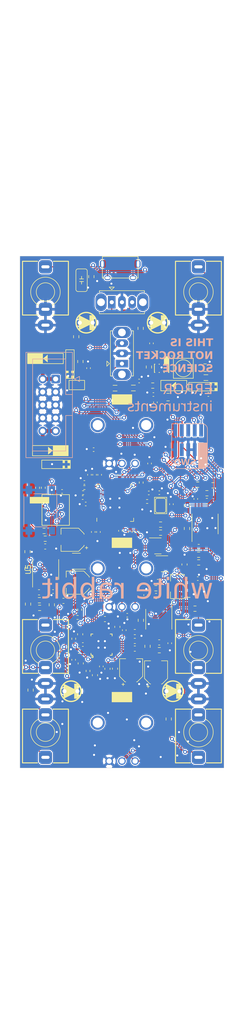
<source format=kicad_pcb>
(kicad_pcb (version 20221018) (generator pcbnew)
  (layers (0 "F.Cu" signal) (31 "B.Cu" signal) (34 "B.Paste" user) (35 "F.Paste" user) (36 "B.SilkS" user "B.Silkscreen") (37 "F.SilkS" user "F.Silkscreen") (38 "B.Mask" user) (39 "F.Mask" user) (44 "Edge.Cuts" user))
  (net 0 "")
  (net 1 "GND")
  (net 2 "-5V")
  (net 3 "+3V3")
  (net 4 "-12V")
  (net 5 "+12V")
  (net 6 "Net-(REF1-VREF)")
  (net 7 "Net-(REF1-CPP2)")
  (net 8 "Net-(REF1-CPN2)")
  (net 9 "Net-(REF1-CPP1)")
  (net 10 "Net-(REF1-CPN1)")
  (net 11 "Net-(REF1-CPVEE)")
  (net 12 "Net-(REF1-CPVPP)")
  (net 13 "+1V8")
  (net 14 "Net-(REF1-MICBIAS1)")
  (net 15 "Net-(REF1-DCVDD)")
  (net 16 "Net-(Q4-X1)")
  (net 17 "Net-(Q4-X2)")
  (net 18 "Net-(J1-GND@3)")
  (net 19 "Net-(U$5-BST)")
  (net 21 "/MCU & Eeprom/BOOTSEL_BUT")
  (net 22 "/MCU & Eeprom/MEM_CS")
  (net 23 "/MCU & Eeprom/RUN")
  (net 24 "Net-(U$5-EN)")
  (net 25 "/MCU & Eeprom/SWCLK")
  (net 26 "/MCU & Eeprom/SWDIO")
  (net 27 "/MCU & Eeprom/MEM_IO1")
  (net 28 "/MCU & Eeprom/MEM_IO2")
  (net 29 "/MCU & Eeprom/MEM_IO0")
  (net 30 "/MCU & Eeprom/MEM_CLK")
  (net 31 "/MCU & Eeprom/MEM_IO3")
  (net 32 "Net-(REF1-JD1)")
  (net 33 "/MCU & Eeprom/CODEC_SDA")
  (net 34 "/MCU & Eeprom/CODEC_SCL")
  (net 35 "/MCU & Eeprom/CODEC_IN_RIGHT")
  (net 36 "/MCU & Eeprom/CODEC_IN_LEFT")
  (net 37 "/MCU & Eeprom/CODEC_OUT_RIGHT")
  (net 38 "/MCU & Eeprom/COREVDD")
  (net 39 "/MCU & Eeprom/USB_P")
  (net 40 "/MCU & Eeprom/USB_N")
  (net 41 "/Power/regulator_inputside")
  (net 42 "/Power/regulator_feedback_1")
  (net 43 "/Power/regulator_switchoutput")
  (net 44 "/Power/regulator_feedback_2")
  (net 45 "/Power/plus12in")
  (net 46 "/Power/min12in")
  (net 47 "/Power/regulator_filter")
  (net 48 "/MCU & Eeprom/CODEC_OUT_LEFT")
  (net 49 "/MCU & Eeprom/CODEC_HEADPHONE_RIGHT")
  (net 50 "/MCU & Eeprom/CODEC_HEADPHONE_LEFT")
  (net 51 "/MCU & Eeprom/I2S_ADCDAT")
  (net 52 "/MCU & Eeprom/I2S_DACDAT")
  (net 53 "/MCU & Eeprom/I2S_LRCK")
  (net 54 "/MCU & Eeprom/I2S_BCLK")
  (net 55 "/MCU & Eeprom/I2S_MCLK")
  (net 64 "/MCU & Eeprom/ADC_JACK_Y")
  (net 65 "/MCU & Eeprom/ADC_JACK_X")
  (net 66 "/MCU & Eeprom/ADC_KNOB_X")
  (net 67 "Net-(REF1-LOUTL{slash}P)")
  (net 68 "Net-(REF1-LOUTR{slash}N)")
  (net 69 "Net-(J10-PadT)")
  (net 70 "/MCU & Eeprom/KNOB_Y")
  (net 71 "/MCU & Eeprom/ADC_KNOB_MIX")
  (net 72 "Net-(REF1-IN2N{slash}JD2)")
  (net 80 "Net-(U4B--)")
  (net 81 "Net-(C58-Pad2)")
  (net 82 "Net-(U4A--)")
  (net 83 "Net-(C59-Pad2)")
  (net 84 "Net-(J11-PadT)")
  (net 85 "Net-(J12-PadT)")
  (net 86 "Net-(U3-USB_DP)")
  (net 87 "Net-(U3-USB_DM)")
  (net 88 "Net-(U3-XOUT)")
  (net 90 "/MCU & Eeprom/SWITCH_DELAY_OR_VERB_1")
  (net 91 "/MCU & Eeprom/SWITCH_DELAY_OR_VERB_2")
  (net 92 "/MCU & Eeprom/SWITCH_TYPE_1")
  (net 93 "/MCU & Eeprom/SWITCH_TYPE_2")
  (net 95 "Net-(J14-PadT)")
  (net 96 "Net-(D3-A)")
  (net 97 "Net-(D4-A)")
  (net 98 "/MCU & Eeprom/JACK_DELAY")
  (net 99 "Net-(D5-A)")
  (net 100 "Net-(D6-A)")
  (net 101 "/MCU & Eeprom/LED_INPUTS")
  (net 102 "/MCU & Eeprom/LED_OUTPUTS")
  (net 103 "/MCU & Eeprom/LED_DELAYS")
  (net 104 "/MCU & Eeprom/LED_VERBS")
  (net 105 "Net-(U6B--)")
  (net 106 "Net-(U6A--)")
  (net 107 "Net-(U5A--)")
  (net 108 "Net-(C56-Pad2)")
  (net 109 "Net-(U5B--)")
  (net 110 "Net-(C57-Pad2)")
  (net 111 "/MCU & Eeprom/CODEC_SDA_HIGH")
  (net 112 "/MCU & Eeprom/CODEC_SCL_HIGH")
  (net 115 "Net-(J10-PadTN)")
  (net 116 "/MCU & Eeprom/CODEC_IN_RIGHT_CLAMPED")
  (net 117 "/MCU & Eeprom/CODEC_IN_LEFT_CLAMPED")
  (footprint "Resistor_SMD:R_0603_1608Metric" (layer "F.Cu") (at 226.655 114.885 180)
    (property "Value" "unknown")
    (fp_text reference "R36" hide)
    (fp_text value "100k")
  )
  (footprint "Resistor_SMD:R_0603_1608Metric" (layer "F.Cu") (at 232.77 98.765 90)
    (property "Value" "unknown")
    (fp_text reference "R15" hide)
    (fp_text value "51k")
  )
  (footprint "Resistor_SMD:R_0402_1005Metric" (layer "F.Cu") (at 211.72 119.06 -90)
    (fp_text reference "R105" hide)
    (fp_text value "1k")
  )
  (footprint "Resistor_SMD:R_0603_1608Metric" (layer "F.Cu") (at 211.8502 70.584 -90)
    (property "Value" "unknown")
    (fp_text reference "R26" hide)
    (fp_text value "10k")
  )
  (footprint "Capacitor_SMD:C_0603_1608Metric" (layer "F.Cu") (at 211.81 123.88 -90)
    (fp_text reference "C52" hide)
    (fp_text value "2.2u")
  )
  (footprint "Capacitor_SMD:C_0805_2012Metric" (layer "F.Cu") (at 236.2911 71.7859 180)
    (fp_text reference "C11" hide)
    (fp_text value "22u")
  )
  (footprint "Capacitor_SMD:C_0402_1005Metric" (layer "F.Cu") (at 210.53 128.86 -90)
    (fp_text reference "C55" hide)
    (fp_text value "100n")
  )
  (footprint "Capacitor_SMD:C_0402_1005Metric" (layer "F.Cu") (at 215.96 130.16 -90)
    (fp_text reference "C38" hide)
    (fp_text value "100n")
  )
  (footprint "Resistor_SMD:R_0402_1005Metric" (layer "F.Cu") (at 213.35 131.04 90)
    (fp_text reference "R107" hide)
    (fp_text value "DNP")
  )
  (footprint "Resistor_SMD:R_0603_1608Metric" (layer "F.Cu") (at 237.85 94.77)
    (property "Value" "unknown")
    (fp_text reference "R16" hide)
    (fp_text value "100k")
  )
  (footprint "Capacitor_SMD:C_0402_1005Metric" (layer "F.Cu") (at 221.04 120.16)
    (property "Value" "1759017")
    (fp_text reference "C40" hide)
    (fp_text value "100nF")
  )
  (footprint "Capacitor_SMD:C_0603_1608Metric" (layer "F.Cu") (at 211.575 127.1 180)
    (fp_text reference "C22" hide)
    (fp_text value "2.2u")
  )
  (footprint "Resistor_SMD:R_0603_1608Metric" (layer "F.Cu") (at 234.32 118.87 180)
    (property "Value" "unknown")
    (fp_text reference "R37" hide)
    (fp_text value "56")
  )
  (footprint "TINRS - Wobbler (pico)sch:DO-214AC" (layer "F.Cu") (at 205 70 180)
    (property "Value" "9551824")
    (fp_text reference "D2" hide)
    (fp_text value "MRA4004T3G")
  )
  (footprint "Resistor_SMD:R_0603_1608Metric" (layer "F.Cu") (at 204.73 103.69 180)
    (property "Value" "unknown")
    (fp_text reference "R25" hide)
    (fp_text value "100k")
  )
  (footprint "Package_DFN_QFN:QFN-56-1EP_7x7mm_P0.4mm_EP3.2x3.2mm" (layer "F.Cu") (at 218.685025 98.2139 90)
    (fp_text reference "U3" hide)
    (fp_text value "RP2040" hide)
  )
  (footprint "Capacitor_SMD:C_0402_1005Metric" (layer "F.Cu") (at 212.3 97.17)
    (fp_text reference "C31" hide)
    (fp_text value "100n")
  )
  (footprint "WR_Codec:QFN-32_L4.0-W4.0-P0.40-TL-EP2.7" (layer "F.Cu") (at 216 125.9 90)
    (fp_text reference "REF1" hide)
    (fp_text value "ALC5616-CGT" hide)
  )
  (footprint "Resistor_SMD:R_0603_1608Metric" (layer "F.Cu") (at 235.05 109.84)
    (property "Value" "unknown")
    (fp_text reference "R14" hide)
    (fp_text value "100k 0.1%")
  )
  (footprint "Capacitor_SMD:C_0402_1005Metric" (layer "F.Cu") (at 214.376 103.886 90)
    (fp_text reference "C28" hide)
    (fp_text value "100n")
  )
  (footprint "Capacitor_SMD:C_0402_1005Metric" (layer "F.Cu") (at 213.4502 71.883999 -90)
    (property "Value" "1301804")
    (fp_text reference "C6" hide)
    (fp_text value "100nF")
  )
  (footprint "Capacitor_SMD:C_0402_1005Metric" (layer "F.Cu") (at 215.392 103.886 90)
    (fp_text reference "C27" hide)
    (fp_text value "100n")
  )
  (footprint "TINRS - Wobbler (pico)sch:CASE-A_3216" (layer "F.Cu") (at 235.1963 75.508 180)
    (property "Value" "197427")
    (fp_text reference "C23" hide)
    (fp_text value "10uF" hide)
  )
  (footprint "Capacitor_SMD:C_0402_1005Metric" (layer "F.Cu") (at 224.655 116.225 -90)
    (fp_text reference "C61" hide)
    (fp_text value "100n")
  )
  (footprint "Capacitor_SMD:C_0402_1005Metric" (layer "F.Cu") (at 206.49 115.52 180)
    (property "Value" "1759017")
    (fp_text reference "C17" hide)
    (fp_text value "100nF")
  )
  (footprint "TINRS - Wobbler (pico)sch:C3216" (layer "F.Cu") (at 212.085 54.7 90)
    (fp_text reference "C39" hide)
    (fp_text value "4.7n 100v" hide)
  )
  (footprint "Capacitor_SMD:C_0603_1608Metric" (layer "F.Cu") (at 235.373 114.53)
    (fp_text reference "C50" hide)
    (fp_text value "10u")
  )
  (footprint "Resistor_SMD:R_0603_1608Metric" (layer "F.Cu") (at 214 54 90)
    (fp_text reference "R74" hide)
    (fp_text value "1M")
  )
  (footprint "Resistor_SMD:R_0402_1005Metric" (layer "F.Cu") (at 221.61 103.88 -90)
    (fp_text reference "R108" hide)
    (fp_text value "2k")
  )
  (footprint "Package_SO:SOIC-8_3.9x4.9mm_P1.27mm" (layer "F.Cu") (at 236.295 102.32 90)
    (fp_text reference "U6" hide)
    (fp_text value "C2937047")
  )
  (footprint "Capacitor_SMD:C_0603_1608Metric" (layer "F.Cu") (at 222.525 126.675)
    (fp_text reference "C10" hide)
    (fp_text value "2.2u")
  )
  (footprint "Capacitor_SMD:C_0402_1005Metric" (layer "F.Cu") (at 208.257524 95.9639)
    (fp_text reference "C36" hide)
    (fp_text value "100n")
  )
  (footprint "Capacitor_SMD:C_0603_1608Metric" (layer "F.Cu") (at 236.65 97.84 180)
    (property "Value" "unknown")
    (fp_text reference "C15" hide)
    (fp_text value "3.3nF")
  )
  (footprint "TINRS - Wobbler (pico)sch:3MMLED" (layer "F.Cu") (at 213 63)
    (fp_text reference "D5" hide)
    (fp_text value "LED3MM" hide)
  )
  (footprint "Package_TO_SOT_SMD:SOT-89-3" (layer "F.Cu") (at 231.1865 114.5385 180)
    (fp_text reference "U2" hide)
    (fp_text value "AZ1117-1.8" hide)
  )
  (footprint "Resistor_SMD:R_0603_1608Metric" (layer "F.Cu") (at 223.67 64.11 -90)
    (property "Value" "unknown")
    (fp_text reference "R42" hide)
    (fp_text value "56")
  )
  (footprint "Package_TO_SOT_SMD:SOT-23" (layer "F.Cu") (at 227.05 106.61)
    (fp_text reference "Q1" hide)
    (fp_text value "TSM2302CX")
  )
  (footprint "Button_Switch_THT:SW_Slide_1P2T_CK_OS102011MS2Q" (layer "F.Cu") (at 220 71 90)
    (fp_text reference "SW3" hide)
    (fp_text value "SW_SPDT_MSM")
  )
  (footprint "Capacitor_SMD:CP_Elec_4x3.9" (layer "F.Cu") (at 210.312 105.41 180)
    (fp_text reference "C7" hide)
    (fp_text value "1u C72491")
  )
  (footprint "TINRS - Wobbler (pico)sch:3MMLED" (layer "F.Cu") (at 230 135)
    (fp_text reference "D4" hide)
    (fp_text value "LED3MM" hide)
  )
  (footprint "Capacitor_SMD:CP_Elec_4x3.9" (layer "F.Cu") (at 211.328 113.792 180)
    (fp_text reference "C4" hide)
    (fp_text value "1u C72491")
  )
  (footprint "Capacitor_SMD:C_0603_1608Metric" (layer "F.Cu") (at 216.662 120.904 180)
    (fp_text reference "C13" hide)
    (fp_text value "2.2u")
  )
  (footprint "Package_SO:SOIC-8_3.9x4.9mm_P1.27mm" (layer "F.Cu") (at 205.04 111.22 90)
    (fp_text reference "U5")
    (fp_text value "C2937047")
  )
  (footprint "Capacitor_SMD:C_0402_1005Metric" (layer "F.Cu") (at 236.9463 77.032 180)
    (fp_text reference "C100" hide)
    (fp_text value "1u")
  )
  (footprint "Resistor_SMD:R_0402_1005Metric" (layer "F.Cu") (at 212.382525 96.2139)
    (fp_text reference "R4" hide)
    (fp_text value "27")
  )
  (footprint "Capacitor_SMD:CP_Elec_4x3.9" (layer "F.Cu") (at 226.69 131.32 90)
    (fp_text reference "C2" hide)
    (fp_text value "1u C72491")
  )
  (footprint "Resistor_SMD:R_0603_1608Metric" (layer "F.Cu") (at 202.09 134.78 90)
    (property "Value" "unknown")
    (fp_text reference "R43" hide)
    (fp_text value "1M")
  )
  (footprint "Inductor_SMD:L_0805_2012Metric" (layer "F.Cu") (at 218.65 75.79)
    (fp_text reference "L1" hide)
    (fp_text value "0.1uH C76737 ")
  )
  (footprint "Capacitor_SMD:C_0402_1005Metric" (layer "F.Cu") (at 229.705 98.4639 90)
    (fp_text reference "C33" hide)
    (fp_text value "27p")
  )
  (footprint "Capacitor_SMD:C_0603_1608Metric" (layer "F.Cu") (at 219.1 122.428 -90)
    (fp_text reference "C14" hide)
    (fp_text value "2.2u")
  )
  (footprint "Capacitor_SMD:C_0603_1608Metric" (layer "F.Cu") (at 227.3065 125.4655)
    (property "Value" "unknown")
    (fp_text reference "C58" hide)
    (fp_text value "33p")
  )
  (footprint "Capacitor_SMD:C_0603_1608Metric" (layer "F.Cu") (at 203.74 115.68 180)
    (property "Value" "unknown")
    (fp_text reference "C56" hide)
    (fp_text value "33p")
  )
  (footprint "Resistor_SMD:R_0603_1608Metric" (layer "F.Cu") (at 236.66 96.32)
    (property "Value" "unknown")
    (fp_text reference "R12" hide)
    (fp_text value "33k")
  )
  (footprint "AudioJacks:Jack_3.5mm_QingPu_WQP-PJ301M-12_Vertical" (layer "F.Cu") (at 205 143 180)
    (fp_text reference "J10" hide)
    (fp_text value "AudioJack2_SwitchT")
  )
  (footprint "TINRS - Wobbler (pico)sch:SOT95P237X112-3N" (layer "F.Cu") (at 211.1502 75.184 90)
    (property "Value" "9778330")
    (fp_text reference "U1" hide)
    (fp_text value "LM4040DIM3-5.0" hide)
  )
  (footprint "Resistor_SMD:R_0402_1005Metric" (layer "F.Cu") (at 204.577599 95.25 90)
    (fp_text reference "R34" hide)
    (fp_text value "10k DNP")
  )
  (footprint "TINRS - Wobbler (pico)sch:NX3225" (layer "F.Cu") (at 227.58 98.713901 -90)
    (fp_text reference "Q4" hide)
    (fp_text value "12mhz" hide)
  )
  (footprint "Capacitor_SMD:C_0402_1005Metric" (layer "F.Cu") (at 220.45 123.075 90)
    (fp_text reference "C47" hide)
    (fp_text value "100n")
  )
  (footprint "AudioJacks:Jack_3.5mm_QingPu_WQP-PJ301M-12_Vertical" (layer "F.Cu") (at 235 57)
    (fp_text reference "J14" hide)
    (fp_text value "AudioJack2_SwitchT")
  )
  (footprint "Capacitor_SMD:C_0603_1608Metric" (layer "F.Cu") (at 211.92 129.57 -90)
    (fp_text reference "C21" hide)
    (fp_text value "4.7u")
  )
  (footprint "TINRS - Wobbler (pico)sch:SOT23-6" (layer "F.Cu") (at 227.7911 71.9109 180)
    (fp_text reference "U$5" hide)
    (fp_text value "BL9342" hide)
  )
  (footprint "Inductor_SMD:L_0805_2012Metric" (layer "F.Cu") (at 222.2423 75.762)
    (fp_text reference "L2" hide)
    (fp_text value "0.1uH C76737 ")
  )
  (footprint "Resistor_SMD:R_0402_1005Metric" (layer "F.Cu") (at 211.3 120.584 180)
    (fp_text reference "R106" hide)
    (fp_text value "1k")
  )
  (footprint "Capacitor_SMD:C_0402_1005Metric" (layer "F.Cu") (at 226.5603 78.556 90)
    (property "Value" "1759017")
    (fp_text reference "C44" hide)
    (fp_text value "100nF")
  )
  (footprint "TINRS - Wobbler (pico)sch:DO-214AC" (layer "F.Cu") (at 205.96038 88)
    (property "Value" "9551824")
    (fp_text reference "D1" hide)
    (fp_text value "MRA4004T3G")
  )
  (footprint "TINRS - Wobbler (pico)sch:3MMLED" (layer "F.Cu") (at 210 135)
    (fp_text reference "D3" hide)
    (fp_text value "LED3MM" hide)
  )
  (footprint "TINRS - Wobbler (pico)sch:ALPS_POT_SQUAREHOLES" (layer "F.Cu") (at 220 141.15)
    (property "Value" "unknown")
    (fp_text reference "R1" hide)
    (fp_text value "10kB" hide)
  )
  (footprint "Package_SO:SOIC-8_3.9x4.9mm_P1.27mm" (layer "F.Cu") (at 227.23 120.94 -90)
    (fp_text reference "U4" hide)
    (fp_text value "TL072")
  )
  (footprint "Resistor_SMD:R_0402_1005Metric" (layer "F.Cu") (at 222.93 103.89 -90)
    (fp_text reference "R109" hide)
    (fp_text value "2k")
  )
  (footprint "Resistor_SMD:R_0603_1608Metric" (layer "F.Cu") (at 229.17 140.43 90)
    (property "Value" "unknown")
    (fp_text reference "R30" hide)
    (fp_text value "56")
  )
  (footprint "Capacitor_SMD:C_0402_1005Metric" (layer "F.Cu") (at 225.7911 67.0359 -90)
    (property "Value" "1759017")
    (fp_text reference "C46" hide)
    (fp_text value "33p")
  )
  (footprint "Resistor_SMD:R_0603_1608Metric" (layer "F.Cu") (at 201.4846 111.1039 -90)
    (property "Value" "unknown")
    (fp_text reference "R21" hide)
    (fp_text value "100k")
  )
  (footprint "AudioJacks:Jack_3.5mm_QingPu_WQP-PJ301M-12_Vertical" (layer "F.Cu") (at 205 57)
    (fp_text reference "J13" hide)
    (fp_text value "AudioJack2_SwitchT")
  )
  (footprint "TINRS - Wobbler (pico)sch:L0420" (layer "F.Cu") (at 232.041101 71.9109)
    (fp_text reference "L3" hide)
    (fp_text value "4.7uH")
  )
  (footprint "Capacitor_SMD:C_0402_1005Metric" (layer "F.Cu") (at 219.71 103.66 90)
    (fp_text reference "C37" hide)
    (fp_text value "100n")
  )
  (footprint "Resistor_SMD:R_0603_1608Metric" (layer "F.Cu") (at 227.325 126.985 180)
    (property "Value" "unknown")
    (fp_text reference "R29" hide)
    (fp_text value "100k")
  )
  (footprint "Resistor_SMD:R_0603_1608Metric" (layer "F.Cu") (at 201.59 117.98 90)
    (property "Value" "unknown")
    (fp_text reference "R18" hide)
    (fp_text value "100")
  )
  (footprint "Capacitor_SMD:C_0603_1608Metric" (layer "F.Cu") (at 204.955 106.7229 180)
    (property "Value" "unknown")
    (fp_text reference "C57" hide)
    (fp_text value "33p")
  )
  (footprint "Capacitor_SMD:C_0603_1608Metric" (layer "F.Cu") (at 217.16 130.62 -90)
    (fp_text reference "C19" hide)
    (fp_text value "4.7u")
  )
  (footprint "TINRS - Wobbler (pico)sch:CASE-A_3216" (layer "F.Cu") (at 206.370501 90.678 180)
    (property "Value" "197427")
    (fp_text reference "C48" hide)
    (fp_text value "10uF" hide)
  )
  (footprint "Capacitor_SMD:C_0603_1608Metric" (layer "F.Cu") (at 218.64 130.6 90)
    (fp_text reference "C9" hide)
    (fp_text value "4.7u")
  )
  (footprint "Capacitor_SMD:C_0402_1005Metric" (layer "F.Cu") (at 229.77 69.1373 180)
    (property "Value" "1759017")
    (fp_text reference "C45" hide)
    (fp_text value "100nF")
  )
  (footprint "Capacitor_SMD:C_0402_1005Metric" (layer "F.Cu") (at 225.42 90.51 90)
    (property "Value" "1759017")
    (fp_text reference "C62" hide)
    (fp_text value "100nF")
  )
  (footprint "Capacitor_SMD:C_0402_1005Metric" (layer "F.Cu") (at 212.33 125.88 180)
    (fp_text reference "C53" hide)
    (fp_text value "100n")
  )
  (footprint "Resistor_SMD:R_0603_1608Metric" (layer "F.Cu") (at 204.955 105.1989)
    (property "Value" "unknown")
    (fp_text reference "R20" hide)
    (fp_text value "5.1k")
  )
  (footprint "Capacitor_SMD:C_0402_1005Metric" (layer "F.Cu") (at 212.632524 94.213901 180)
    (fp_text reference "C34" hide)
    (fp_text value "1u")
  )
  (footprint "Resistor_SMD:R_0603_1608Metric" (layer "F.Cu") (at 225.2911 71.6609 -90)
    (property "Value" "unknown")
    (fp_text reference "R32" hide)
    (fp_text value "16.2k")
  )
  (footprint "Capacitor_SMD:C_0603_1608Metric" (layer "F.Cu") (at 232.27 110.24 90)
    (fp_text reference "C24" hide)
    (fp_text value "10u")
  )
  (footprint "Capacitor_SMD:C_0402_1005Metric" (layer "F.Cu") (at 223.37 74.39 180)
    (property "Value" "1759017")
    (fp_text reference "C42" hide)
    (fp_text value "10n")
  )
  (footprint "Resistor_SMD:R_0603_1608Metric" (layer "F.Cu") (at 203.81 117.22)
    (property "Value" "unknown")
    (fp_text reference "R17" hide)
    (fp_text value "5.1k")
  )
  (footprint "Resistor_SMD:R_0603_1608Metric" (layer "F.Cu") (at 227.58 102.45 180)
    (property "Value" "unknown")
    (fp_text reference "R40" hide)
    (fp_text value "56")
  )
  (footprint "AudioJacks:Jack_3.5mm_QingPu_WQP-PJ301M-12_Vertical" (layer "F.Cu") (at 235 143 180)
    (fp_text reference "J12" hide)
    (fp_text value "AudioJack2_SwitchT")
  )
  (footprint "Capacitor_SMD:C_0603_1608Metric" (layer "F.Cu") (at 235.05 106.82 180)
    (property "Value" "unknown")
    (fp_text reference "C16" hide)
    (fp_text value "3.3nF")
  )
  (footprint "Capacitor_SMD:C_0402_1005Metric" (layer "F.Cu") (at 214.632524 92.7139 -90)
    (fp_text reference "C25" hide)
    (fp_text value "100n")
  )
  (footprint "AudioJacks:Jack_3.5mm_QingPu_WQP-PJ301M-12_Vertical" (layer "F.Cu") (at 205 127)
    (fp_text reference "J9" hide)
    (fp_text value "AudioJack2_SwitchT")
  )
  (footprint "Capacitor_SMD:C_0402_1005Metric" (layer "F.Cu") (at 234.48 97.43 90)
    (property "Value" "1759017")
    (fp_text reference "C63" hide)
    (fp_text value "100nF")
  )
  (footprint "TINRS - Wobbler (pico)sch:3MMLED" (layer "F.Cu") (at 227 63)
    (fp_text reference "D6" hide)
    (fp_text value "LED3MM" hide)
  )
  (footprint "Capacitor_SMD:C_0402_1005Metric" (layer "F.Cu") (at 229.3765 125.6255 -90)
    (fp_text reference "C60" hide)
    (fp_text value "100n")
  )
  (footprint "TINRS - Wobbler (pico)sch:CASE-A_3216" (layer "F.Cu") (at 209.8 70.39 90)
    (property "Value" "197427")
    (fp_text reference "C5" hide)
    (fp_text value "10uF" hide)
  )
  (footprint "Capacitor_SMD:C_0603_1608Metric" (layer "F.Cu") (at 226.685 116.395)
    (property "Value" "unknown")
    (fp_text reference "C59" hide)
    (fp_text value "33p")
  )
  (footprint "Resistor_SMD:R_0402_1005Metric" (layer "F.Cu") (at 203.454 95.25 90)
    (fp_text reference "R33" hide)
    (fp_text value "1k")
  )
  (footprint "Capacitor_SMD:C_0603_1608Metric" (layer "F.Cu") (at 222.525 125.175 180)
    (fp_text reference "C12" hide)
    (fp_text value "2.2u")
  )
  (footprint "Capacitor_SMD:C_0402_1005Metric" (layer "F.Cu") (at 215.632524 92.7139 -90)
    (fp_text reference "C35" hide)
    (fp_text value "100n")
  )
  (footprint "Resistor_SMD:R_0402_1005Metric" (layer "F.Cu") (at 223.774 94.236 -90)
    (fp_text reference "R52" hide)
    (fp_text value "10k")
  )
  (footprint "Resistor_SMD:R_0603_1608Metric" (layer "F.Cu") (at 227.58 104.02 180)
    (property "Value" "unknown")
    (fp_text reference "R39" hide)
    (fp_text value "56")
  )
  (footprint "Capacitor_SMD:C_0603_1608Metric" (layer "F.Cu") (at 208.534 117.348)
    (fp_text reference "C54" hide)
    (fp_text value "4.7u")
  )
  (footprint "Inductor_SMD:L_0805_2012Metric" (layer "F.Cu") (at 236.4663 73.73)
    (fp_text reference "L4" hide)
    (fp_text value "0.1uH C76737 ")
  )
  (footprint "TINRS - Wobbler (pico)sch:SOIC-8" (layer "F.Cu") (at 207.007524 99.5889 -90)
    (fp_text reference "U$25" hide)
    (fp_text value "W25Q256JVEIQTR" hide)
  )
  (footprint "TINRS - Wobbler (pico)sch:ALPS_POT_SQUAREHOLES" (layer "F.Cu") (at 220 111)
    (property "Value" "unknown")
    (fp_text reference "R45" hide)
    (fp_text value "10kB" hide)
  )
  (footprint "Resistor_SMD:R_0603_1608Metric" (layer "F.Cu") (at 226.041099 75.2859)
    (property "Value" "unknown")
    (fp_text reference "R23" hide)
    (fp_text value "100k")
  )
  (footprint "Resistor_SMD:R_0402_1005Metric" (layer "F.Cu") (at 224.937476 97.93 180)
    (fp_text reference "R103" hide)
    (fp_text value "1k")
  )
  (footprint "TINRS - Wobbler (pico)sch:SOD123" (layer "F.Cu") (at 230.1661 75.2859 180)
    (fp_text reference "D18" hide)
    (fp_text value "schottky" hide)
  )
  (footprint "TINRS - Wobbler (pico)sch:C132563" (layer "F.Cu") (at 219.665 50.0728 180)
    (fp_text reference "J1" hide)
    (fp_text value "MICRO-USB-5P" hide)
  )
  (footprint "Resistor_SMD:R_0402_1005Metric" (layer "F.Cu") (at 212.632524 95.213901)
    (fp_text reference "R6" hide)
    (fp_text value "27")
  )
  (footprint "Package_TO_SOT_SMD:SOT-23-3" (layer "F.Cu") (at 211.074 109.6 180)
    (fp_text reference "D7" hide)
    (fp_text value "BAT54C C49991")
  )
  (footprint "Resistor_SMD:R_0603_1608Metric" (layer "F.Cu") (at 226.7911 69.0359 180)
    (property "Value" "unknown")
    (fp_text reference "R31" hide)
    (fp_text value "49.9k")
  )
  (footprint "TINRS - Wobbler (pico)sch:ALPS_POT_SQUAREHOLES" (layer "F.Cu") (at 220 83)
    (property "Value" "unknown")
    (fp_text reference "R44" hide)
    (fp_text value "10kB" hide)
  )
  (footprint "Capacitor_SMD:C_0402_1005Metric" (layer "F.Cu") (at 225.26 96.26)
    (fp_text reference "C99" hide)
    (fp_text value "100n")
  )
  (footprint "Resistor_SMD:R_0603_1608Metric" (layer "F.Cu") (at 225.015 126.225 -90)
    (property "Value" "unknown")
    (fp_text reference "R27" hide)
    (fp_text value "15k")
  )
  (footprint "Resistor_SMD:R_0603_1608Metric" (layer "F.Cu") (at 235.04 108.33)
    (property "Value" "unknown")
    (fp_text reference "R22" hide)
    (fp_text value "33k 0.1%")
  )
  (footprint "Capacitor_SMD:C_0402_1005Metric" (layer "F.Cu") (at 213.632524 92.7139 -90)
    (fp_text reference "C26" hide)
    (fp_text value "100n")
  )
  (footprint "AudioJacks:Jack_3.5mm_QingPu_WQP-PJ301M-12_Vertical" (layer "F.Cu") (at 235 127)
    (fp_text reference "J11" hide)
    (fp_text value "AudioJack2_SwitchT")
  )
  (footprint "Capacitor_SMD:CP_Elec_4x3.9" (layer "F.Cu") (at 221.8 130.91 90)
    (fp_text reference "C3" hide)
    (fp_text value "1u C72491")
  )
  (footprint "Capacitor_SMD:C_0402_1005Metric" (layer "F.Cu") (at 227.02 113.51 180)
    (fp_text reference "C51" hide)
    (fp_text value "100n")
  )
  (footprint "Capacitor_SMD:C_0402_1005Metric" (layer "F.Cu") (at 214.45 87.8 180)
    (property "Value" "1759017")
    (fp_text reference "C41" hide)
    (fp_text value "100nF")
  )
  (footprint "Capacitor_SMD:C_0603_1608Metric" (layer "F.Cu") (at 214.71 131.87 -90)
    (fp_text reference "C18" hide)
    (fp_text value "4.7u")
  )
  (footprint "Capacitor_SMD:C_0402_1005Metric" (layer "F.Cu") (at 234.873 113.003)
    (fp_text reference "C49" hide)
    (fp_text value "100n")
  )
  (footprint "Button_Switch_THT:SW_Slide_1P2T_CK_OS102011MS2Q" (layer "F.Cu") (at 218 59)
    (fp_text reference "SW2" hide)
    (fp_text value "SW_SPDT_MSM")
  )
  (footprint "Package_TO_SOT_SMD:SOT-23" (layer "F.Cu") (at 228.35 110.1)
    (fp_text reference "Q2" hide)
    (fp_text value "TSM2302CX")
  )
  (footprint "Capacitor_SMD:C_0402_1005Metric" (layer "F.Cu") (at 212.9 98.42 180)
    (fp_text reference "C29" hide)
    (fp_text value "100n")
  )
  (footprint "Capacitor_SMD:C_0805_2012Metric" (layer "F.Cu") (at 229.0411 77.5359 180)
    (fp_text reference "C8" hide)
    (fp_text value "10u")
  )
  (footprint "Resistor_SMD:R_0603_1608Metric" (layer "F.Cu") (at 201.4846 107.7389 90)
    (property "Value" "unknown")
    (fp_text reference "R24" hide)
    (fp_text value "100")
  )
  (footprint "Resistor_SMD:R_0603_1608Metric" (layer "F.Cu") (at 203.86 118.72 180)
    (property "Value" "unknown")
    (fp_text reference "R19" hide)
    (fp_text value "100k")
  )
  (footprint "Resistor_SMD:R_0603_1608Metric" (layer "F.Cu") (at 223.71 121.15 -90)
    (property "Value" "unknown")
    (fp_text reference "R35" hide)
    (fp_text value "15k")
  )
  (footprint "Resistor_SMD:R_0402_1005Metric" (layer "F.Cu") (at 210.55 124.75 -90)
    (fp_text reference "R104" hide)
    (fp_text value "DNP")
  )
  (footprint "Resistor_SMD:R_0603_1608Metric" (layer "F.Cu") (at 232.75 103.205 90)
    (property "Value" "unknown")
    (fp_text reference "R28" hide)
    (fp_text value "100k")
  )
  (footprint "Resistor_SMD:R_0603_1608Metric" (layer "F.Cu") (at 206.248 118.11 -90)
    (property "Value" "unknown")
    (fp_text reference "R13" hide)
    (fp_text value "100k")
  )
  (footprint "Capacitor_SMD:C_0603_1608Metric" (layer "F.Cu") (at 222.525 123.444)
    (fp_text reference "C20" hide)
    (fp_text value "4.7u")
  )
  (footprint "Capacitor_SMD:C_0402_1005Metric" (layer "F.Cu") (at 227.33 96.2139)
    (fp_text reference "C32" hide)
    (fp_text value "27p")
  )
  (footprint "Capacitor_SMD:C_0402_1005Metric" (layer "F.Cu") (at 226.1661 77.0359)
    (property "Value" "1759017")
    (fp_text reference "C43" hide)
    (fp_text value "100nF")
  )
  (footprint "Resistor_SMD:R_0603_1608Metric" (layer "F.Cu") (at 234.87 94.65 180)
    (property "Value" "unknown")
    (fp_text reference "R38" hide)
    (fp_text value "33k")
  )
  (footprint "Capacitor_SMD:C_0402_1005Metric" (layer "F.Cu") (at 219.56 92.77 -90)
    (fp_text reference "C30" hide)
    (fp_text value "100n")
  )
  (footprint "Resistor_SMD:R_0603_1608Metric" (layer "F.Cu") (at 211.03 65.74 -90)
    (property "Value" "unknown")
    (fp_text reference "R41" hide)
    (fp_text value "56")
  )
  (footprint "Connector_IDC:IDC-Header_2x05_P2.54mm_Vertical" (layer "B.Cu") (at 207 74 180)
    (fp_text reference "J8" hide)
    (fp_text value "Conn_02x05_Odd_Even" hide)
  )
  (footprint "Button_Switch_SMD:SW_Push_1P1T_NO_6x6mm_H9.5mm" (layer "B.Cu") (at 204 99.657 -90)
    (fp_text reference "SW1" hide)
    (fp_text value "SW_Push" hide)
  )
  (footprint "TINRS - Wobbler (pico)sch:M50-3600542" (layer "B.Cu") (at 233 86 180)
    (property "Value" "unknown")
    (fp_text reference "SWD2" hide)
    (fp_text value "CORTEX_SWD" hide)
  )
  (gr_rect (start 200 50) (end 240 150) (stroke (width 0.05)) (fill none) (layer "Edge.Cuts"))
  (gr_text "white rabbit" (at 237.93 117.58) (layer "B.SilkS") (effects (font (size 4 4)) (justify left bottom mirror)))
  (gr_text "ERROR \ninstruments" (at 237.83 80.64) (layer "B.SilkS") (effects (font (size 2 2)) (justify left bottom mirror)))
  (gr_text "THIS IS\nNOT ROCKET\nSCIENCE" (at 237.9 72.88) (layer "B.SilkS") (effects (font (size 1.5 1.5) (thickness 0.3) bold) (justify left bottom mirror)))
  (segment (start 231.8171 75.2859) (end 231.8171 76.4902) (width 0.2) (layer "F.Cu") (net 1))
  (segment (start 216 125.9) (end 216 125.884) (width 0.2) (layer "F.Cu") (net 1))
  (segment (start 202.09 132.99) (end 202.34 132.74) (width 0.2) (layer "F.Cu") (net 1))
  (segment (start 217.38 120.961) (end 217.38 121.81) (width 0.2) (layer "F.Cu") (net 1))
  (segment (start 216 125.9) (end 216.07 125.9) (width 0.2) (layer "F.Cu") (net 1))
  (segment (start 215.675 132.645) (end 215.72 132.6) (width 0.2) (layer "F.Cu") (net 1))
  (segment (start 215.392 104.366) (end 215.392 105.467614) (width 0.2) (layer "F.Cu") (net 1))
  (segment (start 211.384397 97.2139) (end 210.911698 96.741201) (width 0.2) (layer "F.Cu") (net 1))
  (segment (start 234.48 96.95) (end 233.888558 96.95) (width 0.2) (layer "F.Cu") (net 1))
  (segment (start 213.4502 71.383999) (end 213.4502 70.684) (width 0.2) (layer "F.Cu") (net 1))
  (segment (start 229.006401 96.9875) (end 229.0064 96.310001) (width 0.2) (layer "F.Cu") (net 1))
  (segment (start 235.353 112.493) (end 235.1 112.24) (width 0.2) (layer "F.Cu") (net 1))
  (segment (start 224.655 115.745) (end 224.655 115.145) (width 0.2) (layer "F.Cu") (net 1))
  (segment (start 221.52 120.16) (end 221.52 120.521241) (width 0.2) (layer "F.Cu") (net 1))
  (segment (start 232.27 109.465) (end 232.27 108.34) (width 0.2) (layer "F.Cu") (net 1))
  (segment (start 228.38 97.6139) (end 229.006401 96.9875) (width 0.2) (layer "F.Cu") (net 1))
  (segment (start 209.309 116.345) (end 209.296 116.332) (width 0.2) (layer "F.Cu") (net 1))
  (segment (start 215.96 130.64) (end 215.96 131.37) (width 0.2) (layer "F.Cu") (net 1))
  (segment (start 203.135 108.575) (end 202.33 107.77) (width 0.2) (layer "F.Cu") (net 1))
  (segment (start 219.56 92.29) (end 219.41 92.14) (width 0.2) (layer "F.Cu") (net 1))
  (segment (start 227.830001 96.213899) (end 227.83 95.368778) (width 0.2) (layer "F.Cu") (net 1))
  (segment (start 217.437 120.904) (end 217.38 120.961) (width 0.2) (layer "F.Cu") (net 1))
  (segment (start 225.325 121.9437) (end 225.2618 121.8805) (width 0.2) (layer "F.Cu") (net 1))
  (segment (start 218.64 131.375) (end 218.64 132.43) (width 0.2) (layer "F.Cu") (net 1))
  (segment (start 227.7911 71.7162) (end 227.77 71.7373) (width 0.2) (layer "F.Cu") (net 1))
  (segment (start 224.655 115.145) (end 224.78 115.02) (width 0.2) (layer "F.Cu") (net 1))
  (segment (start 205.675 112.675) (end 206.13 112.22) (width 0.2) (layer "F.Cu") (net 1))
  (segment (start 214 54.825) (end 215.099 54.825) (width 0.2) (layer "F.Cu") (net 1))
  (segment (start 213.3462 56.1478) (end 213.36 56.134) (width 0.2) (layer "F.Cu") (net 1))
  (segment (start 229.9301 77.5359) (end 230.9686 77.5359) (width 0.2) (layer "F.Cu") (net 1))
  (segment (start 212.917547 91.8639) (end 213.282524 91.8639) (width 0.2) (layer "F.Cu") (net 1))
  (segment (start 236.096 114.582) (end 236.148 114.53) (width 0.2) (layer "F.Cu") (net 1))
  (segment (start 236.93 104.795) (end 236.93 103.34) (width 0.2) (layer "F.Cu") (net 1))
  (segment (start 223.987476 99.46) (end 223.987476 99.4912) (width 0.2) (layer "F.Cu") (net 1))
  (segment (start 213.632524 92.2139) (end 214.357955 92.2139) (width 0.2) (layer "F.Cu") (net 1))
  (segment (start 210.16 129.34) (end 209.81 129.69) (width 0.2) (layer "F.Cu") (net 1))
  (segment (start 220.45 121.688) (end 220.472 121.666) (width 0.2) (layer "F.Cu") (net 1))
  (segment (start 225.6661 77.035899) (end 225.3686 77.0359) (width 0.2) (layer "F.Cu") (net 1))
  (segment (start 217 127.98001) (end 217 126.9) (width 0.2) (layer "F.Cu") (net 1))
  (segment (start 231.8171 76.4902) (end 231.77 76.5373) (width 0.2) (layer "F.Cu") (net 1))
  (segment (start 215.984 125.9) (end 215.392 126.492) (width 0.2) (layer "F.Cu") (net 1))
  (segment (start 209.4502 73.384) (end 209.8 73.0342) (width 0.2) (layer "F.Cu") (net 1))
  (segment (start 210.53 129.34) (end 210.16 129.34) (width 0.2) (layer "F.Cu") (net 1))
  (segment (start 211.355 123.105) (end 211.138924 123.321076) (width 0.2) (layer "F.Cu") (net 1))
  (segment (start 216 125.9) (end 215.984 125.9) (width 0.2) (layer "F.Cu") (net 1))
  (segment (start 238.2 104.795) (end 238.2 103.26) (width 0.2) (layer "F.Cu") (net 1))
  (segment (start 223.87 74.37) (end 223.87 73.57) (width 0.2) (layer "F.Cu") (net 1))
  (segment (start 235.353 113.003) (end 235.353 112.493) (width 0.2) (layer "F.Cu") (net 1))
  (segment (start 216.662 125.222) (end 217 124.884) (width 0.2) (layer "F.Cu") (net 1))
  (segment (start 212.42 98.42) (end 211.704007 98.42) (width 0.2) (layer "F.Cu") (net 1))
  (segment (start 212.132522 93.591448) (end 211.912793 93.371716) (width 0.2) (layer "F.Cu") (net 1))
  (segment (start 211.882524 97.2139) (end 211.384397 97.2139) (width 0.2) (layer "F.Cu") (net 1))
  (segment (start 213.18 131.72) (end 213.18 132.33) (width 0.2) (layer "F.Cu") (net 1))
  (segment (start 211.92 130.345) (end 211.7 130.565) (width 0.2) (layer "F.Cu") (net 1))
  (segment (start 216 125.884) (end 216.662 125.222) (width 0.2) (layer "F.Cu") (net 1))
  (segment (start 203.737524 101.493899) (end 204.99857 101.493899) (width 0.2) (layer "F.Cu") (net 1))
  (segment (start 217.932 55.372) (end 218.365 54.939) (width 0.2) (layer "F.Cu") (net 1))
  (segment (start 233.9263 75.508) (end 233.9263 76.63) (width 0.2) (layer "F.Cu") (net 1))
  (segment (start 220.1639 104.14) (end 220.472 104.4481) (width 0.2) (layer "F.Cu") (net 1))
  (segment (start 229.3765 126.1055) (end 229.3765 126.9955) (width 0.2) (layer "F.Cu") (net 1))
  (segment (start 233.9263 76.63) (end 233.8963 76.66) (width 0.2) (layer "F.Cu") (net 1))
  (segment (start 216.07 125.9) (end 216.662 126.492) (width 0.2) (layer "F.Cu") (net 1))
  (segment (start 212.132523 94.213901) (end 212.132522 93.591448) (width 0.2) (layer "F.Cu") (net 1))
  (segment (start 209.8 73.0342) (end 209.8 71.66) (width 0.2) (layer "F.Cu") (net 1))
  (segment (start 206.945 107.286676) (end 207.102604 107.129072) (width 0.2) (layer "F.Cu") (net 1))
  (segment (start 227.7911 70.6108) (end 227.7911 71.7162) (width 0.2) (layer "F.Cu") (net 1))
  (segment (start 217.16 131.395) (end 217.18 131.415) (width 0.2) (layer "F.Cu") (net 1))
  (segment (start 216 125.83) (end 215.392 125.222) (width 0.2) (layer "F.Cu") (net 1))
  (segment (start 215.96 131.37) (end 215.97 131.38) (width 0.2) (layer "F.Cu") (net 1))
  (segment (start 225.686099 99.813901) (end 225.67 99.83) (width 0.2) (layer "F.Cu") (net 1))
  (segment (start 219.1 121.325) (end 219.1 120.498) (width 0.2) (layer "F.Cu") (net 1))
  (segment (start 225.5723 79.036) (end 225.5443 79.064) (width 0.2) (layer "F.Cu") (net 1))
  (segment (start 226.595 119.745) (end 226.68 119.83) (width 0.2) (layer "F.Cu") (net 1))
  (segment (start 205.675 113.695) (end 205.675 112.675) (width 0.2) (layer "F.Cu") (net 1))
  (segment (start 207.777524 96.525524) (end 208.026 96.774) (width 0.2) (layer "F.Cu") (net 1))
  (segment (start 211.138924 123.321076) (end 210.588924 123.321076) (width 0.2) (layer "F.Cu") (net 1))
  (segment (start 236.096 115.546) (end 236.096 114.582) (width 0.2) (layer "F.Cu") (net 1))
  (segment (start 229.3765 126.9955) (end 229.3965 127.0155) (width 0.2) (layer "F.Cu") (net 1))
  (segment (start 223.3 123.675) (end 223.325 123.675) (width 0.2) (layer "F.Cu") (net 1))
  (segment (start 213.21 87.8) (end 213.1 87.69) (width 0.2) (layer "F.Cu") (net 1))
  (segment (start 213.35 131.55) (end 213.18 131.72) (width 0.2) (layer "F.Cu") (net 1))
  (segment (start 214.377955 92.2339) (end 214.357955 92.2139) (width 0.2) (layer "F.Cu") (net 1))
  (segment (start 215.195614 105.49669) (end 215.195614 105.664) (width 0.2) (layer "F.Cu") (net 1))
  (segment (start 226.54 113.51) (end 225.864235 113.51) (width 0.2) (layer "F.Cu") (net 1))
  (segment (start 214.357955 91.757955) (end 214.15 91.55) (width 0.2) (layer "F.Cu") (net 1))
  (segment (start 233.888558 96.95) (end 233.857316 96.918758) (width 0.2) (layer "F.Cu") (net 1))
  (segment (start 215.632524 92.2339) (end 214.632524 92.2339) (width 0.2) (layer "F.Cu") (net 1))
  (segment (start 211.87 126.38) (end 211.87 125.9) (width 0.2) (layer "F.Cu") (net 1))
  (segment (start 210.8 127.1) (end 211.15 127.1) (width 0.2) (layer "F.Cu") (net 1))
  (segment (start 238.2 99.845) (end 238.2 100.67) (width 0.2) (layer "F.Cu") (net 1))
  (segment (start 210.2104 76.2) (end 209.2726 76.2) (width 0.2) (layer "F.Cu") (net 1))
  (segment (start 206.945 108.745) (end 206.945 107.286676) (width 0.2) (layer "F.Cu") (net 1))
  (segment (start 210.286421 127.1) (end 209.992882 126.806461) (width 0.2) (layer "F.Cu") (net 1))
  (segment (start 225.42 89.31) (end 225.38 89.27) (width 0.2) (layer "F.Cu") (net 1))
  (segment (start 225.325 123.415) (end 225.325 121.9437) (width 0.2) (layer "F.Cu") (net 1))
  (segment (start 207.777524 95.9639) (end 207.777524 96.525524) (width 0.2) (layer "F.Cu") (net 1))
  (segment (start 209.309 117.348) (end 209.309 116.345) (width 0.2) (layer "F.Cu") (net 1))
  (segment (start 229.705 97.138268) (end 229.582037 97.015305) (width 0.2) (layer "F.Cu") (net 1))
  (segment (start 210.8 127.1) (end 210.286421 127.1) (width 0.2) (layer "F.Cu") (net 1))
  (segment (start 214.357955 92.2139) (end 214.357955 91.757955) (width 0.2) (layer "F.Cu") (net 1))
  (segment (start 213.4502 70.684) (end 213.3502 70.584) (width 0.2) (layer "F.Cu") (net 1))
  (segment (start 203.135 108.745) (end 203.135 108.575) (width 0.2) (layer "F.Cu") (net 1))
  (segment (start 236.93 103.34) (end 236.74 103.15) (width 0.2) (layer "F.Cu") (net 1))
  (segment (start 234.0485 116.0385) (end 234.064 116.054) (width 0.2) (layer "F.Cu") (net 1))
  (segment (start 223.325 123.675) (end 223.83 124.18) (width 0.2) (layer "F.Cu") (net 1))
  (segment (start 217 124.884) (end 217 123.81999) (width 0.2) (layer "F.Cu") (net 1))
  (segment (start 225.42 90.03) (end 225.42 89.31) (width 0.2) (layer "F.Cu") (net 1))
  (segment (start 232.27 108.34) (end 232.28 108.33) (width 0.2) (layer "F.Cu") (net 1))
  (segment (start 214.632524 92.2339) (end 214.377955 92.2339) (width 0.2) (layer "F.Cu") (net 1))
  (segment (start 238.2 103.26) (end 238.34 103.12) (width 0.2) (layer "F.Cu") (net 1))
  (segment (start 216 125.9) (end 216 125.83) (width 0.2) (layer "F.Cu") (net 1))
  (segment (start 213.97 87.8) (end 213.21 87.8) (width 0.2) (layer "F.Cu") (net 1))
  (segment (start 226.595 118.465) (end 226.595 119.745) (width 0.2) (layer "F.Cu") (net 1))
  (segment (start 236.4463 77.032) (end 235.4516 77.032) (width 0.2) (layer "F.Cu") (net 1))
  (segment (start 204.99857 101.493899) (end 205.06607 101.561399) (width 0.2) (layer "F.Cu") (net 1))
  (segment (start 218.605024 98.2139) (end 217.708924 99.11) (width 0.2) (layer "F.Cu") (net 1))
  (segment (start 217 123.106) (end 217.424 122.682) (width 0.2) (layer "F.Cu") (net 1))
  (segment (start 221.52 120.521241) (end 221.0727 120.968541) (width 0.2) (layer "F.Cu") (net 1))
  (segment (start 237.2411 71.7859) (end 237.2411 70.6511) (width 0.2) (layer "F.Cu") (net 1))
  (segment (start 215.392 105.467614) (end 215.195614 105.664) (width 0.2) (layer "F.Cu") (net 1))
  (segment (start 205.1005 90.678) (end 206.248 90.678) (width 0.2) (layer "F.Cu") (net 1))
  (segment (start 219.1 120.498) (end 219.202 120.396) (width 0.2) (layer "F.Cu") (net 1))
  (segment (start 225.864235 113.51) (end 225.809135 113.4549) (width 0.2) (layer "F.Cu") (net 1))
  (segment (start 225.719804 95.835918) (end 225.97452 95.581202) (width 0.2) (layer "F.Cu") (net 1))
  (segment (start 229.705 97.9639) (end 229.705 97.138268) (width 0.2) (layer "F.Cu") (net 1))
  (segment (start 223.85 74.39) (end 223.87 74.37) (width 0.2) (layer "F.Cu") (net 1))
  (segment (start 225.3686 77.0359) (end 224.97 76.6373) (width 0.2) (layer "F.Cu") (net 1))
  (segment (start 206.01 115.52) (end 206.01 116.06) (width 0.2) (layer "F.Cu") (net 1))
  (segment (start 219.41 92.14) (end 218.85 92.14) (width 0.2) (layer "F.Cu") (net 1))
  (segment (start 220.45 122.595) (end 220.45 121.688) (width 0.2) (layer "F.Cu") (net 1))
  (segment (start 212.085 56.1478) (end 213.3462 56.1478) (width 0.2) (layer "F.Cu") (net 1))
  (segment (start 218.632525 98.2139) (end 218.605024 98.2139) (width 0.2) (layer "F.Cu") (net 1))
  (segment (start 230.9686 77.5359) (end 230.97 77.5373) (width 0.2) (layer "F.Cu") (net 1))
  (segment (start 217.18 131.415) (end 217.18 132.46) (width 0.2) (layer "F.Cu") (net 1))
  (segment (start 225.719804 96.3389) (end 225.719804 95.835918) (width 0.2) (layer "F.Cu") (net 1))
  (segment (start 218.64 132.43) (end 218.61 132.46) (width 0.2) (layer "F.Cu") (net 1))
  (segment (start 238.2 100.67) (end 237.71 101.16) (width 0.2) (layer "F.Cu") (net 1))
  (segment (start 226.5603 79.036) (end 225.5723 79.036) (width 0.2) (layer "F.Cu") (net 1))
  (segment (start 215.099 54.825) (end 215.138 54.864) (width 0.2) (layer "F.Cu") (net 1))
  (segment (start 226.78 99.813901) (end 225.686099 99.813901) (width 0.2) (layer "F.Cu") (net 1))
  (segment (start 206.248 90.678) (end 206.294101 90.631899) (width 0.2) (layer "F.Cu") (net 1))
  (segment (start 211.7 130.565) (end 211.7 131.36) (width 0.2) (layer "F.Cu") (net 1))
  (segment (start 211.81 123.105) (end 211.355 123.105) (width 0.2) (layer "F.Cu") (net 1))
  (segment (start 223.741376 99.2139) (end 223.987476 99.46) (width 0.2) (layer "F.Cu") (net 1))
  (segment (start 222.122525 99.2139) (end 224.0439 99.2139) (width 0.2) (layer "F.Cu") (net 1))
  (segment (start 227.83 95.368778) (end 227.828098 95.366876) (width 0.2) (layer "F.Cu") (net 1))
  (segment (start 237.2411 70.6511) (end 237.21 70.62) (width 0.2) (layer "F.Cu") (net 1))
  (segment (start 214.71 132.645) (end 215.675 132.645) (width 0.2) (layer "F.Cu") (net 1))
  (segment (start 219.71 104.14) (end 220.1639 104.14) (width 0.2) (layer "F.Cu") (net 1))
  (segment (start 206.01 116.06) (end 206.18 116.23) (width 0.2) (layer "F.Cu") (net 1))
  (segment (start 211.15 127.1) (end 211.87 126.38) (width 0.2) (layer "F.Cu") (net 1))
  (segment (start 217 126.9) (end 216 125.9) (width 0.2) (layer "F.Cu") (net 1))
  (segment (start 232.8365 116.0385) (end 234.0485 116.0385) (width 0.2) (layer "F.Cu") (net 1))
  (segment (start 218.365 54.939) (end 218.365 54.2228) (width 0.2) (layer "F.Cu") (net 1))
  (segment (start 225.2911 72.4229) (end 225.2911 73.258352) (width 0.2) (layer "F.Cu") (net 1))
  (segment (start 217 123.81999) (end 217 123.106) (width 0.2) (layer "F.Cu") (net 1))
  (segment (start 202.09 133.955) (end 202.09 132.99) (width 0.2) (layer "F.Cu") (net 1))
  (segment (start 211.87 125.9) (end 211.85 125.88) (width 0.2) (layer "F.Cu") (net 1))
  (segment (start 213.282524 91.8639) (end 213.632524 92.2139) (width 0.2) (layer "F.Cu") (net 1))
  (segment (start 225.2911 73.258352) (end 225.141076 73.408376) (width 0.2) (layer "F.Cu") (net 1))
  (via (at 219.89 88.6) (size 0.8) (drill 0.4) (layers "F.Cu" "B.Cu") (net 1))
  (via (at 236.096 115.546) (size 0.8) (drill 0.4) (layers "F.Cu" "B.Cu") (net 1))
  (via (at 217.18 132.46) (size 0.8) (drill 0.4) (layers "F.Cu" "B.Cu") (net 1))
  (via (at 201.12 129.03) (size 0.8) (drill 0.4) (layers "F.Cu" "B.Cu") (net 1))
  (via (at 214.15 91.55) (size 0.8) (drill 0.4) (layers "F.Cu" "B.Cu") (net 1))
  (via (at 225.14 130.19) (size 0.8) (drill 0.4) (layers "F.Cu" "B.Cu") (net 1))
  (via (at 215.97 131.38) (size 0.8) (drill 0.4) (layers "F.Cu" "B.Cu") (net 1))
  (via (at 202.34 132.74) (size 0.8) (drill 0.4) (layers "F.Cu" "B.Cu") (net 1))
  (via (at 217.38 121.81) (size 0.8) (drill 0.4) (layers "F.Cu" "B.Cu") (net 1))
  (via (at 206.13 112.22) (size 0.8) (drill 0.4) (layers "F.Cu" "B.Cu") (net 1))
  (via (at 207.22 142.97) (size 0.8) (drill 0.4) (layers "F.Cu" "B.Cu") (net 1))
  (via (at 215.195614 105.664) (size 0.8) (drill 0.4) (layers "F.Cu" "B.Cu") (net 1))
  (via (at 209.992882 126.806461) (size 0.8) (drill 0.4) (layers "F.Cu" "B.Cu") (net 1))
  (via (at 236.74 103.15) (size 0.8) (drill 0.4) (layers "F.Cu" "B.Cu") (net 1))
  (via (at 227.828098 95.366876) (size 0.8) (drill 0.4) (layers "F.Cu" "B.Cu") (net 1))
  (via (at 225.97452 95.581202) (size 0.8) (drill 0.4) (layers "F.Cu" "B.Cu") (net 1))
  (via (at 215.72 132.6) (size 0.8) (drill 0.4) (layers "F.Cu" "B.Cu") (net 1))
  (via (at 232.96 144.81) (size 0.8) (drill 0.4) (layers "F.Cu" "B.Cu") (net 1))
  (via (at 211.714009 98.4473) (size 0.8) (drill 0.4) (layers "F.Cu" "B.Cu") (net 1))
  (via (at 215.392 125.222) (size 0.8) (drill 0.4) (layers "F.Cu" "B.Cu") (net 1))
  (via (at 217.27 139.24) (size 0.8) (drill 0.4) (layers "F.Cu" "B.Cu") (net 1))
  (via (at 225.5443 79.064) (size 0.8) (drill 0.4) (layers "F.Cu" "B.Cu") (net 1))
  (via (at 223.87 73.57) (size 0.8) (drill 0.4) (layers "F.Cu" "B.Cu") (net 1))
  (via (at 215.392 126.492) (size 0.8) (drill 0.4) (layers "F.Cu" "B.Cu") (net 1))
  (via (at 224.97 76.6373) (size 0.8) (drill 0.4) (layers "F.Cu" "B.Cu") (net 1))
  (via (at 220.96 140.52) (size 0.8) (drill 0.4) (layers "F.Cu" "B.Cu") (net 1))
  (via (at 220.472 121.666) (size 0.8) (drill 0.4) (layers "F.Cu" "B.Cu") (net 1))
  (via (at 236.6 111.14) (size 0.8) (drill 0.4) (layers "F.Cu" "B.Cu") (net 1))
  (via (at 233.44 127.31) (size 0.8) (drill 0.4) (layers "F.Cu" "B.Cu") (net 1))
  (via (at 236.84 117.41) (size 0.8) (drill 0.4) (layers "F.Cu" "B.Cu") (net 1))
  (via (at 232.28 108.33) (size 0.8) (drill 0.4) (layers "F.Cu" "B.Cu") (net 1))
  (via (at 233.04 121.97) (size 0.8) (drill 0.4) (layers "F.Cu" "B.Cu") (net 1))
  (via (at 216.662 126.492) (size 0.8) (drill 0.4) (layers "F.Cu" "B.Cu") (net 1))
  (via (at 202.66 120.2) (size 0.8) (drill 0.4) (layers "F.Cu" "B.Cu") (net 1))
  (via (at 211.7 131.36) (size 0.8) (drill 0.4) (layers "F.Cu" "B.Cu") (net 1))
  (via (at 238.34 103.12) (size 0.8) (drill 0.4) (layers "F.Cu" "B.Cu") (net 1))
  (via (at 233.8963 76.66) (size 0.8) (drill 0.4) (layers "F.Cu" "B.Cu") (net 1))
  (via (at 229.582037 97.015305) (size 0.8) (drill 0.4) (layers "F.Cu" "B.Cu") (net 1))
  (via (at 213.36 56.134) (size 0.8) (drill 0.4) (layers "F.Cu" "B.Cu") (net 1))
  (via (at 224.78 115.02) (size 0.8) (drill 0.4) (layers "F.Cu" "B.Cu") (net 1))
  (via (at 225.141076 73.408376) (size 0.8) (drill 0.4) (layers "F.Cu" "B.Cu") (net 1))
  (via (at 217.708923 97.41) (size 0.8) (drill 0.4) (layers "F.Cu" "B.Cu") (net 1))
  (via (at 231.77 76.5373) (size 0.8) (drill 0.4) (layers "F.Cu" "B.Cu") (net 1))
  (via (at 222.5 88.8) (size 0.8) (drill 0.4) (layers "F.Cu" "B.Cu") (net 1))
  (via (at 212.21 137.1) (size 0.8) (drill 0.4) (layers "F.Cu" "B.Cu") (net 1))
  (via (at 237.15 121.39) (size 0.8) (drill 0.4) (layers "F.Cu" "B.Cu") (net 1))
  (via (at 219.508924 99.109998) (size 0.8) (drill 0.4) (layers "F.Cu" "B.Cu") (net 1))
  (via (at 225.809135 113.4549) (size 0.8) (drill 0.4) (layers "F.Cu" "B.Cu") (net 1))
  (via (at 214.53 147.44) (size 0.8) (drill 0.4) (layers "F.Cu" "B.Cu") (net 1))
  (via (at 237.71 101.16) (size 0.8) (drill 0.4) (layers "F.Cu" "B.Cu") (net 1))
  (via (at 223.83 124.18) (size 0.8) (drill 0.4) (layers "F.Cu" "B.Cu") (net 1))
  (via (at 222.17 83.55) (size 0.8) (drill 0.4) (layers "F.Cu" "B.Cu") (net 1))
  (via (at 213.1 87.69) (size 0.8) (drill 0.4) (layers "F.Cu" "B.Cu") (net 1))
  (via (at 219.48 110.88) (size 0.8) (drill 0.4) (layers "F.Cu" "B.Cu") (net 1))
  (via (at 231.19 142.99) (size 0.8) (drill 0.4) (layers "F.Cu" "B.Cu") (net 1))
  (via (at 213.18 132.33) (size 0.8) (drill 0.4) (layers "F.Cu" "B.Cu") (net 1))
  (via (at 224.7 135.46) (size 0.8) (drill 0.4) (layers "F.Cu" "B.Cu") (net 1))
  (via (at 237.21 70.62) (size 0.8) (drill 0.4) (layers "F.Cu" "B.Cu") (net 1))
  (via (at 229.3965 127.0155) (size 0.8) (drill 0.4) (layers "F.Cu" "B.Cu") (net 1))
  (via (at 213.3502 70.584) (size 0.8) (drill 0.4) (layers "F.Cu" "B.Cu") (net 1))
  (via (at 208.31 141.4) (size 0.8) (drill 0.4) (layers "F.Cu" "B.Cu") (net 1))
  (via (at 224.91 103.95) (size 0.8) (drill 0.4) (layers "F.Cu" "B.Cu") (net 1))
  (via (at 218.85 92.14) (size 0.8) (drill 0.4) (layers "F.Cu" "B.Cu") (net 1))
  (via (at 207.102604 107.129072) (size 0.8) (drill 0.4) (layers "F.Cu" "B.Cu") (net 1))
  (via (at 221.0727 120.968541) (size 0.8) (drill 0.4) (layers "F.Cu" "B.Cu") (net 1))
  (via (at 227.77 71.7373) (size 0.8) (drill 0.4) (layers "F.Cu" "B.Cu") (net 1))
  (via (at 209.81 129.69) (size 0.8) (drill 0.4) (layers "F.Cu" "B.Cu") (net 1))
  (via (at 220.472 104.4481) (size 0.8) (drill 0.4) (layers "F.Cu" "B.Cu") (net 1))
  (via (at 228.93 81.94) (size 0.8) (drill 0.4) (layers "F.Cu" "B.Cu") (net 1))
  (via (at 219.508924 97.31) (size 0.8) (drill 0.4) (layers "F.Cu" "B.Cu") (net 1))
  (via (at 228.55 87.26) (size 0.8) (drill 0.4) (layers "F.Cu" "B.Cu") (net 1))
  (via (at 222.41 144.57) (size 0.8) (drill 0.4) (layers "F.Cu" "B.Cu") (net 1))
  (via (at 209.296 116.332) (size 0.8) (drill 0.4) (layers "F.Cu" "B.Cu") (net 1))
  (via (at 227.6 147.85) (size 0.8) (drill 0.4) (layers "F.Cu" "B.Cu") (net 1))
  (via (at 226.36 85.37) (size 0.8) (drill 0.4) (layers "F.Cu" "B.Cu") (net 1))
  (via (at 229.0064 96.310001) (size 0.8) (drill 0.4) (layers "F.Cu" "B.Cu") (net 1))
  (via (at 223.34 145.78) (size 0.8) (drill 0.4) (layers "F.Cu" "B.Cu") (net 1))
  (via (at 219.202 120.396) (size 0.8) (drill 0.4) (layers "F.Cu" "B.Cu") (net 1))
  (via (at 206.18 116.23) (size 0.8) (drill 0.4) (layers "F.Cu" "B.Cu") (net 1))
  (via (at 225.2618 121.8805) (size 0.8) (drill 0.4) (layers "F.Cu" "B.Cu") (net 1))
  (via (at 217.932 55.372) (size 0.8) (drill 0.4) (layers "F.Cu" "B.Cu") (net 1))
  (via (at 216.662 125.222) (size 0.8) (drill 0.4) (layers "F.Cu" "B.Cu") (net 1))
  (via (at 206.8427 123.39) (size 0.8) (drill 0.4) (layers "F.Cu" "B.Cu") (net 1))
  (via (at 225.38 89.27) (size 0.8) (drill 0.4) (layers "F.Cu" "B.Cu") (net 1))
  (via (at 230.85 147.56) (size 0.8) (drill 0.4) (layers "F.Cu" "B.Cu") (net 1))
  (via (at 210.588924 123.321076) (size 0.8) (drill 0.4) (layers "F.Cu" "B.Cu") (net 1))
  (via (at 211.912793 93.371716) (size 0.8) (drill 0.4) (layers "F.Cu" "B.Cu") (net 1))
  (via (at 217.424 122.682) (size 0.8) (drill 0.4) (layers "F.Cu" "B.Cu") (net 1))
  (via (at 209.2502 76.2224) (size 0.8) (drill 0.4) (layers "F.Cu" "B.Cu") (net 1))
  (via (at 206.294101 90.631899) (size 0.8) (drill 0.4) (layers "F.Cu" "B.Cu") (net 1))
  (via (at 223.987476 99.4912) (size 0.8) (drill 0.4) (layers "F.Cu" "B.Cu") (net 1))
  (via (at 221.64 107.99) (size 0.8) (drill 0.4) (layers "F.Cu" "B.Cu") (net 1))
  (via (at 212.623209 117.003209) (size 0.8) (drill 0.4) (layers "F.Cu" "B.Cu") (net 1))
  (via (at 217.708924 99.11) (size 0.8) (drill 0.4) (layers "F.Cu" "B.Cu") (net 1))
  (via (at 225.67 99.83) (size 0.8) (drill 0.4) (layers "F.Cu" "B.Cu") (net 1))
  (via (at 223.48 129.22) (size 0.8) (drill 0.4) (layers "F.Cu" "B.Cu") (net 1))
  (via (at 224.96 133.68) (size 0.8) (drill 0.4) (layers "F.Cu" "B.Cu") (net 1))
  (via (at 206.81 120.59) (size 0.8) (drill 0.4) (layers "F.Cu" "B.Cu") (net 1))
  (via (at 202.33 107.77) (size 0.8) (drill 0.4) (layers "F.Cu" "B.Cu") (net 1))
  (via (at 208.026 96.774) (size 0.8) (drill 0.4) (layers "F.Cu" "B.Cu") (net 1))
  (via (at 235.1 112.24) (size 0.8) (drill 0.4) (layers "F.Cu" "B.Cu") (net 1))
  (via (at 209.448924 119.888924) (size 0.8) (drill 0.4) (layers "F.Cu" "B.Cu") (net 1))
  (via (at 214.69 145.59) (size 0.8) (drill 0.4) (layers "F.Cu" "B.Cu") (net 1))
  (via (at 218.61 132.46) (size 0.8) (drill 0.4) (layers "F.Cu" "B.Cu") (net 1))
  (via (at 226.68 119.83) (size 0.8) (drill 0.4) (layers "F.Cu" "B.Cu") (net 1))
  (via (at 234.064 116.054) (size 0.8) (drill 0.4) (layers "F.Cu" "B.Cu") (net 1))
  (via (at 235.4252 77.0584) (size 0.8) (drill 0.4) (layers "F.Cu" "B.Cu") (net 1))
  (via (at 219.58 107.98) (size 0.8) (drill 0.4) (layers "F.Cu" "B.Cu") (net 1))
  (via (at 215.138 54.864) (size 0.8) (drill 0.4) (layers "F.Cu" "B.Cu") (net 1))
  (via (at 223.37 133.6) (size 0.8) (drill 0.4) (layers "F.Cu" "B.Cu") (net 1))
  (via (at 205.06607 101.561399) (size 0.8) (drill 0.4) (layers "F.Cu" "B.Cu") (net 1))
  (via (at 208.33 136.98) (size 0.8) (drill 0.4) (layers "F.Cu" "B.Cu") (net 1))
  (via (at 233.857316 96.918758) (size 0.8) (drill 0.4) (layers "F.Cu" "B.Cu") (net 1))
  (via (at 230.97 77.5373) (size 0.8) (drill 0.4) (layers "F.Cu" "B.Cu") (net 1))
  (via (at 209.4502 73.384) (size 0.8) (drill 0.4) (layers "F.Cu" "B.Cu") (net 1))
  (via (at 210.911698 96.741201) (size 0.8) (drill 0.4) (layers "F.Cu" "B.Cu") (net 1))
  (via (at 212.917547 91.8639) (size 0.8) (drill 0.4) (layers "F.Cu" "B.Cu") (net 1))
  (segment (start 212.09 72.39) (end 212.116001 72.363999) (width 0.2) (layer "F.Cu") (net 2))
  (segment (start 212.09 71.6488) (end 212.09 73.724199) (width 0.2) (layer "F.Cu") (net 2))
  (segment (start 212.116001 72.363999) (end 213.4502 72.363999) (width 0.2) (layer "F.Cu") (net 2))
  (segment (start 201.61 101.79) (end 201.61 91.75) (width 0.2) (layer "F.Cu") (net 2))
  (segment (start 229.41 80.84) (end 230 81.43) (width 0.2) (layer "F.Cu") (net 2))
  (segment (start 203.8148 116.595867) (end 203.7552 116.536267) (width 0.2) (layer "F.Cu") (net 2))
  (segment (start 203.8148 117.9402) (end 203.8148 116.595867) (width 0.2) (layer "F.Cu") (net 2))
  (segment (start 203.96 89.4) (end 205.51 89.4) (width 0.2) (layer "F.Cu") (net 2))
  (segment (start 203.7552 114.322) (end 203.8272 114.25) (width 0.2) (layer "F.Cu") (net 2))
  (segment (start 231.8 87.18) (end 231.8 82.027848) (width 0.2) (layer "F.Cu") (net 2))
  (segment (start 211.03 77.26) (end 211.03 80.08) (width 0.2) (layer "F.Cu") (net 2))
  (segment (start 232.75 102.38) (end 232.75 101.75596) (width 0.2) (layer "F.Cu") (net 2))
  (segment (start 204.94 107.1322) (end 204.94 104.60929) (width 0.2) (layer "F.Cu") (net 2))
  (segment (start 212.09 73.724199) (end 212.09 72.39) (width 0.2) (layer "F.Cu") (net 2))
  (segment (start 203.8272 112.6828) (end 204.273064 112.236936) (width 0.2) (layer "F.Cu") (net 2))
  (segment (start 231.8 82.027848) (end 231.988924 81.838924) (width 0.2) (layer "F.Cu") (net 2))
  (segment (start 208.59 82.52) (end 211.03 80.08) (width 0.2) (layer "F.Cu") (net 2))
  (segment (start 201.61 91.75) (end 203.96 89.4) (width 0.2) (layer "F.Cu") (net 2))
  (segment (start 203.918331 110.214686) (end 204.615314 110.214686) (width 0.2) (layer "F.Cu") (net 2))
  (segment (start 204.615314 110.214686) (end 205.02 109.81) (width 0.2) (layer "F.Cu") (net 2))
  (segment (start 211.8502 71.409) (end 212.09 71.6488) (width 0.2) (layer "F.Cu") (net 2))
  (segment (start 203.905 103.69) (end 203.51 103.69) (width 0.2) (layer "F.Cu") (net 2))
  (segment (start 203.035 118.72) (end 203.8148 117.9402) (width 0.2) (layer "F.Cu") (net 2))
  (segment (start 212.09 76.2) (end 212.09 73.724199) (width 0.2) (layer "F.Cu") (net 2))
  (segment (start 204.02071 103.69) (end 203.905 103.69) (width 0.2) (layer "F.Cu") (net 2))
  (segment (start 205.02 109.81) (end 205.02 107.2122) (width 0.2) (layer "F.Cu") (net 2))
  (segment (start 204.273064 112.236936) (end 204.913044 112.236936) (width 0.2) (layer "F.Cu") (net 2))
  (segment (start 208.59 84.76558) (end 208.59 82.52) (width 0.2) (layer "F.Cu") (net 2))
  (segment (start 205.51 89.4) (end 206.14 88.77) (width 0.2) (layer "F.Cu") (net 2))
  (segment (start 234.825 90.205) (end 231.8 87.18) (width 0.2) (layer "F.Cu") (net 2))
  (segment (start 203.7552 116.536267) (end 203.7552 114.322) (width 0.2) (layer "F.Cu") (net 2))
  (segment (start 232.87 98.04) (end 232.77 97.94) (width 0.2) (layer "F.Cu") (net 2))
  (segment (start 232.75 101.75596) (end 233.201547 101.304413) (width 0.2) (layer "F.Cu") (net 2))
  (segment (start 206.14 88.77) (end 206.14 87.21558) (width 0.2) (layer "F.Cu") (net 2))
  (segment (start 205.02 107.2122) (end 204.94 107.1322) (width 0.2) (layer "F.Cu") (net 2))
  (segment (start 220.41 81.55) (end 221.12 80.84) (width 0.2) (layer "F.Cu") (net 2))
  (segment (start 232.87 98.6127) (end 232.87 98.04) (width 0.2) (layer "F.Cu") (net 2))
  (segment (start 206.14 87.21558) (end 208.59 84.76558) (width 0.2) (layer "F.Cu") (net 2))
  (segment (start 203.51 103.69) (end 201.61 101.79) (width 0.2) (layer "F.Cu") (net 2))
  (segment (start 221.12 80.84) (end 229.41 80.84) (width 0.2) (layer "F.Cu") (net 2))
  (segment (start 204.94 104.60929) (end 204.02071 103.69) (width 0.2) (layer "F.Cu") (net 2))
  (segment (start 212.09 76.2) (end 211.03 77.26) (width 0.2) (layer "F.Cu") (net 2))
  (segment (start 203.8272 114.25) (end 203.8272 112.6828) (width 0.2) (layer "F.Cu") (net 2))
  (via (at 234.825 90.205) (size 0.8) (drill 0.4) (layers "F.Cu" "B.Cu") (net 2))
  (via (at 220.41 81.55) (size 0.8) (drill 0.4) (layers "F.Cu" "B.Cu") (net 2))
  (via (at 232.87 98.6127) (size 0.8) (drill 0.4) (layers "F.Cu" "B.Cu") (net 2))
  (via (at 211.03 80.08) (size 0.8) (drill 0.4) (layers "F.Cu" "B.Cu") (net 2))
  (via (at 231.988924 81.838924) (size 0.8) (drill 0.4) (layers "F.Cu" "B.Cu") (net 2))
  (via (at 203.918331 110.214686) (size 0.8) (drill 0.4) (layers "F.Cu" "B.Cu") (net 2))
  (via (at 204.913044 112.236936) (size 0.8) (drill 0.4) (layers "F.Cu" "B.Cu") (net 2))
  (via (at 233.201547 101.304413) (size 0.8) (drill 0.4) (layers "F.Cu" "B.Cu") (net 2))
  (via (at 230 81.43) (size 0.8) (drill 0.4) (layers "F.Cu" "B.Cu") (net 2))
  (segment (start 204.913044 112.236936) (end 204.913044 111.209399) (width 0.2) (layer "B.Cu") (net 2))
  (segment (start 230 81.43) (end 230.408924 81.838924) (width 0.2) (layer "B.Cu") (net 2))
  (segment (start 232.87 98.6127) (end 233.201547 98.944247) (width 0.2) (layer "B.Cu") (net 2))
  (segment (start 232.87 98.6127) (end 236.9573 98.6127) (width 0.2) (layer "B.Cu") (net 2))
  (segment (start 204.913044 111.209399) (end 203.918331 110.214686) (width 0.2) (layer "B.Cu") (net 2))
  (segment (start 236.9573 98.6127) (end 238.15 97.42) (width 0.2) (layer "B.Cu") (net 2))
  (segment (start 211.53294 80.58294) (end 216.94294 80.58294) (width 0.2) (layer "B.Cu") (net 2))
  (segment (start 238.15 97.42) (end 238.15 93.53) (width 0.2) (layer "B.Cu") (net 2))
  (segment (start 216.94294 80.58294) (end 218 81.64) (width 0.2) (layer "B.Cu") (net 2))
  (segment (start 218 81.64) (end 220.32 81.64) (width 0.2) (layer "B.Cu") (net 2))
  (segment (start 211.03 80.08) (end 211.53294 80.58294) (width 0.2) (layer "B.Cu") (net 2))
  (segment (start 220.32 81.64) (end 220.41 81.55) (width 0.2) (layer "B.Cu") (net 2))
  (segment (start 230.408924 81.838924) (end 231.988924 81.838924) (width 0.2) (layer "B.Cu") (net 2))
  (segment (start 233.201547 98.944247) (end 233.201547 101.304413) (width 0.2) (layer "B.Cu") (net 2))
  (segment (start 238.15 93.53) (end 234.825 90.205) (width 0.2) (layer "B.Cu") (net 2))
  (segment (start 236.63 112.86) (end 236.63 112.812153) (width 0.2) (layer "F.Cu") (net 3))
  (segment (start 219.685025 94.7764) (end 219.685025 93.375025) (width 0.2) (layer "F.Cu") (net 3))
  (segment (start 216.085025 101.6514) (end 216.085025 102.430975) (width 0.2) (layer "F.Cu") (net 3))
  (segment (start 237.17 87.62) (end 237.48 87.93) (width 0.2) (layer "F.Cu") (net 3))
  (segment (start 216.085025 93.646401) (end 215.632524 93.1939) (width 0.2) (layer "F.Cu") (net 3))
  (segment (start 215.5 93.326424) (end 215.632524 93.1939) (width 0.2) (layer "F.Cu") (net 3))
  (segment (start 208.737524 95.453524) (end 208.737524 95.9639) (width 0.2) (layer "F.Cu") (net 3))
  (segment (start 219.685025 101.6514) (end 219.685025 103.155025) (width 0.2) (layer "F.Cu") (net 3))
  (segment (start 232.8365 111.5815) (end 232.8365 113.0385) (width 0.2) (layer "F.Cu") (net 3))
  (segment (start 215.247525 97.6139) (end 214.122 97.6139) (width 0.2) (layer "F.Cu") (net 3))
  (segment (start 210.55 124.24) (end 209.6773 123.3673) (width 0.2) (layer "F.Cu") (net 3))
  (segment (start 219.614 100.584) (end 219.1 100.584) (width 0.2) (layer "F.Cu") (net 3))
  (segment (start 223.774 93.726) (end 225.206 93.726) (width 0.2) (layer "F.Cu") (net 3))
  (segment (start 207.772 118.618) (end 207.772 117.361) (width 0.2) (layer "F.Cu") (net 3))
  (segment (start 216.085025 94.7764) (end 216.085025 93.646401) (width 0.2) (layer "F.Cu") (net 3))
  (segment (start 237.17 77.2883) (end 237.17 87.62) (width 0.2) (layer "F.Cu") (net 3))
  (segment (start 207.479999 141.609999) (end 207.479999 130.029999) (width 0.2) (layer "F.Cu") (net 3))
  (segment (start 215.247525 97.6139) (end 215.994385 97.6139) (width 0.2) (layer "F.Cu") (net 3))
  (segment (start 233.365 110.715) (end 233.365 106.342832) (width 0.2) (layer "F.Cu") (net 3))
  (segment (start 208.6763 126.34) (end 208.6763 126.1137) (width 0.2) (layer "F.Cu") (net 3))
  (segment (start 222.58 115.726188) (end 225.528588 112.7776) (width 0.2) (layer "F.Cu") (net 3))
  (segment (start 234.532847 110.715) (end 234.485 110.715) (width 0.2) (layer "F.Cu") (net 3))
  (segment (start 236.498 75.508) (end 236.4663 75.508) (width 0.2) (layer "F.Cu") (net 3))
  (segment (start 220.91 98.38) (end 220.91 100.13) (width 0.2) (layer "F.Cu") (net 3))
  (segment (start 212.77733 127.858737) (end 210.55 127.858737) (width 0.2) (layer "F.Cu") (net 3))
  (segment (start 216.085025 102.430975) (end 215.392 103.124) (width 0.2) (layer "F.Cu") (net 3))
  (segment (start 213.284444 126.9) (end 213.0778 127.106644) (width 0.2) (layer "F.Cu") (net 3))
  (segment (start 213.109898 126.099898) (end 211.25 124.24) (width 0.2) (layer "F.Cu") (net 3))
  (segment (start 219.685025 93.375025) (end 219.56 93.25) (width 0.2) (layer "F.Cu") (net 3))
  (segment (start 222.58 148.65) (end 228.33 148.65) (width 0.2) (layer "F.Cu") (net 3))
  (segment (start 207.759 117.348) (end 207.759 116.309) (width 0.2) (layer "F.Cu") (net 3))
  (segment (start 214.632524 95.506524) (end 214.632524 94.97) (width 0.2) (layer "F.Cu") (net 3))
  (segment (start 214.122 97.6139) (end 213.3139 97.6139) (width 0.2) (layer "F.Cu") (net 3))
  (segment (start 215.247525 95.6139) (end 214.7399 95.6139) (width 0.2) (layer "F.Cu") (net 3))
  (segment (start 231.639899 94.779899) (end 231.421076 94.561076) (width 0.2) (layer "F.Cu") (net 3))
  (segment (start 204.577599 94.74) (end 208.024 94.74) (width 0.2) (layer "F.Cu") (net 3))
  (segment (start 212.87 97.17) (end 212.78 97.17) (width 0.2) (layer "F.Cu") (net 3))
  (segment (start 219.685025 94.7764) (end 219.685025 95.745025) (width 0.2) (layer "F.Cu") (net 3))
  (segment (start 210.277524 97.6839) (end 209.1899 97.6839) (width 0.2) (layer "F.Cu") (net 3))
  (segment (start 220.45 92.36) (end 220.45 92.17) (width 0.2) (layer "F.Cu") (net 3))
  (segment (start 239.4073 143.3427) (end 239.4073 112.95) (width 0.2) (layer "F.Cu") (net 3))
  (segment (start 231.73 92.7947) (end 231.945534 92.579166) (width 0.2) (layer "F.Cu") (net 3))
  (segment (start 213.1578 97.77) (end 210.363624 97.77) (width 0.2) (layer "F.Cu") (net 3))
  (segment (start 233.717565 91.557419) (end 234.622581 91.557419) (width 0.2) (layer "F.Cu") (net 3))
  (segment (start 206.945 113.727) (end 207.01 113.792) (width 0.2) (layer "F.Cu") (net 3))
  (segment (start 214.122 95.47242) (end 214.122 94.57) (width 0.2) (layer "F.Cu") (net 3))
  (segment (start 214.122 94.232) (end 213.632524 93.742524) (width 0.2) (layer "F.Cu") (net 3))
  (segment (start 209.6773 123.3673) (end 209.6773 122.428) (width 0.2) (layer "F.Cu") (net 3))
  (segment (start 233.365 106.342832) (end 231.639899 104.617731) (width 0.2) (layer "F.Cu") (net 3))
  (segment (start 220.39 146.46) (end 212.33 146.46) (width 0.2) (layer "F.Cu") (net 3))
  (segment (start 220.456 100.584) (end 219.1 100.584) (width 0.2) (layer "F.Cu") (net 3))
  (segment (start 208.6763 126.1137) (end 210.55 124.24) (width 0.2) (layer "F.Cu") (net 3))
  (segment (start 220.95 103.73) (end 221.61 104.39) (width 0.2) (layer "F.Cu") (net 3))
  (segment (start 207.759 116.309) (end 206.97 115.52) (width 0.2) (layer "F.Cu") (net 3))
  (segment (start 222.58 118.5) (end 222.58 115.726188) (width 0.2) (layer "F.Cu") (net 3))
  (segment (start 215.43 94.98) (end 215.32 94.98) (width 0.2) (layer "F.Cu") (net 3))
  (segment (start 219.685025 95.745025) (end 219.69 95.75) (width 0.2) (layer "F.Cu") (net 3))
  (segment (start 231.45 93.0747) (end 231.45 94.532152) (width 0.2) (layer "F.Cu") (net 3))
  (segment (start 222.25 94.742) (end 222.758 94.742) (width 0.2) (layer "F.Cu") (net 3))
  (segment (start 212.33 146.46) (end 207.479999 141.609999) (width 0.2) (layer "F.Cu") (net 3))
  (segment (start 216.2 95.75) (end 215.43 94.98) (width 0.2) (layer "F.Cu") (net 3))
  (segment (start 215.32 94.29) (end 215.5 94.11) (width 0.2) (layer "F.Cu") (net 3))
  (segment (start 215.5 94.11) (end 215.5 93.326424) (width 0.2) (layer "F.Cu") (net 3))
  (segment (start 225.528588 112.7776) (end 226.089682 112.7776) (width 0.2) (layer "F.Cu") (net 3))
  (segment (start 216.39 99.18) (end 216.39 100.322654) (width 0.2) (layer "F.Cu") (net 3))
  (segment (start 232.681629 96.701364) (end 232.681629 95.992676) (width 0.2) (layer "F.Cu") (net 3))
  (segment (start 214.122 94.57) (end 214.122 94.232) (width 0.2) (layer "F.Cu") (net 3))
  (segment (start 236.85 145.9) (end 239.4073 143.3427) (width 0.2) (layer "F.Cu") (net 3))
  (segment (start 227.838 93.472) (end 228.6973 92.6127) (width 0.2) (layer "F.Cu") (net 3))
  (segment (start 207.01 113.792) (end 207.01 115.48) (width 0.2) (layer "F.Cu") (net 3))
  (segment (start 214.7399 95.6139) (end 214.632524 95.506524) (width 0.2) (layer "F.Cu") (net 3))
  (segment (start 210.363624 97.77) (end 210.277524 97.6839) (width 0.2) (layer "F.Cu") (net 3))
  (segment (start 213.0778 127.106644) (end 213.0778 127.558267) (width 0.2) (layer "F.Cu") (net 3))
  (segment (start 231.627028 96.429506) (end 231.627028 95.555846) (width 0.2) (layer "F.Cu") (net 3))
  (segment (start 210.08731 127.858737) (end 208.6763 126.447727) (width 0.2) (layer "F.Cu") (net 3))
  (segment (start 219.685025 103.155025) (end 219.71 103.18) (width 0.2) (layer "F.Cu") (net 3))
  (segment (start 220.4 103.18) (end 220.95 103.73) (width 0.2) (layer "F.Cu") (net 3))
  (segment (start 215.247525 98.0139) (end 215.772113 98.0139) (width 0.2) (layer "F.Cu") (net 3))
  (segment (start 228.33 148.65) (end 231.08 145.9) (width 0.2) (layer "F.Cu") (net 3))
  (segment (start 215.994385 97.6139) (end 216.083249 97.702764) (width 0.2) (layer "F.Cu") (net 3))
  (segment (start 214.632524 94.57) (end 214.122 94.57) (width 0.2) (layer "F.Cu") (net 3))
  (segment (start 210.53 128.38) (end 210.53 127.878737) (width 0.2) (layer "F.Cu") (net 3))
  (segment (start 219.56 93.25) (end 220.45 92.36) (width 0.2) (layer "F.Cu") (net 3))
  (segment (start 220.72 103.5) (end 220.7127 103.5) (width 0.2) (layer "F.Cu") (net 3))
  (segment (start 214.522 98.0139) (end 214.122 97.6139) (width 0.2) (layer "F.Cu") (net 3))
  (segment (start 219.71 103.18) (end 220.4 103.18) (width 0.2) (layer "F.Cu") (net 3))
  (segment (start 237.4263 76.4363) (end 236.498 75.508) (width 0.2) (layer "F.Cu") (net 3))
  (segment (start 219.69 95.75) (end 220.940775 95.75) (width 0.2) (layer "F.Cu") (net 3))
  (segment (start 222.758 94.742) (end 223.774 93.726) (width 0.2) (layer "F.Cu") (net 3))
  (segment (start 234.622581 91.557419) (end 235.52 90.66) (width 0.2) (layer "F.Cu") (net 3))
  (segment (start 231.08 145.9) (end 236.85 145.9) (width 0.2) (layer "F.Cu") (net 3))
  (segment (start 231.639899 95.542975) (end 231.639899 94.779899) (width 0.2) (layer "F.Cu") (net 3))
  (segment (start 230.08272 113.0385) (end 232.8365 113.0385) (width 0.2) (layer "F.Cu") (net 3))
  (segment (start 236.4663 75.508) (end 236.512 75.508) (width 0.2) (layer "F.Cu") (net 3))
  (segment (start 226.222082 112.91) (end 229.95422 112.91) (width 0.2) (layer "F.Cu") (net 3))
  (segment (start 210.53 127.878737) (end 210.55 127.858737) (width 0.2) (layer "F.Cu") (net 3))
  (segment (start 215.32 94.98) (end 215.32 94.29) (width 0.2) (layer "F.Cu") (net 3))
  (segment (start 219.685025 101.6514) (end 219.685025 100.655025) (width 0.2) (layer "F.Cu") (net 3))
  (segment (start 216.651346 100.584) (end 216.085025 101.150321) (width 0.2) (layer "F.Cu") (net 3))
  (segment (start 231.73 92.7947) (end 231.45 93.0747) (width 0.2) (layer "F.Cu") (net 3))
  (segment (start 221.2761 98.0139) (end 220.91 98.38) (width 0.2) (layer "F.Cu") (net 3))
  (segment (start 232.872 113.003) (end 232.8365 113.0385) (width 0.2) (layer "F.Cu") (net 3))
  (segment (start 216.416 95.75) (end 216.2 95.75) (width 0.2) (layer "F.Cu") (net 3))
  (segment (start 213.3139 97.6139) (end 212.87 97.17) (width 0.2) (layer "F.Cu") (net 3))
  (segment (start 214.632524 94.97) (end 214.632524 94.57) (width 0.2) (layer "F.Cu") (net 3))
  (segment (start 234.39 99.845) (end 234.39 98) (width 0.2) (layer "F.Cu") (net 3))
  (segment (start 220.940775 95.75) (end 221.105474 95.914699) (width 0.2) (layer "F.Cu") (net 3))
  (segment (start 222.122525 98.0139) (end 221.2761 98.0139) (width 0.2) (layer "F.Cu") (net 3))
  (segment (start 208.024 94.74) (end 208.737524 95.453524) (width 0.2) (layer "F.Cu") (net 3))
  (segment (start 236.512 75.508) (end 237.5288 74.4912) (width 0.2) (layer "F.Cu") (net 3))
  (segment (start 233.890265 97.91) (end 232.681629 96.701364) (width 0.2) (layer "F.Cu") (net 3))
  (segment (start 236.63 112.812153) (end 234.532847 110.715) (width 0.2) (layer "F.Cu") (net 3))
  (segment (start 213.91999 126.9) (end 213.284444 126.9) (width 0.2) (layer "F.Cu") (net 3))
  (segment (start 213.0778 127.558267) (end 212.77733 127.858737) (width 0.2) (layer "F.Cu") (net 3))
  (segment (start 228.6973 92.6127) (end 231.548 92.6127) (width 0.2) (layer "F.Cu") (net 3))
  (segment (start 222.58 148.65) (end 220.39 146.46) (width 0.2) (layer "F.Cu") (net 3))
  (segment (start 219.685025 100.655025) (end 219.614 100.584) (width 0.2) (layer "F.Cu") (net 3))
  (segment (start 214.66348 96.0139) (end 214.122 95.47242) (width 0.2) (layer "F.Cu") (net 3))
  (segment (start 213.91999 126.099898) (end 213.109898 126.099898) (width 0.2) (layer "F.Cu") (net 3))
  (segment (start 234.393 113.003) (end 232.872 113.003) (width 0.2) (layer "F.Cu") (net 3))
  (segment (start 234.39 98) (end 234.48 97.91) (width 0.2) (layer "F.Cu") (net 3))
  (segment (start 231.945534 92.579166) (end 232.695818 92.579166) (width 0.2) (layer "F.Cu") (net 3))
  (segment (start 231.45 94.532152) (end 231.421076 94.561076) (width 0.2) (layer "F.Cu") (net 3))
  (segment (start 225.206 93.726) (end 225.46 93.472) (width 0.2) (layer "F.Cu") (net 3))
  (segment (start 214.632524 94.57) (end 214.632524 93.1939) (width 0.2) (layer "F.Cu") (net 3))
  (segment (start 237.5288 74.4912) (end 237.5288 73.73) (width 0.2) (layer "F.Cu") (net 3))
  (segment (start 210.55 127.858737) (end 210.08731 127.858737) (width 0.2) (layer "F.Cu") (net 3))
  (segment (start 211.25 124.24) (end 210.55 124.24) (width 0.2) (layer "F.Cu") (net 3))
  (segment (start 232.8365 111.5815) (end 232.8365 111.2435) (width 0.2) (layer "F.Cu") (net 3))
  (segment (start 231.639899 104.617731) (end 231.639899 96.442377) (width 0.2) (layer "F.Cu") (net 3))
  (segment (start 229.95422 112.91) (end 230.08272 113.0385) (width 0.2) (layer "F.Cu") (net 3))
  (segment (start 220.91 100.13) (end 220.456 100.584) (width 0.2) (layer "F.Cu") (net 3))
  (segment (start 216.085025 101.150321) (end 216.085025 101.6514) (width 0.2) (layer "F.Cu") (net 3))
  (segment (start 220.95 103.73) (end 220.72 103.5) (width 0.2) (layer "F.Cu") (net 3))
  (segment (start 213.632524 93.742524) (end 213.632524 93.1939) (width 0.2) (layer "F.Cu") (net 3))
  (segment (start 216.416 95.75) (end 219.69 95.75) (width 0.2) (layer "F.Cu") (net 3))
  (segment (start 219.1 100.584) (end 216.651346 100.584) (width 0.2) (layer "F.Cu") (net 3))
  (segment (start 234.48 97.91) (end 233.890265 97.91) (width 0.2) (layer "F.Cu") (net 3))
  (segment (start 214.632524 94.97) (end 214.642524 94.98) (width 0.2) (layer "F.Cu") (net 3))
  (segment (start 234.485 110.715) (end 233.365 110.715) (width 0.2) (layer "F.Cu") (net 3))
  (segment (start 232.8365 111.2435) (end 233.365 110.715) (width 0.2) (layer "F.Cu") (net 3))
  (segment (start 223.16 104.63) (end 222.93 104.4) (width 0.2) (layer "F.Cu") (net 3))
  (segment (start 214.642524 94.98) (end 215.32 94.98) (width 0.2) (layer "F.Cu") (net 3))
  (segment (start 232.27 111.015) (end 232.8365 111.5815) (width 0.2) (layer "F.Cu") (net 3))
  (segment (start 215.247525 98.0139) (end 214.522 98.0139) (width 0.2) (layer "F.Cu") (net 3))
  (segment (start 226.089682 112.7776) (end 226.222082 112.91) (width 0.2) (layer "F.Cu") (net 3))
  (segment (start 237.4263 77.032) (end 237.17 77.2883) (width 0.2) (layer "F.Cu") (net 3))
  (segment (start 208.737524 97.231524) (end 208.737524 95.9639) (width 0.2) (layer "F.Cu") (net 3))
  (segment (start 206.945 113.695) (end 206.945 113.727) (width 0.2) (layer "F.Cu") (net 3))
  (segment (start 215.247525 96.0139) (end 214.66348 96.0139) (width 0.2) (layer "F.Cu") (net 3))
  (segment (start 231.639899 96.442377) (end 231.627028 96.429506) (width 0.2) (layer "F.Cu") (net 3))
  (segment (start 215.392 103.124) (end 215.392 103.406) (width 0.2) (layer "F.Cu") (net 3))
  (segment (start 216.39 100.322654) (end 216.651346 100.584) (width 0.2) (layer "F.Cu") (net 3))
  (segment (start 232.695818 92.579166) (end 233.717565 91.557419) (width 0.2) (layer "F.Cu") (net 3))
  (segment (start 223.63 104.63) (end 223.16 104.63) (width 0.2) (layer "F.Cu") (net 3))
  (segment (start 213.3139 97.6139) (end 213.1578 97.77) (width 0.2) (layer "F.Cu") (net 3))
  (segment (start 237.4263 77.032) (end 237.4263 76.4363) (width 0.2) (layer "F.Cu") (net 3))
  (segment (start 215.392 103.406) (end 214.376 103.406) (width 0.2) (layer "F.Cu") (net 3))
  (segment (start 231.548 92.6127) (end 231.73 92.7947) (width 0.2) (layer "F.Cu") (net 3))
  (segment (start 215.772113 98.0139) (end 216.083249 97.702764) (width 0.2) (layer "F.Cu") (net 3))
  (segment (start 235.52 90.66) (end 235.52 89.49) (width 0.2) (layer "F.Cu") (net 3))
  (segment (start 231.627028 95.555846) (end 231.639899 95.542975) (width 0.2) (layer "F.Cu") (net 3))
  (segment (start 209.1899 97.6839) (end 208.737524 97.231524) (width 0.2) (layer "F.Cu") (net 3))
  (via (at 220.45 92.17) (size 0.8) (drill 0.4) (layers "F.Cu" "B.Cu") (net 3))
  (via (at 239.4073 112.95) (size 0.8) (drill 0.4) (layers "F.Cu" "B.Cu") (net 3))
  (via (at 231.421076 94.561076) (size 0.8) (drill 0.4) (layers "F.Cu" "B.Cu") (net 3))
  (via (at 227.838 93.472) (size 0.8) (drill 0.4) (layers "F.Cu" "B.Cu") (net 3))
  (via (at 225.46 93.472) (size 0.8) (drill 0.4) (layers "F.Cu" "B.Cu") (net 3))
  (via (at 208.6763 126.34) (size 0.8) (drill 0.4) (layers "F.Cu" "B.Cu") (net 3))
  (via (at 221.105474 95.914699) (size 0.8) (drill 0.4) (layers "F.Cu" "B.Cu") (net 3))
  (via (at 207.479999 130.029999) (size 0.8) (drill 0.4) (layers "F.Cu" "B.Cu") (net 3))
  (via (at 232.681629 95.992676) (size 0.8) (drill 0.4) (layers "F.Cu" "B.Cu") (net 3))
  (via (at 237.48 87.93) (size 0.8) (drill 0.4) (layers "F.Cu" "B.Cu") (net 3))
  (via (at 216.083249 97.702764) (size 0.8) (drill 0.4) (layers "F.Cu" "B.Cu") (net 3))
  (via (at 220.7127 103.5) (size 0.8) (drill 0.4) (layers "F.Cu" "B.Cu") (net 3))
  (via (at 207.772 118.618) (size 0.8) (drill 0.4) (layers "F.Cu" "B.Cu") (net 3))
  (via (at 215.32 94.98) (size 0.8) (drill 0.4) (layers "F.Cu" "B.Cu") (net 3))
  (via (at 223.63 104.63) (size 0.8) (drill 0.4) (layers "F.Cu" "B.Cu") (net 3))
  (via (at 209.6773 122.428) (size 0.8) (drill 0.4) (layers "F.Cu" "B.Cu") (net 3))
  (via (at 236.63 112.86) (size 0.8) (drill 0.4) (layers "F.Cu" "B.Cu") (net 3))
  (via (at 216.39 99.18) (size 0.8) (drill 0.4) (layers "F.Cu" "B.Cu") (net 3))
  (via (at 235.52 89.49) (size 0.8) (drill 0.4) (layers "F.Cu" "B.Cu") (net 3))
  (via (at 222.25 94.742) (size 0.8) (drill 0.4) (layers "F.Cu" "B.Cu") (net 3))
  (segment (start 220.91 92.17) (end 220.45 92.17) (width 0.2) (layer "B.Cu") (net 3))
  (segment (start 207.772 118.618) (end 207.518 118.872) (width 0.2) (layer "B.Cu") (net 3))
  (segment (start 235.54 87.81) (end 235.54 89.47) (width 0.2) (layer "B.Cu") (net 3))
  (segment (start 231.421076 94.561076) (end 232.681629 95.821629) (width 0.2) (layer "B.Cu") (net 3))
  (segment (start 235.54 89.47) (end 235.52 89.49) (width 0.2) (layer "B.Cu") (net 3))
  (segment (start 222.58 90.5) (end 220.91 92.17) (width 0.2) (layer "B.Cu") (net 3))
  (segment (start 227.838 93.472) (end 225.46 93.472) (width 0.2) (layer "B.Cu") (net 3))
  (segment (start 239.3273 112.87) (end 239.4073 112.95) (width 0.2) (layer "B.Cu") (net 3))
  (segment (start 236.63 112.86) (end 236.64 112.87) (width 0.2) (layer "B.Cu") (net 3))
  (segment (start 232.681629 95.821629) (end 232.681629 95.992676) (width 0.2) (layer "B.Cu") (net 3))
  (segment (start 208.28 122.428) (end 209.6773 122.428) (width 0.2) (layer "B.Cu") (net 3))
  (segment (start 207.518 118.872) (end 207.518 121.666) (width 0.2) (layer "B.Cu") (net 3))
  (segment (start 208.6763 126.34) (end 207.48 127.5363) (width 0.2) (layer "B.Cu") (net 3))
  (segment (start 207.48 127.5363) (end 207.479999 130.029999) (width 0.2) (layer "B.Cu") (net 3))
  (segment (start 207.518 121.666) (end 208.28 122.428) (width 0.2) (layer "B.Cu") (net 3))
  (segment (start 222.5 103.5) (end 223.63 104.63) (width 0.2) (layer "B.Cu") (net 3))
  (segment (start 215.32 94.98) (end 215.43 94.98) (width 0.2) (layer "B.Cu") (net 3))
  (segment (start 235.52 89.49) (end 237.08 87.93) (width 0.2) (layer "B.Cu") (net 3))
  (segment (start 237.08 87.93) (end 237.48 87.93) (width 0.2) (layer "B.Cu") (net 3))
  (segment (start 216.083249 97.702764) (end 216.083249 95.633249) (width 0.2) (layer "B.Cu") (net 3))
  (segment (start 216.083249 98.873249) (end 216.39 99.18) (width 0.2) (layer "B.Cu") (net 3))
  (segment (start 220.7127 103.5) (end 222.5 103.5) (width 0.2) (layer "B.Cu") (net 3))
  (segment (start 216.083249 97.702764) (end 216.083249 98.873249) (width 0.2) (layer "B.Cu") (net 3))
  (segment (start 215.43 94.98) (end 216.083249 95.633249) (width 0.2) (layer "B.Cu") (net 3))
  (segment (start 221.105474 95.886526) (end 221.105474 95.914699) (width 0.2) (layer "B.Cu") (net 3))
  (segment (start 222.25 94.742) (end 221.105474 95.886526) (width 0.2) (layer "B.Cu") (net 3))
  (segment (start 236.64 112.87) (end 239.3273 112.87) (width 0.2) (layer "B.Cu") (net 3))
  (segment (start 237.5069 108.0331) (end 237.5069 115.37) (width 0.25) (layer "F.Cu") (net 4))
  (segment (start 239.03 92.92) (end 239.3524 93.2424) (width 0.25) (layer "F.Cu") (net 4))
  (segment (start 209.8 69.12) (end 210.294 69.614) (width 0.762) (layer "F.Cu") (net 4))
  (segment (start 224.655 116.705) (end 225.325 117.375) (width 0.25) (layer "F.Cu") (net 4))
  (segment (start 225.325 118.465) (end 225.325 119.577557) (width 0.25) (layer "F.Cu") (net 4))
  (segment (start 208.92 70) (end 209.8 69.12) (width 0.762) (layer "F.Cu") (net 4))
  (segment (start 218.948 80.518) (end 219.332901 80.133099) (width 0.25) (layer "F.Cu") (net 4))
  (segment (start 225.325 117.375) (end 225.325 118.465) (width 0.25) (layer "F.Cu") (net 4))
  (segment (start 235.5669 117.31) (end 230.53 117.31) (width 0.25) (layer "F.Cu") (net 4))
  (segment (start 236.389647 81.299647) (end 236.389647 90.718426) (width 0.25) (layer "F.Cu") (net 4))
  (segment (start 230.53 117.31) (end 230.2 117.64) (width 0.25) (layer "F.Cu") (net 4))
  (segment (start 211.092 69.596) (end 211.074 69.614) (width 0.25) (layer "F.Cu") (net 4))
  (segment (start 207 70) (end 208.92 70) (width 0.762) (layer "F.Cu") (net 4))
  (segment (start 225.325 119.577557) (end 225.74252 119.995077) (width 0.25) (layer "F.Cu") (net 4))
  (segment (start 212.598 79.248) (end 214.0376 77.8084) (width 0.25) (layer "F.Cu") (net 4))
  (segment (start 239.3524 93.2424) (end 239.3524 106.1876) (width 0.25) (layer "F.Cu") (net 4))
  (segment (start 219.332901 80.133099) (end 230.660793 80.133099) (width 0.25) (layer "F.Cu") (net 4))
  (segment (start 231.340795 79.453097) (end 234.543097 79.453097) (width 0.25) (layer "F.Cu") (net 4))
  (segment (start 237.5069 115.37) (end 235.5669 117.31) (width 0.25) (layer "F.Cu") (net 4))
  (segment (start 213.36 69.596) (end 211.092 69.596) (width 0.25) (layer "F.Cu") (net 4))
  (segment (start 211.074 69.614) (end 211.7052 69.614) (width 0.762) (layer "F.Cu") (net 4))
  (segment (start 234.543097 79.453097) (end 236.389647 81.299647) (width 0.25) (layer "F.Cu") (net 4))
  (segment (start 214.0376 77.8084) (end 214.0376 70.2736) (width 0.25) (layer "F.Cu") (net 4))
  (segment (start 230.660793 80.133099) (end 231.340795 79.453097) (width 0.25) (layer "F.Cu") (net 4))
  (segment (start 211.7052 69.614) (end 211.8502 69.759) (width 0.762) (layer "F.Cu") (net 4))
  (segment (start 210.294 69.614) (end 211.074 69.614) (width 0.762) (layer "F.Cu") (net 4))
  (segment (start 214.0376 70.2736) (end 213.36 69.596) (width 0.25) (layer "F.Cu") (net 4))
  (segment (start 239.3524 106.1876) (end 237.5069 108.0331) (width 0.25) (layer "F.Cu") (net 4))
  (via (at 225.74252 119.995077) (size 0.8) (drill 0.4) (layers "F.Cu" "B.Cu") (net 4))
  (via (at 218.948 80.518) (size 0.8) (drill 0.4) (layers "F.Cu" "B.Cu") (net 4))
  (via (at 230.2 117.64) (size 0.8) (drill 0.4) (layers "F.Cu" "B.Cu") (net 4))
  (via (at 239.03 92.92) (size 0.8) (drill 0.4) (layers "F.Cu" "B.Cu") (net 4))
  (via (at 236.389647 90.718426) (size 0.8) (drill 0.4) (layers "F.Cu" "B.Cu") (net 4))
  (via (at 212.598 79.248) (size 0.8) (drill 0.4) (layers "F.Cu" "B.Cu") (net 4))
  (segment (start 226.259743 120.5123) (end 225.74252 119.995077) (width 0.25) (layer "B.Cu") (net 4))
  (segment (start 230.2 117.64) (end 227.3277 120.5123) (width 0.25) (layer "B.Cu") (net 4))
  (segment (start 227.3277 120.5123) (end 226.259743 120.5123) (width 0.25) (layer "B.Cu") (net 4))
  (segment (start 236.828426 90.718426) (end 236.389647 90.718426) (width 0.25) (layer "B.Cu") (net 4))
  (segment (start 217.678 79.248) (end 212.598 79.248) (width 0.25) (layer "B.Cu") (net 4))
  (segment (start 239.03 92.92) (end 236.828426 90.718426) (width 0.25) (layer "B.Cu") (net 4))
  (segment (start 218.948 80.518) (end 217.678 79.248) (width 0.25) (layer "B.Cu") (net 4))
  (segment (start 209.237698 86.722682) (end 209.237698 83.152302) (width 0.25) (layer "F.Cu") (net 5))
  (segment (start 207.96038 88) (end 209.237698 86.722682) (width 0.25) (layer "F.Cu") (net 5))
  (segment (start 229.135 124.904) (end 229.135 123.415) (width 0.2) (layer "F.Cu") (net 5))
  (segment (start 230.43 123.3) (end 229.45 123.3) (width 0.2) (layer "F.Cu") (net 5))
  (segment (start 217.424 75.9535) (end 217.5875 75.79) (width 0.25) (layer "F.Cu") (net 5))
  (segment (start 233.226901 123.893099) (end 236.256901 123.893099) (width 0.2) (layer "F.Cu") (net 5))
  (segment (start 236.791949 81.133009) (end 236.791948 88.751948) (width 0.2) (layer "F.Cu") (net 5))
  (segment (start 234.709735 79.050795) (end 236.791949 81.133009) (width 0.2) (layer "F.Cu") (net 5))
  (segment (start 218.161198 79.731198) (end 230.493754 79.731198) (width 0.2) (layer "F.Cu") (net 5))
  (segment (start 239.7476 93.4276) (end 239.7476 92.1795) (width 0.2) (layer "F.Cu") (net 5))
  (segment (start 231.174157 79.050795) (end 234.709735 79.050795) (width 0.2) (layer "F.Cu") (net 5))
  (segment (start 237.9181 108.5319) (end 239.7476 106.7024) (width 0.2) (layer "F.Cu") (net 5))
  (segment (start 229.45 123.3) (end 229.15 123.6) (width 0.2) (layer "F.Cu") (net 5))
  (segment (start 239.7476 106.7024) (end 239.7476 93.4276) (width 0.2) (layer "F.Cu") (net 5))
  (segment (start 230.493754 79.731198) (end 231.174157 79.050795) (width 0.2) (layer "F.Cu") (net 5))
  (segment (start 211.7069 80.6831) (end 211.7069 79.110559) (width 0.25) (layer "F.Cu") (net 5))
  (segment (start 231.1881 124.15) (end 231.1881 124.0581) (width 0.2) (layer "F.Cu") (net 5))
  (segment (start 209.237698 83.152302) (end 211.7069 80.6831) (width 0.25) (layer "F.Cu") (net 5))
  (segment (start 233.03 124.09) (end 233.226901 123.893099) (width 0.2) (layer "F.Cu") (net 5))
  (segment (start 207.640501 88.319879) (end 207.96038 88) (width 0.25) (layer "F.Cu") (net 5))
  (segment (start 231.1881 124.0581) (end 230.43 123.3) (width 0.2) (layer "F.Cu") (net 5))
  (segment (start 217.424 78.232) (end 217.424 75.9535) (width 0.25) (layer "F.Cu") (net 5))
  (segment (start 229.3765 125.1455) (end 229.135 124.904) (width 0.2) (layer "F.Cu") (net 5))
  (segment (start 217.424 78.232) (end 217.424 78.994) (width 0.2) (layer "F.Cu") (net 5))
  (segment (start 229.15 123.6) (end 229.15 124.87) (width 0.2) (layer "F.Cu") (net 5))
  (segment (start 239.7476 92.1795) (end 239.4481 91.88) (width 0.2) (layer "F.Cu") (net 5))
  (segment (start 211.7069 79.110559) (end 212.9371 77.880359) (width 0.25) (layer "F.Cu") (net 5))
  (segment (start 237.9181 122.2319) (end 237.9181 108.5319) (width 0.2) (layer "F.Cu") (net 5))
  (segment (start 207.640501 90.678) (end 207.640501 88.319879) (width 0.25) (layer "F.Cu") (net 5))
  (segment (start 236.256901 123.893099) (end 237.9181 122.2319) (width 0.2) (layer "F.Cu") (net 5))
  (segment (start 217.424 78.994) (end 218.161198 79.731198) (width 0.2) (layer "F.Cu") (net 5))
  (segment (start 236.791948 88.751948) (end 237.45 89.41) (width 0.2) (layer "F.Cu") (net 5))
  (via (at 233.03 124.09) (size 0.8) (drill 0.4) (layers "F.Cu" "B.Cu") (net 5))
  (via (at 212.9371 77.880359) (size 0.8) (drill 0.4) (layers "F.Cu" "B.Cu") (net 5))
  (via (at 237.45 89.41) (size 0.8) (drill 0.4) (layers "F.Cu" "B.Cu") (net 5))
  (via (at 217.424 78.232) (size 0.8) (drill 0.4) (layers "F.Cu" "B.Cu") (net 5))
  (via (at 239.4481 91.88) (size 0.8) (drill 0.4) (layers "F.Cu" "B.Cu") (net 5))
  (via (at 231.1881 124.15) (size 0.8) (drill 0.4) (layers "F.Cu" "B.Cu") (net 5))
  (segment (start 237.45 89.8819) (end 237.45 89.41) (width 0.2) (layer "B.Cu") (net 5))
  (segment (start 217.424 78.232) (end 213.36 78.232) (width 0.25) (layer "B.Cu") (net 5))
  (segment (start 231.2481 124.09) (end 233.03 124.09) (width 0.2) (layer "B.Cu") (net 5))
  (segment (start 239.4481 91.88) (end 237.45 89.8819) (width 0.2) (layer "B.Cu") (net 5))
  (segment (start 213.008359 77.880359) (end 212.9371 77.880359) (width 0.25) (layer "B.Cu") (net 5))
  (segment (start 231.1881 124.15) (end 231.2481 124.09) (width 0.2) (layer "B.Cu") (net 5))
  (segment (start 213.36 78.232) (end 213.008359 77.880359) (width 0.25) (layer "B.Cu") (net 5))
  (segment (start 218.64 128.715) (end 217.90501 127.98001) (width 0.2) (layer "F.Cu") (net 6))
  (segment (start 218.64 129.825) (end 218.64 128.715) (width 0.2) (layer "F.Cu") (net 6))
  (segment (start 217.90501 127.98001) (end 217.400051 127.98001) (width 0.2) (layer "F.Cu") (net 6))
  (segment (start 218.08001 126.099898) (end 221.174898 126.099898) (width 0.2) (layer "F.Cu") (net 7))
  (segment (start 221.174898 126.099898) (end 221.75 126.675) (width 0.2) (layer "F.Cu") (net 7))
  (segment (start 220.225949 126.499949) (end 218.08001 126.499949) (width 0.2) (layer "F.Cu") (net 8))
  (segment (start 221.1538 127.4278) (end 220.225949 126.499949) (width 0.2) (layer "F.Cu") (net 8))
  (segment (start 222.5472 127.4278) (end 221.1538 127.4278) (width 0.2) (layer "F.Cu") (net 8))
  (segment (start 223.3 126.675) (end 222.5472 127.4278) (width 0.2) (layer "F.Cu") (net 8))
  (segment (start 221.2718 124.4222) (end 220.98 124.714) (width 0.2) (layer "F.Cu") (net 9))
  (segment (start 223.3 125.175) (end 222.5472 124.4222) (width 0.2) (layer "F.Cu") (net 9))
  (segment (start 220.393949 125.300051) (end 220.98 124.714) (width 0.2) (layer "F.Cu") (net 9))
  (segment (start 218.08001 125.300051) (end 220.393949 125.300051) (width 0.2) (layer "F.Cu") (net 9))
  (segment (start 222.5472 124.4222) (end 221.2718 124.4222) (width 0.2) (layer "F.Cu") (net 9))
  (segment (start 220.98 124.714) (end 221.234 124.46) (width 0.2) (layer "F.Cu") (net 9))
  (segment (start 221.75 125.175) (end 221.224898 125.700102) (width 0.2) (layer "F.Cu") (net 10))
  (segment (start 221.224898 125.700102) (end 218.08001 125.700102) (width 0.2) (layer "F.Cu") (net 10))
  (segment (start 216.599949 121.616949) (end 215.887 120.904) (width 0.2) (layer "F.Cu") (net 11))
  (segment (start 216.599949 123.81999) (end 216.599949 121.616949) (width 0.2) (layer "F.Cu") (net 11))
  (segment (start 219.1 124.14) (end 219.1 123.203) (width 0.2) (layer "F.Cu") (net 12))
  (segment (start 218.08001 124.499949) (end 218.740051 124.499949) (width 0.2) (layer "F.Cu") (net 12))
  (segment (start 218.740051 124.499949) (end 219.1 124.14) (width 0.2) (layer "F.Cu") (net 12))
  (segment (start 207.92 126.649274) (end 207.92 125.328) (width 0.2) (layer "F.Cu") (net 13))
  (segment (start 230.49 110.68) (end 229.22 111.95) (width 0.2) (layer "F.Cu") (net 13))
  (segment (start 224.709953 114.1322) (end 223.82 115.022153) (width 0.2) (layer "F.Cu") (net 13))
  (segment (start 210.79 120.584) (end 210.79 119.55) (width 0.2) (layer "F.Cu") (net 13))
  (segment (start 234.4875 114.5385) (end 234.598 114.428) (width 0.2) (layer "F.Cu") (net 13))
  (segment (start 210.058 111.506) (end 210.058 109.7215) (width 0.2) (layer "F.Cu") (net 13))
  (segment (start 229.22 111.95) (end 228.57 111.95) (width 0.2) (layer "F.Cu") (net 13))
  (segment (start 216.199898 129.440102) (end 215.96 129.68) (width 0.2) (layer "F.Cu") (net 13))
  (segment (start 216.599949 129.239949) (end 217.16 129.8) (width 0.2) (layer "F.Cu") (net 13))
  (segment (start 213.350546 133.117301) (end 213.9572 132.510647) (width 0.2) (layer "F.Cu") (net 13))
  (segment (start 210.058 109.7215) (end 209.9365 109.6) (width 0.2) (layer "F.Cu") (net 13))
  (segment (start 207.92 125.328) (end 209 124.248) (width 0.2) (layer "F.Cu") (net 13))
  (segment (start 226.1125 105.66) (end 228.517847 105.66) (width 0.2) (layer "F.Cu") (net 13))
  (segment (start 217.16 129.845) (end 216.125 129.845) (width 0.2) (layer "F.Cu") (net 13))
  (segment (start 229.3394 109.15) (end 227.4125 109.15) (width 0.2) (layer "F.Cu") (net 13))
  (segment (start 209 120.995052) (end 208.8973 120.892352) (width 0.2) (layer "F.Cu") (net 13))
  (segment (start 228.79 114.5385) (end 232.749 114.5385) (width 0.2) (layer "F.Cu") (net 13))
  (segment (start 218.08001 124.9) (end 219.524 124.9) (width 0.2) (layer "F.Cu") (net 13))
  (segment (start 213.9572 132.510647) (end 213.9572 131.8478) (width 0.2) (layer "F.Cu") (net 13))
  (segment (start 228.21 113.9585) (end 228.79 114.5385) (width 0.2) (layer "F.Cu") (net 13))
  (segment (start 220.45 123.555) (end 221.63 123.555) (width 0.2) (layer "F.Cu") (net 13))
  (segment (start 211.68 119.53) (end 211.72 119.57) (width 0.2) (layer "F.Cu") (net 13))
  (segment (start 220.472 123.952) (end 220.472 123.577) (width 0.2) (layer "F.Cu") (net 13))
  (segment (start 227.64 113.65) (end 227.5 113.51) (width 0.2) (layer "F.Cu") (net 13))
  (segment (start 219.867 124.557) (end 220.472 123.952) (width 0.2) (layer "F.Cu") (net 13))
  (segment (start 223.82 115.022153) (end 223.82 119.01) (width 0.2) (layer "F.Cu") (net 13))
  (segment (start 230.04 109.15) (end 230.15 109.26) (width 0.2) (layer "F.Cu") (net 13))
  (segment (start 220.033 124.557) (end 220.06 124.53) (width 0.2) (layer "F.Cu") (net 13))
  (segment (start 228.21 113.65) (end 227.64 113.65) (width 0.2) (layer "F.Cu") (net 13))
  (segment (start 230.15 109.26) (end 230.49 109.6) (width 0.2) (layer "F.Cu") (net 13))
  (segment (start 230.49 109.6) (end 230.49 110.68) (width 0.2) (layer "F.Cu") (net 13))
  (segment (start 217.16 129.8) (end 217.16 129.845) (width 0.2) (layer "F.Cu") (net 13))
  (segment (start 223.82 119.01) (end 221.75 121.08) (width 0.2) (layer "F.Cu") (net 13))
  (segment (start 219.524 124.9) (end 219.867 124.557) (width 0.2) (layer "F.Cu") (net 13))
  (segment (start 226.8778 114.1322) (end 224.709953 114.1322) (width 0.2) (layer "F.Cu") (net 13))
  (segment (start 232.749 114.5385) (end 234.4875 114.5385) (width 0.2) (layer "F.Cu") (net 13))
  (segment (start 211.61 119.46) (end 211.72 119.57) (width 0.2) (layer "F.Cu") (net 13))
  (segment (start 227.5 113.51) (end 226.8778 114.1322) (width 0.2) (layer "F.Cu") (net 13))
  (segment (start 228.21 113.65) (end 228.21 113.9585) (width 0.2) (layer "F.Cu") (net 13))
  (segment (start 220.472 123.577) (end 220.45 123.555) (width 0.2) (layer "F.Cu") (net 13))
  (segment (start 209.240363 127.969637) (end 207.92 126.649274) (width 0.2) (layer "F.Cu") (net 13))
  (segment (start 221.75 121.08) (end 221.75 123.444) (width 0.2) (layer "F.Cu") (net 13))
  (segment (start 210.79 119.55) (end 210.7 119.46) (width 0.2) (layer "F.Cu") (net 13))
  (segment (start 210.7 119.46) (end 211.61 119.46) (width 0.2) (layer "F.Cu") (net 13))
  (segment (start 216.599949 127.98001) (end 216.599949 129.239949) (width 0.2) (layer "F.Cu") (net 13))
  (segment (start 217.31 128.94) (end 217.31 129.695) (width 0.2) (layer "F.Cu") (net 13))
  (segment (start 229.8173 106.959453) (end 229.8173 108.6721) (width 0.2) (layer "F.Cu") (net 13))
  (segment (start 210.317301 133.117301) (end 213.350546 133.117301) (width 0.2) (layer "F.Cu") (net 13))
  (segment (start 210.312 111.76) (end 210.058 111.506) (width 0.2) (layer "F.Cu") (net 13))
  (segment (start 214.71 131.095) (end 214.71 130.93) (width 0.2) (layer "F.Cu") (net 13))
  (segment (start 229.3394 109.15) (end 230.04 109.15) (width 0.2) (layer "F.Cu") (net 13))
  (segment (start 228.517847 105.66) (end 229.8173 106.959453) (width 0.2) (layer "F.Cu") (net 13))
  (segment (start 219.867 124.557) (end 220.033 124.557) (width 0.2) (layer "F.Cu") (net 13))
  (segment (start 229.8173 108.6721) (end 229.3394 109.15) (width 0.2) (layer "F.Cu") (net 13))
  (segment (start 209 124.248) (end 209 120.995052) (width 0.2) (layer "F.Cu") (net 13))
  (segment (start 214.71 130.93) (end 215.96 129.68) (width 0.2) (layer "F.Cu") (net 13))
  (segment (start 209.23 132.03) (end 210.317301 133.117301) (width 0.2) (layer "F.Cu") (net 13))
  (segment (start 216.125 129.845) (end 215.96 129.68) (width 0.2) (layer "F.Cu") (net 13))
  (segment (start 216.199898 127.98001) (end 216.199898 129.440102) (width 0.2) (layer "F.Cu") (net 13))
  (segment (start 217.31 129.695) (end 217.16 129.845) (width 0.2) (layer "F.Cu") (net 13))
  (segment (start 213.9572 131.8478) (end 214.71 131.095) (width 0.2) (layer "F.Cu") (net 13))
  (via (at 228.57 111.95) (size 0.8) (drill 0.4) (layers "F.Cu" "B.Cu") (net 13))
  (via (at 209.240363 127.969637) (size 0.8) (drill 0.4) (layers "F.Cu" "B.Cu") (net 13))
  (via (at 208.8973 120.892352) (size 0.8) (drill 0.4) (layers "F.Cu" "B.Cu") (net 13))
  (via (at 217.31 128.94) (size 0.8) (drill 0.4) (layers "F.Cu" "B.Cu") (net 13))
  (via (at 228.21 113.65) (size 0.8) (drill 0.4) (layers "F.Cu" "B.Cu") (net 13))
  (via (at 210.7 119.46) (size 0.8) (drill 0.4) (layers "F.Cu" "B.Cu") (net 13))
  (via (at 210.312 111.76) (size 0.8) (drill 0.4) (layers "F.Cu" "B.Cu") (net 13))
  (via (at 220.06 124.53) (size 0.8) (drill 0.4) (layers "F.Cu" "B.Cu") (net 13))
  (via (at 209.23 132.03) (size 0.8) (drill 0.4) (layers "F.Cu" "B.Cu") (net 13))
  (segment (start 209.0827 128.1273) (end 209.240363 127.969637) (width 0.2) (layer "B.Cu") (net 13))
  (segment (start 228.21 112.31) (end 228.57 111.95) (width 0.2) (layer "B.Cu") (net 13))
  (segment (start 220.06 127.27) (end 218.39 128.94) (width 0.2) (layer "B.Cu") (net 13))
  (segment (start 209.23 132.03) (end 209.0827 131.8827) (width 0.2) (layer "B.Cu") (net 13))
  (segment (start 228.21 113.65) (end 228.21 112.31) (width 0.2) (layer "B.Cu") (net 13))
  (segment (start 209.0827 131.8827) (end 209.0827 128.1273) (width 0.2) (layer "B.Cu") (net 13))
  (segment (start 210.7 112.148) (end 210.312 111.76) (width 0.2) (layer "B.Cu") (net 13))
  (segment (start 209.447648 120.892352) (end 210.7 119.64) (width 0.2) (layer "B.Cu") (net 13))
  (segment (start 220.06 124.53) (end 220.06 127.27) (width 0.2) (layer "B.Cu") (net 13))
  (segment (start 210.7 119.46) (end 210.7 112.148) (width 0.2) (layer "B.Cu") (net 13))
  (segment (start 208.8973 120.892352) (end 209.447648 120.892352) (width 0.2) (layer "B.Cu") (net 13))
  (segment (start 210.7 119.64) (end 210.7 119.46) (width 0.2) (layer "B.Cu") (net 13))
  (segment (start 218.39 128.94) (end 217.31 128.94) (width 0.2) (layer "B.Cu") (net 13))
  (segment (start 212.09 128.625) (end 211.92 128.795) (width 0.2) (layer "F.Cu") (net 14))
  (segment (start 213.91999 127.300051) (end 213.871566 127.300051) (width 0.2) (layer "F.Cu") (net 14))
  (segment (start 213.871566 127.300051) (end 212.546617 128.625) (width 0.2) (layer "F.Cu") (net 14))
  (segment (start 212.546617 128.625) (end 212.09 128.625) (width 0.2) (layer "F.Cu") (net 14))
  (segment (start 212.950051 126.499949) (end 212.35 127.1) (width 0.2) (layer "F.Cu") (net 15))
  (segment (start 213.91999 126.499949) (end 212.950051 126.499949) (width 0.2) (layer "F.Cu") (net 15))
  (segment (start 225.447476 97.93) (end 226.463901 97.93) (width 0.2) (layer "F.Cu") (net 16))
  (segment (start 226.78 97.6139) (end 226.78 96.263899) (width 0.2) (layer "F.Cu") (net 16))
  (segment (start 226.78 96.263899) (end 226.83 96.2139) (width 0.2) (layer "F.Cu") (net 16))
  (segment (start 226.463901 97.93) (end 226.78 97.613901) (width 0.2) (layer "F.Cu") (net 16))
  (segment (start 228.38 98.877624) (end 228.316276 98.8139) (width 0.2) (layer "F.Cu") (net 17))
  (segment (start 222.122525 98.8139) (end 228.316276 98.8139) (width 0.2) (layer "F.Cu") (net 17))
  (segment (start 228.446276 98.9439) (end 228.316276 98.8139) (width 0.2) (layer "F.Cu") (net 17))
  (segment (start 229.705 98.9439) (end 228.446276 98.9439) (width 0.2) (layer "F.Cu") (net 17))
  (segment (start 228.38 99.813901) (end 228.38 98.877624) (width 0.2) (layer "F.Cu") (net 17))
  (segment (start 214 53.175) (end 214.5128 53.175) (width 0.2) (layer "F.Cu") (net 18))
  (segment (start 222.165 51.9728) (end 222.615 51.5228) (width 0.25) (layer "F.Cu") (net 18))
  (segment (start 218.665 51.5228) (end 216.715 51.5228) (width 0.25) (layer "F.Cu") (net 18))
  (segment (start 214.5128 53.175) (end 216.165 51.5228) (width 0.2) (layer "F.Cu") (net 18))
  (segment (start 218.665 51.5228) (end 223.165 51.5228) (width 0.25) (layer "F.Cu") (net 18))
  (segment (start 216.715 51.5228) (end 216.165 51.5228) (width 0.25) (layer "F.Cu") (net 18))
  (segment (start 212.085 53.2522) (end 213.9228 53.2522) (width 0.2) (layer "F.Cu") (net 18))
  (segment (start 217.165 54.2228) (end 217.165 51.9728) (width 0.25) (layer "F.Cu") (net 18))
  (segment (start 217.165 51.9728) (end 216.715 51.5228) (width 0.25) (layer "F.Cu") (net 18))
  (segment (start 213.9228 53.2522) (end 214 53.175) (width 0.2) (layer "F.Cu") (net 18))
  (segment (start 222.165 54.2228) (end 222.165 51.9728) (width 0.25) (layer "F.Cu") (net 18))
  (segment (start 222.615 51.5228) (end 223.165 51.5228) (width 0.25) (layer "F.Cu") (net 18))
  (segment (start 228.7411 69.6662) (end 229.27 69.1373) (width 0.2) (layer "F.Cu") (net 19))
  (segment (start 228.7411 70.6108) (end 228.7411 69.6662) (width 0.2) (layer "F.Cu") (net 19))
  (segment (start 205.994 93.726) (end 206.248 93.98) (width 0.2) (layer "F.Cu") (net 21))
  (segment (start 206.25 97.03) (end 206.25 95.682) (width 0.2) (layer "F.Cu") (net 21))
  (segment (start 203.962 93.726) (end 205.994 93.726) (width 0.2) (layer "F.Cu") (net 21))
  (segment (start 203.454 94.234) (end 203.962 93.726) (width 0.2) (layer "F.Cu") (net 21))
  (segment (start 208.026 98.806) (end 206.25 97.03) (width 0.2) (layer "F.Cu") (net 21))
  (segment (start 203.454 94.74) (end 203.454 94.234) (width 0.2) (layer "F.Cu") (net 21))
  (via (at 206.25 95.682) (size 0.8) (drill 0.4) (layers "F.Cu" "B.Cu") (net 21))
  (via (at 208.026 98.806) (size 0.8) (drill 0.4) (layers "F.Cu" "B.Cu") (net 21))
  (via (at 206.248 93.98) (size 0.8) (drill 0.4) (layers "F.Cu" "B.Cu") (net 21))
  (segment (start 206.248 93.98) (end 206.248 95.68) (width 0.2) (layer "B.Cu") (net 21))
  (segment (start 206.25 100.582) (end 208.026 98.806) (width 0.2) (layer "B.Cu") (net 21))
  (segment (start 206.248 95.68) (end 206.25 95.682) (width 0.2) (layer "B.Cu") (net 21))
  (segment (start 206.25 103.632) (end 206.25 100.582) (width 0.2) (layer "B.Cu") (net 21))
  (segment (start 212.686198 102.843802) (end 208.242726 102.843802) (width 0.2) (layer "F.Cu") (net 22))
  (segment (start 203.737524 97.683899) (end 205.482824 97.6839) (width 0.2) (layer "F.Cu") (net 22))
  (segment (start 208.184276 100.385352) (end 208.233572 100.385351) (width 0.2) (layer "F.Cu") (net 22))
  (segment (start 208.242726 102.843802) (end 207.208924 101.81) (width 0.2) (layer "F.Cu") (net 22))
  (segment (start 214.932524 100.8139) (end 214.7161 100.8139) (width 0.2) (layer "F.Cu") (net 22))
  (segment (start 203.454 95.76) (end 203.737524 96.043524) (width 0.2) (layer "F.Cu") (net 22))
  (segment (start 214.7161 100.8139) (end 212.686198 102.843802) (width 0.2) (layer "F.Cu") (net 22))
  (segment (start 204.577599 95.76) (end 203.454 95.76) (width 0.2) (layer "F.Cu") (net 22))
  (segment (start 203.737524 96.043524) (end 203.737524 97.6839) (width 0.2) (layer "F.Cu") (net 22))
  (segment (start 205.482824 97.6839) (end 208.184276 100.385352) (width 0.2) (layer "F.Cu") (net 22))
  (via (at 208.233572 100.385351) (size 0.8) (drill 0.4) (layers "F.Cu" "B.Cu") (net 22))
  (via (at 207.208924 101.81) (size 0.8) (drill 0.4) (layers "F.Cu" "B.Cu") (net 22))
  (segment (start 208.233572 100.785352) (end 208.233572 100.385351) (width 0.2) (layer "B.Cu") (net 22))
  (segment (start 207.208924 101.81) (end 208.233572 100.785352) (width 0.2) (layer "B.Cu") (net 22))
  (segment (start 229.362 84.328) (end 229.362 89.915847) (width 0.2) (layer "F.Cu") (net 23))
  (segment (start 223.650699 95.386805) (end 223.650699 95.116226) (width 0.2) (layer "F.Cu") (net 23))
  (segment (start 223.650699 95.116226) (end 223.803025 94.9639) (width 0.2) (layer "F.Cu") (net 23))
  (segment (start 229.362 89.915847) (end 226.1373 93.140547) (width 0.2) (layer "F.Cu") (net 23))
  (segment (start 226.1373 93.140547) (end 226.1373 93.752547) (width 0.2) (layer "F.Cu") (net 23))
  (segment (start 222.122525 96.4139) (end 222.623604 96.4139) (width 0.2) (layer "F.Cu") (net 23))
  (segment (start 226.1373 93.752547) (end 225.740547 94.1493) (width 0.2) (layer "F.Cu") (net 23))
  (segment (start 222.623604 96.4139) (end 223.650699 95.386805) (width 0.2) (layer "F.Cu") (net 23))
  (segment (start 224.3707 94.1493) (end 223.774 94.746) (width 0.2) (layer "F.Cu") (net 23))
  (segment (start 225.740547 94.1493) (end 224.3707 94.1493) (width 0.2) (layer "F.Cu") (net 23))
  (via (at 229.362 84.328) (size 0.8) (drill 0.4) (layers "F.Cu" "B.Cu") (net 23))
  (segment (start 230.46 84) (end 229.69 84) (width 0.2) (layer "B.Cu") (net 23))
  (segment (start 229.69 84) (end 229.362 84.328) (width 0.2) (layer "B.Cu") (net 23))
  (segment (start 225.2791 75.2859) (end 225.2791 74.2282) (width 0.2) (layer "F.Cu") (net 24))
  (segment (start 225.2791 74.2282) (end 226.2963 73.211) (width 0.2) (layer "F.Cu") (net 24))
  (segment (start 226.2963 73.211) (end 226.8411 73.211) (width 0.2) (layer "F.Cu") (net 24))
  (segment (start 222.122525 97.2139) (end 222.890772 97.2139) (width 0.2) (layer "F.Cu") (net 25))
  (segment (start 226.053113 94.903902) (end 226.891902 94.065113) (width 0.2) (layer "F.Cu") (net 25))
  (segment (start 226.891902 94.065113) (end 226.891902 93.453113) (width 0.2) (layer "F.Cu") (net 25))
  (segment (start 232.961972 80.86) (end 234.13 82.028028) (width 0.2) (layer "F.Cu") (net 25))
  (segment (start 232.01 80.86) (end 232.961972 80.86) (width 0.2) (layer "F.Cu") (net 25))
  (segment (start 222.890772 97.2139) (end 225.20077 94.903902) (width 0.2) (layer "F.Cu") (net 25))
  (segment (start 231.1127 89.232315) (end 231.1127 81.7573) (width 0.2) (layer "F.Cu") (net 25))
  (segment (start 231.1127 81.7573) (end 232.01 80.86) (width 0.2) (layer "F.Cu") (net 25))
  (segment (start 226.891902 93.453113) (end 231.1127 89.232315) (width 0.2) (layer "F.Cu") (net 25))
  (segment (start 225.20077 94.903902) (end 226.053113 94.903902) (width 0.2) (layer "F.Cu") (net 25))
  (via (at 234.13 82.028028) (size 0.8) (drill 0.4) (layers "F.Cu" "B.Cu") (net 25))
  (segment (start 234.27 84) (end 234.27 82.168028) (width 0.2) (layer "B.Cu") (net 25))
  (segment (start 234.27 82.168028) (end 234.13 82.028028) (width 0.2) (layer "B.Cu") (net 25))
  (segment (start 226.514601 93.29683) (end 230.735399 89.076032) (width 0.2) (layer "F.Cu") (net 26))
  (segment (start 231.75 80.47) (end 234.394 80.47) (width 0.2) (layer "F.Cu") (net 26))
  (segment (start 234.394 80.47) (end 235.458 81.534) (width 0.2) (layer "F.Cu") (net 26))
  (segment (start 222.757188 96.8139) (end 225.044487 94.526601) (width 0.2) (layer "F.Cu") (net 26))
  (segment (start 225.044487 94.526601) (end 225.89683 94.526601) (width 0.2) (layer "F.Cu") (net 26))
  (segment (start 225.89683 94.526601) (end 226.514601 93.90883) (width 0.2) (layer "F.Cu") (net 26))
  (segment (start 230.735399 89.076032) (end 230.735399 81.484601) (width 0.2) (layer "F.Cu") (net 26))
  (segment (start 222.122525 96.8139) (end 222.757188 96.8139) (width 0.2) (layer "F.Cu") (net 26))
  (segment (start 230.735399 81.484601) (end 231.75 80.47) (width 0.2) (layer "F.Cu") (net 26))
  (segment (start 226.514601 93.90883) (end 226.514601 93.29683) (width 0.2) (layer "F.Cu") (net 26))
  (via (at 235.458 81.534) (size 0.8) (drill 0.4) (layers "F.Cu" "B.Cu") (net 26))
  (segment (start 235.54 81.616) (end 235.54 84) (width 0.2) (layer "B.Cu") (net 26))
  (segment (start 235.458 81.534) (end 235.54 81.616) (width 0.2) (layer "B.Cu") (net 26))
  (segment (start 214.932525 100.413899) (end 214.470437 100.413899) (width 0.2) (layer "F.Cu") (net 27))
  (segment (start 214.470437 100.413899) (end 212.417835 102.466501) (width 0.2) (layer "F.Cu") (net 27))
  (segment (start 206.776512 100.41974) (end 205.592423 100.41974) (width 0.2) (layer "F.Cu") (net 27))
  (segment (start 204.738109 98.9539) (end 204.960962 98.731047) (width 0.2) (layer "F.Cu") (net 27))
  (segment (start 212.417835 102.466501) (end 208.823273 102.466501) (width 0.2) (layer "F.Cu") (net 27))
  (segment (start 208.823273 102.466501) (end 206.776512 100.41974) (width 0.2) (layer "F.Cu") (net 27))
  (segment (start 203.737524 98.9539) (end 204.738109 98.9539) (width 0.2) (layer "F.Cu") (net 27))
  (via (at 205.592423 100.41974) (size 0.8) (drill 0.4) (layers "F.Cu" "B.Cu") (net 27))
  (via (at 204.960962 98.731047) (size 0.8) (drill 0.4) (layers "F.Cu" "B.Cu") (net 27))
  (segment (start 205.592423 100.41974) (end 205.592423 99.362508) (width 0.2) (layer "B.Cu") (net 27))
  (segment (start 205.592423 99.362508) (end 204.960962 98.731047) (width 0.2) (layer "B.Cu") (net 27))
  (segment (start 204.49854 100.2239) (end 204.98 99.74244) (width 0.2) (layer "F.Cu") (net 28))
  (segment (start 214.932525 100.0139) (end 214.336852 100.0139) (width 0.2) (layer "F.Cu") (net 28))
  (segment (start 214.336852 100.0139) (end 212.261552 102.0892) (width 0.2) (layer "F.Cu") (net 28))
  (segment (start 203.737524 100.2239) (end 204.49854 100.2239) (width 0.2) (layer "F.Cu") (net 28))
  (segment (start 212.261552 102.0892) (end 208.979572 102.0892) (width 0.2) (layer "F.Cu") (net 28))
  (segment (start 206.632812 99.74244) (end 204.98 99.74244) (width 0.2) (layer "F.Cu") (net 28))
  (segment (start 208.979572 102.0892) (end 206.632812 99.74244) (width 0.2) (layer "F.Cu") (net 28))
  (segment (start 212.323268 101.4939) (end 210.277525 101.4939) (width 0.2) (layer "F.Cu") (net 29))
  (segment (start 214.932524 99.6139) (end 214.203268 99.6139) (width 0.2) (layer "F.Cu") (net 29))
  (segment (start 214.203268 99.6139) (end 212.323268 101.4939) (width 0.2) (layer "F.Cu") (net 29))
  (segment (start 214.069685 99.213899) (end 213.023584 100.26) (width 0.2) (layer "F.Cu") (net 30))
  (segment (start 213.023584 100.26) (end 210.313624 100.26) (width 0.2) (layer "F.Cu") (net 30))
  (segment (start 214.932524 99.213899) (end 214.069685 99.213899) (width 0.2) (layer "F.Cu") (net 30))
  (segment (start 210.313624 100.26) (end 210.277524 100.2239) (width 0.2) (layer "F.Cu") (net 30))
  (segment (start 213.9361 98.8139) (end 213.6222 99.1278) (width 0.2) (layer "F.Cu") (net 31))
  (segment (start 210.451423 99.1278) (end 210.277523 98.9539) (width 0.2) (layer "F.Cu") (net 31))
  (segment (start 214.932524 98.8139) (end 213.9361 98.8139) (width 0.2) (layer "F.Cu") (net 31))
  (segment (start 213.6222 99.1278) (end 210.451423 99.1278) (width 0.2) (layer "F.Cu") (net 31))
  (segment (start 214.599949 127.98001) (end 214.599949 128.300051) (width 0.2) (layer "F.Cu") (net 32))
  (segment (start 210.55 125.26) (end 210.55 125.744447) (width 0.2) (layer "F.Cu") (net 32))
  (segment (start 214.122 128.778) (end 213.3773 128.778) (width 0.2) (layer "F.Cu") (net 32))
  (segment (start 210.55 125.744447) (end 210.843589 126.038036) (width 0.2) (layer "F.Cu") (net 32))
  (segment (start 214.599949 128.300051) (end 214.122 128.778) (width 0.2) (layer "F.Cu") (net 32))
  (via (at 210.843589 126.038036) (size 0.8) (drill 0.4) (layers "F.Cu" "B.Cu") (net 32))
  (via (at 213.3773 128.778) (size 0.8) (drill 0.4) (layers "F.Cu" "B.Cu") (net 32))
  (segment (start 210.843589 126.244289) (end 210.843589 126.038036) (width 0.2) (layer "B.Cu") (net 32))
  (segment (start 213.3773 128.778) (end 210.843589 126.244289) (width 0.2) (layer "B.Cu") (net 32))
  (segment (start 213.300509 117.283756) (end 212.474266 118.109999) (width 0.2) (layer "F.Cu") (net 33))
  (segment (start 212.28 122.13) (end 211.88 121.73) (width 0.2) (layer "F.Cu") (net 33))
  (segment (start 213.150911 125.300051) (end 213.91999 125.300051) (width 0.2) (layer "F.Cu") (net 33))
  (segment (start 219.072699 114.927301) (end 218.695 115.305) (width 0.2) (layer "F.Cu") (net 33))
  (segment (start 212.72 124.86914) (end 213.150911 125.300051) (width 0.2) (layer "F.Cu") (net 33))
  (segment (start 212.01 118.26) (end 211.72 118.55) (width 0.2) (layer "F.Cu") (net 33))
  (segment (start 212.72 122.79) (end 212.72 124.86914) (width 0.2) (layer "F.Cu") (net 33))
  (segment (start 213.300509 116.599491) (end 213.300509 117.283756) (width 0.2) (layer "F.Cu") (net 33))
  (segment (start 219.072699 112.38587) (end 219.072699 114.927301) (width 0.2) (layer "F.Cu") (net 33))
  (segment (start 223.898569 107.56) (end 219.072699 112.38587) (width 0.2) (layer "F.Cu") (net 33))
  (segment (start 212.28 122.35) (end 212.72 122.79) (width 0.2) (layer "F.Cu") (net 33))
  (segment (start 212.64 118.26) (end 212.01 118.26) (width 0.2) (layer "F.Cu") (net 33))
  (segment (start 226.1125 107.56) (end 223.898569 107.56) (width 0.2) (layer "F.Cu") (net 33))
  (segment (start 212.28 122.35) (end 212.28 122.13) (width 0.2) (layer "F.Cu") (net 33))
  (segment (start 213.85 116.05) (end 213.300509 116.599491) (width 0.2) (layer "F.Cu") (net 33))
  (via (at 218.695 115.305) (size 0.8) (drill 0.4) (layers "F.Cu" "B.Cu") (net 33))
  (via (at 212.64 118.26) (size 0.8) (drill 0.4) (layers "F.Cu" "B.Cu") (net 33))
  (via (at 211.88 121.73) (size 0.8) (drill 0.4) (layers "F.Cu" "B.Cu") (net 33))
  (via (at 213.85 116.05) (size 0.8) (drill 0.4) (layers "F.Cu" "B.Cu") (net 33))
  (segment (start 211.88 121.73) (end 212.64 120.97) (width 0.2) (layer "B.Cu") (net 33))
  (segment (start 213.9 116.1) (end 217.9 116.1) (width 0.2) (layer "B.Cu") (net 33))
  (segment (start 217.9 116.1) (end 218.695 115.305) (width 0.2) (layer "B.Cu") (net 33))
  (segment (start 213.85 116.05) (end 213.9 116.1) (width 0.2) (layer "B.Cu") (net 33))
  (segment (start 212.64 120.97) (end 212.64 118.26) (width 0.2) (layer "B.Cu") (net 33))
  (segment (start 213.3173 119.884867) (end 213.3173 118.1327) (width 0.2) (layer "F.Cu") (net 34))
  (segment (start 227.37 111.05) (end 225.49 109.17) (width 0.2) (layer "F.Cu") (net 34))
  (segment (start 225.49 109.17) (end 222.822153 109.17) (width 0.2) (layer "F.Cu") (net 34))
  (segment (start 213.284444 124.9) (end 213.097301 124.712857) (width 0.2) (layer "F.Cu") (net 34))
  (segment (start 212.618167 120.584) (end 212.672167 120.53) (width 0.2) (layer "F.Cu") (net 34))
  (segment (start 212.672167 122.208583) (end 212.672167 120.53) (width 0.2) (layer "F.Cu") (net 34))
  (segment (start 219.55 112.442153) (end 219.55 115.597847) (width 0.2) (layer "F.Cu") (net 34))
  (segment (start 213.91999 124.9) (end 213.284444 124.9) (width 0.2) (layer "F.Cu") (net 34))
  (segment (start 213.097301 124.712857) (end 213.097301 122.633717) (width 0.2) (layer "F.Cu") (net 34))
  (segment (start 213.3173 118.1327) (end 213.95 117.5) (width 0.2) (layer "F.Cu") (net 34))
  (segment (start 227.4125 111.05) (end 227.37 111.05) (width 0.2) (layer "F.Cu") (net 34))
  (segment (start 211.81 120.584) (end 212.618167 120.584) (width 0.2) (layer "F.Cu") (net 34))
  (segment (start 217.987847 117.16) (end 216.96 117.16) (width 0.2) (layer "F.Cu") (net 34))
  (segment (start 222.822153 109.17) (end 219.55 112.442153) (width 0.2) (layer "F.Cu") (net 34))
  (segment (start 219.55 115.597847) (end 217.987847 117.16) (width 0.2) (layer "F.Cu") (net 34))
  (segment (start 212.672167 120.53) (end 213.3173 119.884867) (width 0.2) (layer "F.Cu") (net 34))
  (segment (start 213.097301 122.633717) (end 212.672167 122.208583) (width 0.2) (layer "F.Cu") (net 34))
  (via (at 213.95 117.5) (size 0.8) (drill 0.4) (layers "F.Cu" "B.Cu") (net 34))
  (via (at 216.96 117.16) (size 0.8) (drill 0.4) (layers "F.Cu" "B.Cu") (net 34))
  (segment (start 214.29 117.16) (end 216.96 117.16) (width 0.2) (layer "B.Cu") (net 34))
  (segment (start 213.95 117.5) (end 214.29 117.16) (width 0.2) (layer "B.Cu") (net 34))
  (segment (start 204.515159 111.165399) (end 207.604601 111.165399) (width 0.2) (layer "F.Cu") (net 35))
  (segment (start 204.392919 111.287639) (end 204.515159 111.165399) (width 0.2) (layer "F.Cu") (net 35))
  (segment (start 202.91 111.18) (end 203.017639 111.287639) (width 0.2) (layer "F.Cu") (net 35))
  (segment (start 202.06 109.33) (end 202.06 109.1393) (width 0.2) (layer "F.Cu") (net 35))
  (segment (start 208.512 110.258) (end 208.512 105.41) (width 0.2) (layer "F.Cu") (net 35))
  (segment (start 203.017639 111.287639) (end 204.392919 111.287639) (width 0.2) (layer "F.Cu") (net 35))
  (segment (start 207.604601 111.165399) (end 208.512 110.258) (width 0.2) (layer "F.Cu") (net 35))
  (segment (start 202.06 109.1393) (end 201.4846 108.5639) (width 0.2) (layer "F.Cu") (net 35))
  (via (at 202.91 111.18) (size 0.8) (drill 0.4) (layers "F.Cu" "B.Cu") (net 35))
  (via (at 202.06 109.33) (size 0.8) (drill 0.4) (layers "F.Cu" "B.Cu") (net 35))
  (segment (start 202.06 109.33) (end 202.06 110.33) (width 0.2) (layer "B.Cu") (net 35))
  (segment (start 202.06 110.33) (end 202.91 111.18) (width 0.2) (layer "B.Cu") (net 35))
  (segment (start 209.528 113.008) (end 209.528 113.792) (width 0.2) (layer "F.Cu") (net 36))
  (segment (start 204.661442 111.5527) (end 205.839453 111.5527) (width 0.2) (layer "F.Cu") (net 36))
  (segment (start 200.78 117.995) (end 200.78 114.47) (width 0.2) (layer "F.Cu") (net 36))
  (segment (start 208.0627 111.5427) (end 209.528 113.008) (width 0.2) (layer "F.Cu") (net 36))
  (segment (start 204.549202 111.66494) (end 204.661442 111.5527) (width 0.2) (layer "F.Cu") (net 36))
  (segment (start 201.59 118.805) (end 200.78 117.995) (width 0.2) (layer "F.Cu") (net 36))
  (segment (start 200.78 114.47) (end 203.58506 111.66494) (width 0.2) (layer "F.Cu") (net 36))
  (segment (start 203.58506 111.66494) (end 204.549202 111.66494) (width 0.2) (layer "F.Cu") (net 36))
  (segment (start 205.839453 111.5527) (end 205.849453 111.5427) (width 0.2) (layer "F.Cu") (net 36))
  (segment (start 205.849453 111.5427) (end 208.0627 111.5427) (width 0.2) (layer "F.Cu") (net 36))
  (segment (start 225.67 129.52) (end 226.69 129.52) (width 0.2) (layer "F.Cu") (net 37))
  (segment (start 225.015 128.865) (end 225.67 129.52) (width 0.2) (layer "F.Cu") (net 37))
  (segment (start 225.015 127.05) (end 225.015 128.865) (width 0.2) (layer "F.Cu") (net 37))
  (segment (start 216.112824 96.4139) (end 214.529896 96.4139) (width 0.2) (layer "F.Cu") (net 38))
  (segment (start 223.047262 97.5917) (end 221.2577 97.5917) (width 0.2) (layer "F.Cu") (net 38))
  (segment (start 221.2577 97.5917) (end 220.82 97.154) (width 0.2) (layer "F.Cu") (net 38))
  (segment (start 216.308924 96.61) (end 216.112824 96.4139) (width 0.2) (layer "F.Cu") (net 38))
  (segment (start 216.807225 98.162775) (end 216.807225 97.108301) (width 0.2) (layer "F.Cu") (net 38))
  (segment (start 224.757524 96.338899) (end 223.528423 97.568) (width 0.2) (layer "F.Cu") (net 38))
  (segment (start 213.744699 94.826076) (end 213.132524 94.2139) (width 0.2) (layer "F.Cu") (net 38))
  (segment (start 223.528423 97.568) (end 223.070962 97.568) (width 0.2) (layer "F.Cu") (net 38))
  (segment (start 220.82 97.154) (end 220.82 96.62) (width 0.2) (layer "F.Cu") (net 38))
  (segment (start 216.758924 96.16) (end 216.308924 96.61) (width 0.2) (layer "F.Cu") (net 38))
  (segment (start 220.82 96.62) (end 220.36 96.16) (width 0.2) (layer "F.Cu") (net 38))
  (segment (start 214.529896 96.4139) (end 213.744699 95.628703) (width 0.2) (layer "F.Cu") (net 38))
  (segment (start 220.36 96.16) (end 216.758924 96.16) (width 0.2) (layer "F.Cu") (net 38))
  (segment (start 223.070962 97.568) (end 223.047262 97.5917) (width 0.2) (layer "F.Cu") (net 38))
  (segment (start 213.744699 95.628703) (end 213.744699 94.826076) (width 0.2) (layer "F.Cu") (net 38))
  (segment (start 216.807225 97.108301) (end 216.308924 96.61) (width 0.2) (layer "F.Cu") (net 38))
  (segment (start 216.556099 98.413901) (end 216.807225 98.162775) (width 0.2) (layer "F.Cu") (net 38))
  (segment (start 213.576425 98.42) (end 213.582524 98.413901) (width 0.2) (layer "F.Cu") (net 38))
  (segment (start 213.38 98.42) (end 213.576425 98.42) (width 0.2) (layer "F.Cu") (net 38))
  (segment (start 213.582524 98.413901) (end 216.556099 98.413901) (width 0.2) (layer "F.Cu") (net 38))
  (segment (start 212.77 57.9298) (end 214.6505 56.0493) (width 0.2) (layer "F.Cu") (net 39))
  (segment (start 212.77 65.5142) (end 212.77 57.9298) (width 0.2) (layer "F.Cu") (net 39))
  (segment (start 214.6505 56.0493) (end 218.7135 56.0493) (width 0.2) (layer "F.Cu") (net 39))
  (segment (start 214.659 78.482018) (end 214.659 67.4032) (width 0.2) (layer "F.Cu") (net 39))
  (segment (start 218.7135 56.0493) (end 219.665 55.0978) (width 0.2) (layer "F.Cu") (net 39))
  (segment (start 210.187301 94.528676) (end 210.187301 82.953717) (width 0.2) (layer "F.Cu") (net 39))
  (segment (start 210.187301 82.953717) (end 214.659 78.482018) (width 0.2) (layer "F.Cu") (net 39))
  (segment (start 219.665 55.0978) (end 219.665 54.2228) (width 0.2) (layer "F.Cu") (net 39))
  (segment (start 211.872525 96.2139) (end 210.187301 94.528676) (width 0.2) (layer "F.Cu") (net 39))
  (segment (start 214.659 67.4032) (end 212.77 65.5142) (width 0.2) (layer "F.Cu") (net 39))
  (segment (start 213.26 65.3678) (end 213.26 58.0762) (width 0.2) (layer "F.Cu") (net 40))
  (segment (start 213.26 58.0762) (end 214.909599 56.426601) (width 0.2) (layer "F.Cu") (net 40))
  (segment (start 212.122524 95.213901) (end 210.614602 93.705979) (width 0.2) (layer "F.Cu") (net 40))
  (segment (start 218.923399 56.426601) (end 220.315 55.035) (width 0.2) (layer "F.Cu") (net 40))
  (segment (start 220.315 55.035) (end 220.315 54.2228) (width 0.2) (layer "F.Cu") (net 40))
  (segment (start 210.614602 83.06) (end 215.109 78.565602) (width 0.2) (layer "F.Cu") (net 40))
  (segment (start 210.614602 93.705979) (end 210.614602 83.06) (width 0.2) (layer "F.Cu") (net 40))
  (segment (start 214.909599 56.426601) (end 218.923399 56.426601) (width 0.2) (layer "F.Cu") (net 40))
  (segment (start 215.109 67.2168) (end 213.26 65.3678) (width 0.2) (layer "F.Cu") (net 40))
  (segment (start 215.109 78.565602) (end 215.109 67.2168) (width 0.2) (layer "F.Cu") (net 40))
  (segment (start 227.0683 74.508) (end 227.0683 74.746) (width 0.2) (layer "F.Cu") (net 41))
  (segment (start 223.3048 75.762) (end 223.3048 77.3325) (width 0.762) (layer "F.Cu") (net 41))
  (segment (start 224.0483 78.076) (end 226.5603 78.076) (width 0.762) (layer "F.Cu") (net 41))
  (segment (start 227.7886 73.211) (end 227.7886 73.7877) (width 0.2) (layer "F.Cu") (net 41))
  (segment (start 226.866099 74.948201) (end 227.0683 74.746) (width 0.762) (layer "F.Cu") (net 41))
  (segment (start 226.8143 75.337699) (end 226.866099 75.2859) (width 0.762) (layer "F.Cu") (net 41))
  (segment (start 228.0911 77.5359) (end 227.5722 77.5359) (width 0.762) (layer "F.Cu") (net 41))
  (segment (start 227.5722 77.5359) (end 226.8143 76.778) (width 0.762) (layer "F.Cu") (net 41))
  (segment (start 227.7886 73.7877) (end 227.0683 74.508) (width 0.2) (layer "F.Cu") (net 41))
  (segment (start 226.866099 75.2859) (end 226.866099 74.948201) (width 0.762) (layer "F.Cu") (net 41))
  (segment (start 226.8143 76.778) (end 226.8143 75.337699) (width 0.762) (layer "F.Cu") (net 41))
  (segment (start 223.3048 77.3325) (end 224.0483 78.076) (width 0.762) (layer "F.Cu") (net 41))
  (segment (start 226.5603 77.1217) (end 226.6461 77.0359) (width 0.762) (layer "F.Cu") (net 41))
  (segment (start 226.5603 78.076) (end 226.5603 77.1217) (width 0.762) (layer "F.Cu") (net 41))
  (segment (start 235.25105 73.476) (end 233.61755 73.476) (width 0.762) (layer "F.Cu") (net 42))
  (segment (start 233.7686 69.5359) (end 233.6411 69.4084) (width 0.762) (layer "F.Cu") (net 42))
  (segment (start 233.6411 69.4084) (end 233.6411 71.910901) (width 0.762) (layer "F.Cu") (net 42))
  (segment (start 227.553099 69.0359) (end 227.47 68.9528) (width 0.762) (layer "F.Cu") (net 42))
  (segment (start 232.47 68.2373) (end 233.6411 69.4084) (width 0.762) (layer "F.Cu") (net 42))
  (segment (start 235.4021 71.7859) (end 233.7661 71.7859) (width 0.762) (layer "F.Cu") (net 42))
  (segment (start 225.7911 66.5359) (end 226.8686 66.5359) (width 0.762) (layer "F.Cu") (net 42))
  (segment (start 226.8686 66.5359) (end 227.47 67.1373) (width 0.762) (layer "F.Cu") (net 42))
  (segment (start 233.7661 71.7859) (end 233.6411 71.910901) (width 0.762) (layer "F.Cu") (net 42))
  (segment (start 227.47 68.2373) (end 232.47 68.2373) (width 0.762) (layer "F.Cu") (net 42))
  (segment (start 227.47 68.9528) (end 227.47 68.2373) (width 0.762) (layer "F.Cu") (net 42))
  (segment (start 227.47 67.1373) (end 227.47 68.9528) (width 0.762) (layer "F.Cu") (net 42))
  (segment (start 225.2911 70.8989) (end 225.2911 70.5368) (width 0.762) (layer "F.Cu") (net 44))
  (segment (start 226.8411 70.6108) (end 226.029101 69.7988) (width 0.762) (layer "F.Cu") (net 44))
  (segment (start 225.2911 70.5368) (end 226.029101 69.7988) (width 0.762) (layer "F.Cu") (net 44))
  (segment (start 226.029101 69.7988) (end 226.029101 69.0359) (width 0.762) (layer "F.Cu") (net 44))
  (segment (start 225.7911 67.5359) (end 226.0291 67.7739) (width 0.762) (layer "F.Cu") (net 44))
  (segment (start 226.0291 67.7739) (end 226.029101 69.0359) (width 0.762) (layer "F.Cu") (net 44))
  (segment (start 204.46 84.16) (end 204.46 87.50038) (width 0.762) (layer "F.Cu") (net 45))
  (segment (start 204.46 87.50038) (end 203.96038 88) (width 0.762) (layer "F.Cu") (net 45))
  (segment (start 207 84.16) (end 204.46 84.16) (width 0.762) (layer "F.Cu") (net 45))
  (segment (start 204.46 74) (end 204.46 71.46) (width 0.762) (layer "F.Cu") (net 46))
  (segment (start 207 74) (end 204.46 74) (width 0.762) (layer "F.Cu") (net 46))
  (segment (start 204.46 71.46) (end 203 70) (width 0.762) (layer "F.Cu") (net 46))
  (segment (start 219.7125 75.79) (end 221.1518 75.79) (width 0.2) (layer "F.Cu") (net 47))
  (segment (start 221.1798 75.762) (end 222.5518 74.39) (width 0.2) (layer "F.Cu") (net 47))
  (segment (start 222.5518 74.39) (end 222.89 74.39) (width 0.2) (layer "F.Cu") (net 47))
  (segment (start 224.0278 124.940754) (end 224.5078 124.460754) (width 0.2) (layer "F.Cu") (net 48))
  (segment (start 221.8 129.11) (end 222.46 129.11) (width 0.2) (layer "F.Cu") (net 48))
  (segment (start 224.5078 122.7728) (end 223.71 121.975) (width 0.2) (layer "F.Cu") (net 48))
  (segment (start 222.46 129.11) (end 224.0278 127.5422) (width 0.2) (layer "F.Cu") (net 48))
  (segment (start 224.5078 124.460754) (end 224.5078 122.7728) (width 0.2) (layer "F.Cu") (net 48))
  (segment (start 224.0278 127.5422) (end 224.0278 124.940754) (width 0.2) (layer "F.Cu") (net 48))
  (segment (start 215.1592 121.610448) (end 215.800102 122.25135) (width 0.2) (layer "F.Cu") (net 51))
  (segment (start 215.859203 116.659366) (end 215.859203 118.534381) (width 0.2) (layer "F.Cu") (net 51))
  (segment (start 216.546097 107.808513) (end 217.547301 108.809717) (width 0.2) (layer "F.Cu") (net 51))
  (segment (start 217.547301 112.207199) (end 216.549853 113.204647) (width 0.2) (layer "F.Cu") (net 51))
  (segment (start 216.885025 101.6514) (end 216.885025 103.078223) (width 0.2) (layer "F.Cu") (net 51))
  (segment (start 215.859203 118.534381) (end 215.1592 119.234384) (width 0.2) (layer "F.Cu") (net 51))
  (segment (start 216.885025 103.078223) (end 216.546097 103.417151) (width 0.2) (layer "F.Cu") (net 51))
  (segment (start 215.800102 122.25135) (end 215.800102 123.81999) (width 0.2) (layer "F.Cu") (net 51))
  (segment (start 216.549853 113.204647) (end 216.549853 115.968716) (width 0.2) (layer "F.Cu") (net 51))
  (segment (start 216.546097 103.417151) (end 216.546097 107.808513) (width 0.2) (layer "F.Cu") (net 51))
  (segment (start 217.547301 108.809717) (end 217.547301 112.207199) (width 0.2) (layer "F.Cu") (net 51))
  (segment (start 216.549853 115.968716) (end 215.859203 116.659366) (width 0.2) (layer "F.Cu") (net 51))
  (segment (start 215.1592 119.234384) (end 215.1592 121.610448) (width 0.2) (layer "F.Cu") (net 51))
  (segment (start 215.481902 116.503083) (end 216.170285 115.8147) (width 0.2) (layer "F.Cu") (net 52))
  (segment (start 217.17 108.966) (end 216.168796 107.964796) (width 0.2) (layer "F.Cu") (net 52))
  (segment (start 216.170285 112.981145) (end 217.17 111.98143) (width 0.2) (layer "F.Cu") (net 52))
  (segment (start 215.400051 122.384883) (end 214.781899 121.766731) (width 0.2) (layer "F.Cu") (net 52))
  (segment (start 217.17 111.98143) (end 217.17 108.966) (width 0.2) (layer "F.Cu") (net 52))
  (segment (start 216.168796 107.964796) (end 216.168796 103.260868) (width 0.2) (layer "F.Cu") (net 52))
  (segment (start 214.781899 121.766731) (end 214.781899 119.018853) (width 0.2) (layer "F.Cu") (net 52))
  (segment (start 215.481902 118.31885) (end 215.481902 116.503083) (width 0.2) (layer "F.Cu") (net 52))
  (segment (start 215.400051 123.81999) (end 215.400051 122.384883) (width 0.2) (layer "F.Cu") (net 52))
  (segment (start 214.781899 119.018853) (end 215.481902 118.31885) (width 0.2) (layer "F.Cu") (net 52))
  (segment (start 216.485025 102.944639) (end 216.485025 101.6514) (width 0.2) (layer "F.Cu") (net 52))
  (segment (start 216.168796 103.260868) (end 216.485025 102.944639) (width 0.2) (layer "F.Cu") (net 52))
  (segment (start 216.170285 115.8147) (end 216.170285 112.981145) (width 0.2) (layer "F.Cu") (net 52))
  (segment (start 215 122.518416) (end 214.404598 121.923014) (width 0.2) (layer "F.Cu") (net 53))
  (segment (start 215.05 115.34) (end 215.45 114.94) (width 0.2) (layer "F.Cu") (net 53))
  (segment (start 214.404598 121.923014) (end 214.404598 118.86257) (width 0.2) (layer "F.Cu") (net 53))
  (segment (start 218.309301 113.479947) (end 217.227153 114.562095) (width 0.2) (layer "F.Cu") (net 53))
  (segment (start 214.404598 118.86257) (end 215.05 118.217168) (width 0.2) (layer "F.Cu") (net 53))
  (segment (start 217.300699 103.779301) (end 217.300699 107.495947) (width 0.2) (layer "F.Cu") (net 53))
  (segment (start 215.05 118.217168) (end 215.05 115.34) (width 0.2) (layer "F.Cu") (net 53))
  (segment (start 217.685025 103.394975) (end 217.300699 103.779301) (width 0.2) (layer "F.Cu") (net 53))
  (segment (start 217.685025 101.6514) (end 217.685025 103.394975) (width 0.2) (layer "F.Cu") (net 53))
  (segment (start 217.300699 107.495947) (end 218.309301 108.504549) (width 0.2) (layer "F.Cu") (net 53))
  (segment (start 215 123.81999) (end 215 122.518416) (width 0.2) (layer "F.Cu") (net 53))
  (segment (start 218.309301 108.504549) (end 218.309301 113.479947) (width 0.2) (layer "F.Cu") (net 53))
  (segment (start 217.227153 114.562095) (end 217.227153 114.817153) (width 0.2) (layer "F.Cu") (net 53))
  (via (at 215.45 114.94) (size 0.8) (drill 0.4) (layers "F.Cu" "B.Cu") (net 53))
  (via (at 217.227153 114.817153) (size 0.8) (drill 0.4) (layers "F.Cu" "B.Cu") (net 53))
  (segment (start 217.227153 114.817153) (end 215.572847 114.817153) (width 0.2) (layer "B.Cu") (net 53))
  (segment (start 215.572847 114.817153) (end 215.45 114.94) (width 0.2) (layer "B.Cu") (net 53))
  (segment (start 214.884 114.554) (end 214.884 113.9817) (width 0.2) (layer "F.Cu") (net 54))
  (segment (start 214.027297 118.706287) (end 214.635398 118.098186) (width 0.2) (layer "F.Cu") (net 54))
  (segment (start 214.599949 122.651949) (end 214.027297 122.079297) (width 0.2) (layer "F.Cu") (net 54))
  (segment (start 217.285025 103.211807) (end 216.923398 103.573434) (width 0.2) (layer "F.Cu") (net 54))
  (segment (start 214.027297 122.079297) (end 214.027297 118.706287) (width 0.2) (layer "F.Cu") (net 54))
  (segment (start 214.635398 114.802602) (end 214.884 114.554) (width 0.2) (layer "F.Cu") (net 54))
  (segment (start 217.932 108.660832) (end 217.932 112.8994) (width 0.2) (layer "F.Cu") (net 54))
  (segment (start 217.285025 101.6514) (end 217.285025 103.211807) (width 0.2) (layer "F.Cu") (net 54))
  (segment (start 214.635398 118.098186) (end 214.635398 114.802602) (width 0.2) (layer "F.Cu") (net 54))
  (segment (start 214.884 113.9817) (end 215.44285 113.42285) (width 0.2) (layer "F.Cu") (net 54))
  (segment (start 216.923398 103.573434) (end 216.923398 107.65223) (width 0.2) (layer "F.Cu") (net 54))
  (segment (start 217.932 112.8994) (end 217.4557 113.3757) (width 0.2) (layer "F.Cu") (net 54))
  (segment (start 216.923398 107.65223) (end 217.932 108.660832) (width 0.2) (layer "F.Cu") (net 54))
  (segment (start 214.599949 123.81999) (end 214.599949 122.651949) (width 0.2) (layer "F.Cu") (net 54))
  (via (at 215.44285 113.42285) (size 0.8) (drill 0.4) (layers "F.Cu" "B.Cu") (net 54))
  (via (at 217.4557 113.3757) (size 0.8) (drill 0.4) (layers "F.Cu" "B.Cu") (net 54))
  (segment (start 215.49 113.3757) (end 215.44285 113.42285) (width 0.2) (layer "B.Cu") (net 54))
  (segment (start 217.4557 113.3757) (end 215.49 113.3757) (width 0.2) (layer "B.Cu") (net 54))
  (segment (start 218.085025 103.574975) (end 217.678 103.982) (width 0.2) (layer "F.Cu") (net 55))
  (segment (start 218.694 114.308153) (end 217.4227 115.579453) (width 0.2) (layer "F.Cu") (net 55))
  (segment (start 213.34 121.167967) (end 213.349967 121.158) (width 0.2) (layer "F.Cu") (net 55))
  (segment (start 213.91999 122.922822) (end 213.34 122.342832) (width 0.2) (layer "F.Cu") (net 55))
  (segment (start 217.4227 115.629453) (end 216.236504 116.815649) (width 0.2) (layer "F.Cu") (net 55))
  (segment (start 213.34 122.342832) (end 213.34 121.167967) (width 0.2) (layer "F.Cu") (net 55))
  (segment (start 218.085025 101.6514) (end 218.085025 103.574975) (width 0.2) (layer "F.Cu") (net 55))
  (segment (start 217.678 107.339664) (end 218.694 108.355664) (width 0.2) (layer "F.Cu") (net 55))
  (segment (start 216.236504 116.815649) (end 216.236504 119.300101) (width 0.2) (layer "F.Cu") (net 55))
  (segment (start 217.678 103.982) (end 217.678 107.339664) (width 0.2) (layer "F.Cu") (net 55))
  (segment (start 213.91999 124.499949) (end 213.91999 122.922822) (width 0.2) (layer "F.Cu") (net 55))
  (segment (start 218.694 108.355664) (end 218.694 114.308153) (width 0.2) (layer "F.Cu") (net 55))
  (segment (start 217.4227 115.579453) (end 217.4227 115.629453) (width 0.2) (layer "F.Cu") (net 55))
  (segment (start 216.236504 119.300101) (end 215.902605 119.634) (width 0.2) (layer "F.Cu") (net 55))
  (via (at 215.902605 119.634) (size 0.8) (drill 0.4) (layers "F.Cu" "B.Cu") (net 55))
  (via (at 213.349967 121.158) (size 0.8) (drill 0.4) (layers "F.Cu" "B.Cu") (net 55))
  (segment (start 214.378605 121.158) (end 215.902605 119.634) (width 0.2) (layer "B.Cu") (net 55))
  (segment (start 213.349967 121.158) (end 214.378605 121.158) (width 0.2) (layer "B.Cu") (net 55))
  (segment (start 213.09 85.17) (end 219.46 85.17) (width 0.2) (layer "F.Cu") (net 64))
  (segment (start 235.85 93.32) (end 234.9773 94.1927) (width 0.2) (layer "F.Cu") (net 64))
  (segment (start 234.9773 95.4623) (end 235.835 96.32) (width 0.2) (layer "F.Cu") (net 64))
  (segment (start 211.55 87.95) (end 211.55 86.71) (width 0.2) (layer "F.Cu") (net 64))
  (segment (start 235.66 99.845) (end 235.66 98.055) (width 0.2) (layer "F.Cu") (net 64))
  (segment (start 216.485025 94.7764) (end 216.485025 92.185543) (width 0.2) (layer "F.Cu") (net 64))
  (segment (start 214.85 91.25) (end 211.55 87.95) (width 0.2) (layer "F.Cu") (net 64))
  (segment (start 234.9773 94.1927) (end 234.9773 95.4623) (width 0.2) (layer "F.Cu") (net 64))
  (segment (start 216.485025 92.185543) (end 215.549482 91.25) (width 0.2) (layer "F.Cu") (net 64))
  (segment (start 215.549482 91.25) (end 214.85 91.25) (width 0.2) (layer "F.Cu") (net 64))
  (segment (start 231.04 90.47) (end 233.430561 90.47) (width 0.2) (layer "F.Cu") (net 64))
  (segment (start 228.58 88.78) (end 224.97 85.17) (width 0.2) (layer "F.Cu") (net 64))
  (segment (start 211.55 86.71) (end 213.09 85.17) (width 0.2) (layer "F.Cu") (net 64))
  (segment (start 235.66 98.055) (end 235.875 97.84) (width 0.2) (layer "F.Cu") (net 64))
  (segment (start 224.97 85.17) (end 223.71 85.17) (width 0.2) (layer "F.Cu") (net 64))
  (segment (start 236.36 93.32) (end 235.85 93.32) (width 0.2) (layer "F.Cu") (net 64))
  (segment (start 233.430561 90.47) (end 233.84068 90.880119) (width 0.2) (layer "F.Cu") (net 64))
  (segment (start 235.835 97.8) (end 235.875 97.84) (width 0.2) (layer "F.Cu") (net 64))
  (segment (start 235.835 96.32) (end 235.835 97.8) (width 0.2) (layer "F.Cu") (net 64))
  (via (at 219.46 85.17) (size 0.8) (drill 0.4) (layers "F.Cu" "B.Cu") (net 64))
  (via (at 236.36 93.32) (size 0.8) (drill 0.4) (layers "F.Cu" "B.Cu") (net 64))
  (via (at 233.84068 90.880119) (size 0.8) (drill 0.4) (layers "F.Cu" "B.Cu") (net 64))
  (via (at 223.71 85.17) (size 0.8) (drill 0.4) (layers "F.Cu" "B.Cu") (net 64))
  (via (at 231.04 90.47) (size 0.8) (drill 0.4) (layers "F.Cu" "B.Cu") (net 64))
  (via (at 228.58 88.78) (size 0.8) (drill 0.4) (layers "F.Cu" "B.Cu") (net 64))
  (segment (start 236.36 93.32) (end 233.920119 90.880119) (width 0.2) (layer "B.Cu") (net 64))
  (segment (start 233.920119 90.880119) (end 233.84068 90.880119) (width 0.2) (layer "B.Cu") (net 64))
  (segment (start 230.94 90.37) (end 231.04 90.47) (width 0.2) (layer "B.Cu") (net 64))
  (segment (start 230.17 90.37) (end 230.74 90.37) (width 0.2) (layer "B.Cu") (net 64))
  (segment (start 219.46 85.17) (end 223.71 85.17) (width 0.2) (layer "B.Cu") (net 64))
  (segment (start 228.58 88.78) (end 230.17 90.37) (width 0.2) (layer "B.Cu") (net 64))
  (segment (start 230.74 90.37) (end 230.94 90.37) (width 0.2) (layer "B.Cu") (net 64))
  (segment (start 234.7173 96.2573) (end 234.153705 96.2573) (width 0.2) (layer "F.Cu") (net 65))
  (segment (start 234.215 106.88) (end 234.275 106.82) (width 0.2) (layer "F.Cu") (net 65))
  (segment (start 225.53 86.69) (end 225.53 87.12) (width 0.2) (layer "F.Cu") (net 65))
  (segment (start 211.99 87.12) (end 212.37 86.74) (width 0.2) (layer "F.Cu") (net 65))
  (segment (start 234.137863 96.241458) (end 233.974797 96.241458) (width 0.2) (layer "F.Cu") (net 65))
  (segment (start 235.08 101.59) (end 235.08 96.62) (width 0.2) (layer "F.Cu") (net 65))
  (segment (start 233.974797 96.241458) (end 233.27 95.536661) (width 0.2) (layer "F.Cu") (net 65))
  (segment (start 234.03 93.27) (end 234.73 93.27) (width 0.2) (layer "F.Cu") (net 65))
  (segment (start 234.57 104.615) (end 234.39 104.795) (width 0.2) (layer "F.Cu") (net 65))
  (segment (start 216.885025 94.7764) (end 216.885025 92.051253) (width 0.2) (layer "F.Cu") (net 65))
  (segment (start 212.37 86.74) (end 219.65 86.74) (width 0.2) (layer "F.Cu") (net 65))
  (segment (start 234.215 108.33) (end 234.215 106.88) (width 0.2) (layer "F.Cu") (net 65))
  (segment (start 234.275 106.82) (end 234.275 104.91) (width 0.2) (layer "F.Cu") (net 65))
  (segment (start 234.153705 96.2573) (end 234.137863 96.241458) (width 0.2) (layer "F.Cu") (net 65))
  (segment (start 215.673772 90.84) (end 215.02 90.84) (width 0.2) (layer "F.Cu") (net 65))
  (segment (start 233.27 94.03) (end 234.03 93.27) (width 0.2) (layer "F.Cu") (net 65))
  (segment (start 232.899999 91.240001) (end 230.062862 91.240001) (width 0.2) (layer "F.Cu") (net 65))
  (segment (start 235.08 96.62) (end 234.7173 96.2573) (width 0.2) (layer "F.Cu") (net 65))
  (segment (start 234.275 104.91) (end 234.39 104.795) (width 0.2) (layer "F.Cu") (net 65))
  (segment (start 234.57 103.42) (end 234.57 104.615) (width 0.2) (layer "F.Cu") (net 65))
  (segment (start 211.99 87.81) (end 211.99 87.12) (width 0.2) (layer "F.Cu") (net 65))
  (segment (start 230.062862 91.240001) (end 230.016431 91.286432) (width 0.2) (layer "F.Cu") (net 65))
  (segment (start 233.27 95.536661) (end 233.27 94.03) (width 0.2) (layer "F.Cu") (net 65))
  (segment (start 225.53 87.12) (end 228.21 89.8) (width 0.2) (layer "F.Cu") (net 65))
  (segment (start 216.885025 92.051253) (end 215.673772 90.84) (width 0.2) (layer "F.Cu") (net 65))
  (segment (start 215.02 90.84) (end 211.99 87.81) (width 0.2) (layer "F.Cu") (net 65))
  (via (at 230.016431 91.286432) (size 0.8) (drill 0.4) (layers "F.Cu" "B.Cu") (net 65))
  (via (at 219.65 86.74) (size 0.8) (drill 0.4) (layers "F.Cu" "B.Cu") (net 65))
  (via (at 228.21 89.8) (size 0.8) (drill 0.4) (layers "F.Cu" "B.Cu") (net 65))
  (via (at 234.73 93.27) (size 0.8) (drill 0.4) (layers "F.Cu" "B.Cu") (net 65))
  (via (at 235.08 101.59) (size 0.8) (drill 0.4) (layers "F.Cu" "B.Cu") (net 65))
  (via (at 225.53 86.69) (size 0.8) (drill 0.4) (layers "F.Cu" "B.Cu") (net 65))
  (via (at 234.57 103.42) (size 0.8) (drill 0.4) (layers "F.Cu" "B.Cu") (net 65))
  (via (at 232.899999 91.240001) (size 0.8) (drill 0.4) (layers "F.Cu" "B.Cu") (net 65))
  (segment (start 232.899999 91.240001) (end 232.899999 91.439999) (width 0.2) (layer "B.Cu") (net 65))
  (segment (start 232.899999 91.439999) (end 234.73 93.27) (width 0.2) (layer "B.Cu") (net 65))
  (segment (start 228.21 89.8) (end 229.696432 91.286432) (width 0.2) (layer "B.Cu") (net 65))
  (segment (start 219.7 86.69) (end 219.65 86.74) (width 0.2) (layer "B.Cu") (net 65))
  (segment (start 225.53 86.69) (end 219.7 86.69) (width 0.2) (layer "B.Cu") (net 65))
  (segment (start 235.08 101.59) (end 234.57 102.1) (width 0.2) (layer "B.Cu") (net 65))
  (segment (start 229.696432 91.286432) (end 230.016431 91.286432) (width 0.2) (layer "B.Cu") (net 65))
  (segment (start 234.57 102.1) (end 234.57 103.42) (width 0.2) (layer "B.Cu") (net 65))
  (segment (start 219.518451 90.5) (end 220 90.5) (width 0.2) (layer "F.Cu") (net 66))
  (segment (start 214.93 87.8) (end 217.3 87.8) (width 0.2) (layer "F.Cu") (net 66))
  (segment (start 217.285025 94.7764) (end 217.285025 92.733426) (width 0.2) (layer "F.Cu") (net 66))
  (segment (start 217.285025 92.733426) (end 219.518451 90.5) (width 0.2) (layer "F.Cu") (net 66))
  (segment (start 217.3 87.8) (end 220 90.5) (width 0.2) (layer "F.Cu") (net 66))
  (segment (start 219.81 129.030041) (end 219.81 133.77) (width 0.2) (layer "F.Cu") (net 67))
  (segment (start 225.68 134.5) (end 226.64 133.54) (width 0.2) (layer "F.Cu") (net 67))
  (segment (start 219.81 133.77) (end 220.54 134.5) (width 0.2) (layer "F.Cu") (net 67))
  (segment (start 218.08001 127.300051) (end 219.81 129.030041) (width 0.2) (layer "F.Cu") (net 67))
  (segment (start 220.54 134.5) (end 225.68 134.5) (width 0.2) (layer "F.Cu") (net 67))
  (segment (start 219.356 126.9) (end 220.23 127.774) (width 0.2) (layer "F.Cu") (net 68))
  (segment (start 218.08001 126.9) (end 219.356 126.9) (width 0.2) (layer "F.Cu") (net 68))
  (segment (start 220.23 127.774) (end 220.23 131.14) (width 0.2) (layer "F.Cu") (net 68))
  (segment (start 220.23 131.14) (end 221.8 132.71) (width 0.2) (layer "F.Cu") (net 68))
  (segment (start 202.659693 130.38) (end 202.583307 130.303614) (width 0.2) (layer "F.Cu") (net 69))
  (segment (start 200.932699 143.852699) (end 200.932699 130.646501) (width 0.2) (layer "F.Cu") (net 69))
  (segment (start 205 147.92) (end 200.932699 143.852699) (width 0.2) (layer "F.Cu") (net 69))
  (segment (start 200.402699 129.523499) (end 200.402699 114.313717) (width 0.2) (layer "F.Cu") (net 69))
  (segment (start 200.932699 130.646501) (end 201.2292 130.35) (width 0.2) (layer "F.Cu") (net 69))
  (segment (start 205 130.38) (end 202.659693 130.38) (width 0.2) (layer "F.Cu") (net 69))
  (segment (start 201.2292 130.349998) (end 201.1892 130.309998) (width 0.2) (layer "F.Cu") (net 69))
  (segment (start 201.2292 130.35) (end 200.402699 129.523499) (width 0.2) (layer "F.Cu") (net 69))
  (segment (start 201.4846 113.231816) (end 201.4846 111.9289) (width 0.2) (layer "F.Cu") (net 69))
  (segment (start 200.402699 114.313717) (end 201.4846 113.231816) (width 0.2) (layer "F.Cu") (net 69))
  (segment (start 201.2292 130.35) (end 201.2292 130.349998) (width 0.2) (layer "F.Cu") (net 69))
  (via (at 202.583307 130.303614) (size 0.8) (drill 0.4) (layers "F.Cu" "B.Cu") (net 69))
  (via (at 201.1892 130.309998) (size 0.8) (drill 0.4) (layers "F.Cu" "B.Cu") (net 69))
  (segment (start 201.195584 130.303614) (end 201.1892 130.309998) (width 0.2) (layer "B.Cu") (net 69))
  (segment (start 202.583307 130.303614) (end 201.195584 130.303614) (width 0.2) (layer "B.Cu") (net 69))
  (segment (start 230.872426 96.389999) (end 230.572427 96.09) (width 0.2) (layer "F.Cu") (net 70))
  (segment (start 234.271688 94.876688) (end 234.271688 95.57751) (width 0.2) (layer "F.Cu") (net 70))
  (segment (start 234.045 94.65) (end 234.271688 94.876688) (width 0.2) (layer "F.Cu") (net 70))
  (segment (start 230.885297 96.754943) (end 230.872426 96.742072) (width 0.2) (layer "F.Cu") (net 70))
  (segment (start 230.872426 96.742072) (end 230.872426 96.389999) (width 0.2) (layer "F.Cu") (net 70))
  (segment (start 223.5078 106.9822) (end 222.69 107.8) (width 0.2) (layer "F.Cu") (net 70))
  (segment (start 220 119.6) (end 220.56 120.16) (width 0.2) (layer "F.Cu") (net 70))
  (segment (start 230.885297 102.984703) (end 230.885297 96.754943) (width 0.2) (layer "F.Cu") (net 70))
  (segment (start 220 112.95) (end 222.355 110.595) (width 0.2) (layer "F.Cu") (net 70))
  (segment (start 220 118.5) (end 220 119.6) (width 0.2) (layer "F.Cu") (net 70))
  (segment (start 229.14 107.24) (end 227.26 107.24) (width 0.2) (layer "F.Cu") (net 70))
  (segment (start 230.37 103.5) (end 230.885297 102.984703) (width 0.2) (layer "F.Cu") (net 70))
  (segment (start 227.0022 106.9822) (end 223.5078 106.9822) (width 0.2) (layer "F.Cu") (net 70))
  (segment (start 220 118.5) (end 220 112.95) (width 0.2) (layer "F.Cu") (net 70))
  (segment (start 227.26 107.24) (end 227.0022 106.9822) (width 0.2) (layer "F.Cu") (net 70))
  (via (at 222.355 110.595) (size 0.8) (drill 0.4) (layers "F.Cu" "B.Cu") (net 70))
  (via (at 230.572427 96.09) (size 0.8) (drill 0.4) (layers "F.Cu" "B.Cu") (net 70))
  (via (at 222.69 107.8) (size 0.8) (drill 0.4) (layers "F.Cu" "B.Cu") (net 70))
  (via (at 229.14 107.24) (size 0.8) (drill 0.4) (layers "F.Cu" "B.Cu") (net 70))
  (via (at 230.37 103.5) (size 0.8) (drill 0.4) (layers "F.Cu" "B.Cu") (net 70))
  (via (at 234.271688 95.57751) (size 0.8) (drill 0.4) (layers "F.Cu" "B.Cu") (net 70))
  (segment (start 232.532153 97.13) (end 234.084643 95.57751) (width 0.2) (layer "B.Cu") (net 70))
  (segment (start 234.084643 95.57751) (end 234.271688 95.57751) (width 0.2) (layer "B.Cu") (net 70))
  (segment (start 222.69 107.8) (end 222.46 108.03) (width 0.2) (layer "B.Cu") (net 70))
  (segment (start 230.572427 96.09) (end 231.612427 97.13) (width 0.2) (layer "B.Cu") (net 70))
  (segment (start 229.14 104.73) (end 230.37 103.5) (width 0.2) (layer "B.Cu") (net 70))
  (segment (start 222.46 108.03) (end 222.46 110.49) (width 0.2) (layer "B.Cu") (net 70))
  (segment (start 231.612427 97.13) (end 232.532153 97.13) (width 0.2) (layer "B.Cu") (net 70))
  (segment (start 229.14 107.24) (end 229.14 104.73) (width 0.2) (layer "B.Cu") (net 70))
  (segment (start 222.46 110.49) (end 222.355 110.595) (width 0.2) (layer "B.Cu") (net 70))
  (segment (start 217.685025 93.354975) (end 218.06 92.98) (width 0.2) (layer "F.Cu") (net 71))
  (segment (start 225.049848 91.63) (end 225.36 91.63) (width 0.2) (layer "F.Cu") (net 71))
  (segment (start 223.999924 92.679924) (end 225.049848 91.63) (width 0.2) (layer "F.Cu") (net 71))
  (segment (start 225.36 91.63) (end 226.68 91.63) (width 0.2) (layer "F.Cu") (net 71))
  (segment (start 232.47 107.25) (end 232.47 105.981416) (width 0.2) (layer "F.Cu") (net 71))
  (segment (start 238.71 123.61) (end 232.78 129.54) (width 0.2) (layer "F.Cu") (net 71))
  (segment (start 231.262598 95.360445) (end 229.38 93.477847) (width 0.2) (layer "F.Cu") (net 71))
  (segment (start 231.262598 104.774014) (end 231.262598 96.59866) (width 0.2) (layer "F.Cu") (net 71))
  (segment (start 229.513584 146.59) (end 222.14 146.59) (width 0.2) (layer "F.Cu") (net 71))
  (segment (start 229.38 93.477847) (end 229.38 93.29) (width 0.2) (layer "F.Cu") (net 71))
  (segment (start 232.78 143.323584) (end 229.513584 146.59) (width 0.2) (layer "F.Cu") (net 71))
  (segment (start 238.71 109.06) (end 238.71 123.61) (width 0.2) (layer "F.Cu") (net 71))
  (segment (start 231.262598 96.59866) (end 231.249727 96.585789) (width 0.2) (layer "F.Cu") (net 71))
  (segment (start 225.36 91.05) (end 225.42 90.99) (width 0.2) (layer "F.Cu") (net 71))
  (segment (start 231.249727 96.585789) (end 231.249727 95.399563) (width 0.2) (layer "F.Cu") (net 71))
  (segment (start 232.47 105.981416) (end 231.262598 104.774014) (width 0.2) (layer "F.Cu") (net 71))
  (segment (start 225.36 91.63) (end 225.36 91.05) (width 0.2) (layer "F.Cu") (net 71))
  (segment (start 231.249727 95.399563) (end 231.262598 95.386692) (width 0.2) (layer "F.Cu") (net 71))
  (segment (start 231.262598 95.386692) (end 231.262598 95.360445) (width 0.2) (layer "F.Cu") (net 71))
  (segment (start 232.78 129.54) (end 232.78 143.323584) (width 0.2) (layer "F.Cu") (net 71))
  (segment (start 217.685025 94.7764) (end 217.685025 93.354975) (width 0.2) (layer "F.Cu") (net 71))
  (via (at 223.999924 92.679924) (size 0.8) (drill 0.4) (layers "F.Cu" "B.Cu") (net 71))
  (via (at 238.71 109.06) (size 0.8) (drill 0.4) (layers "F.Cu" "B.Cu") (net 71))
  (via (at 226.68 91.63) (size 0.8) (drill 0.4) (layers "F.Cu" "B.Cu") (net 71))
  (via (at 229.38 93.29) (size 0.8) (drill 0.4) (layers "F.Cu" "B.Cu") (net 71))
  (via (at 222.14 146.59) (size 0.8) (drill 0.4) (layers "F.Cu" "B.Cu") (net 71))
  (via (at 232.47 107.25) (size 0.8) (drill 0.4) (layers "F.Cu" "B.Cu") (net 71))
  (via (at 218.06 92.98) (size 0.8) (drill 0.4) (layers "F.Cu" "B.Cu") (net 71))
  (segment (start 220 148.65) (end 222.06 146.59) (width 0.2) (layer "B.Cu") (net 71))
  (segment (start 236.9 107.25) (end 238.71 109.06) (width 0.2) (layer "B.Cu") (net 71))
  (segment (start 218.06 92.98) (end 223.699848 92.98) (width 0.2) (layer "B.Cu") (net 71))
  (segment (start 226.68 91.63) (end 227.72 91.63) (width 0.2) (layer "B.Cu") (net 71))
  (segment (start 232.47 107.25) (end 236.9 107.25) (width 0.2) (layer "B.Cu") (net 71))
  (segment (start 223.699848 92.98) (end 223.999924 92.679924) (width 0.2) (layer "B.Cu") (net 71))
  (segment (start 227.72 91.63) (end 229.38 93.29) (width 0.2) (layer "B.Cu") (net 71))
  (segment (start 222.06 146.59) (end 222.14 146.59) (width 0.2) (layer "B.Cu") (net 71))
  (segment (start 213.47 130.41) (end 213.35 130.53) (width 0.2) (layer "F.Cu") (net 72))
  (segment (start 215.800102 128.72869) (end 214.118792 130.41) (width 0.2) (layer "F.Cu") (net 72))
  (segment (start 214.118792 130.41) (end 213.47 130.41) (width 0.2) (layer "F.Cu") (net 72))
  (segment (start 215.800102 127.98001) (end 215.800102 128.72869) (width 0.2) (layer "F.Cu") (net 72))
  (segment (start 225.0805 125.4655) (end 225.015 125.4) (width 0.2) (layer "F.Cu") (net 80))
  (segment (start 226.5315 125.4655) (end 225.0805 125.4655) (width 0.2) (layer "F.Cu") (net 80))
  (segment (start 226.595 125.402) (end 226.5315 125.4655) (width 0.2) (layer "F.Cu") (net 80))
  (segment (start 226.3065 126.8905) (end 226.3065 125.6905) (width 0.2) (layer "F.Cu") (net 80))
  (segment (start 226.595 123.415) (end 226.595 125.402) (width 0.2) (layer "F.Cu") (net 80))
  (segment (start 226.3065 125.6905) (end 226.5315 125.4655) (width 0.2) (layer "F.Cu") (net 80))
  (segment (start 227.865 123.415) (end 227.865 125.249) (width 0.2) (layer "F.Cu") (net 81))
  (segment (start 228.15 134.066118) (end 227.46 134.756118) (width 0.2) (layer "F.Cu") (net 81))
  (segment (start 227.8915 125.6555) (end 228.0815 125.4655) (width 0.2) (layer "F.Cu") (net 81))
  (segment (start 227.46 134.756118) (end 227.46 137.895) (width 0.2) (layer "F.Cu") (net 81))
  (segment (start 228.15 126.985) (end 228.15 134.066118) (width 0.2) (layer "F.Cu") (net 81))
  (segment (start 227.865 125.249) (end 228.0815 125.4655) (width 0.2) (layer "F.Cu") (net 81))
  (segment (start 227.8915 126.9555) (end 227.8915 125.6555) (width 0.2) (layer "F.Cu") (net 81))
  (segment (start 227.46 137.895) (end 229.17 139.605) (width 0.2) (layer "F.Cu") (net 81))
  (segment (start 223.71 120.325) (end 224.048971 120.663971) (width 0.2) (layer "F.Cu") (net 82))
  (segment (start 226.916029 120.663971) (end 227.865 119.715) (width 0.2) (layer "F.Cu") (net 82))
  (segment (start 225.91 115.0978) (end 225.83 115.0978) (width 0.2) (layer "F.Cu") (net 82))
  (segment (start 224.048971 120.663971) (end 226.916029 120.663971) (width 0.2) (layer "F.Cu") (net 82))
  (segment (start 227.865 119.715) (end 227.865 118.465) (width 0.2) (layer "F.Cu") (net 82))
  (segment (start 225.91 116.395) (end 225.91 115.0978) (width 0.2) (layer "F.Cu") (net 82))
  (segment (start 227.0978 117.1478) (end 227.865 117.915) (width 0.2) (layer "F.Cu") (net 82))
  (segment (start 226.6628 117.1478) (end 227.0978 117.1478) (width 0.2) (layer "F.Cu") (net 82))
  (segment (start 227.865 117.915) (end 227.865 118.465) (width 0.2) (layer "F.Cu") (net 82))
  (segment (start 225.91 116.395) (end 226.6628 117.1478) (width 0.2) (layer "F.Cu") (net 82))
  (segment (start 227.46 116.395) (end 227.46 114.905) (width 0.2) (layer "F.Cu") (net 83))
  (segment (start 233.345 118.72) (end 229.39 118.72) (width 0.2) (layer "F.Cu") (net 83))
  (segment (start 229.135 117.595) (end 229.135 118.465) (width 0.2) (layer "F.Cu") (net 83))
  (segment (start 227.46 114.905) (end 227.48 114.885) (width 0.2) (layer "F.Cu") (net 83))
  (segment (start 229.39 118.72) (end 229.135 118.465) (width 0.2) (layer "F.Cu") (net 83))
  (segment (start 227.46 116.395) (end 227.935 116.395) (width 0.2) (layer "F.Cu") (net 83))
  (segment (start 233.495 118.87) (end 233.345 118.72) (width 0.2) (layer "F.Cu") (net 83))
  (segment (start 227.935 116.395) (end 229.135 117.595) (width 0.2) (layer "F.Cu") (net 83))
  (segment (start 235 119.015) (end 235.145 118.87) (width 0.2) (layer "F.Cu") (net 84))
  (segment (start 235 122.08) (end 235 119.015) (width 0.2) (layer "F.Cu") (net 84))
  (segment (start 229.17 143.67) (end 229.17 141.255) (width 0.2) (layer "F.Cu") (net 85))
  (segment (start 232.38 146.86) (end 233.94 146.86) (width 0.2) (layer "F.Cu") (net 85))
  (segment (start 233.94 146.86) (end 235 147.92) (width 0.2) (layer "F.Cu") (net 85))
  (segment (start 229.82 144.32) (end 229.17 143.67) (width 0.2) (layer "F.Cu") (net 85))
  (via (at 229.82 144.32) (size 0.8) (drill 0.4) (layers "F.Cu" "B.Cu") (net 85))
  (via (at 232.38 146.86) (size 0.8) (drill 0.4) (layers "F.Cu" "B.Cu") (net 85))
  (segment (start 232.36 146.86) (end 232.38 146.86) (width 0.2) (layer "B.Cu") (net 85))
  (segment (start 229.82 144.32) (end 232.36 146.86) (width 0.2) (layer "B.Cu") (net 85))
  (segment (start 214.932525 97.2139) (end 213.9439 97.2139) (width 0.2) (layer "F.Cu") (net 86))
  (segment (start 213.9439 97.2139) (end 212.9439 96.2139) (width 0.2) (layer "F.Cu") (net 86))
  (segment (start 213.142524 95.560112) (end 213.142524 95.279399) (width 0.2) (layer "F.Cu") (net 87))
  (segment (start 214.396312 96.8139) (end 213.142524 95.560112) (width 0.2) (layer "F.Cu") (net 87))
  (segment (start 214.932524 96.8139) (end 214.396312 96.8139) (width 0.2) (layer "F.Cu") (net 87))
  (segment (start 223.952576 98.4049) (end 224.427476 97.93) (width 0.2) (layer "F.Cu") (net 88))
  (segment (start 222.332524 98.4139) (end 222.341524 98.4049) (width 0.2) (layer "F.Cu") (net 88))
  (segment (start 222.341524 98.4049) (end 223.952576 98.4049) (width 0.2) (layer "F.Cu") (net 88))
  (segment (start 220.485025 93.909417) (end 221.601174 92.793268) (width 0.2) (layer "F.Cu") (net 90))
  (segment (start 221.1582 60.5278) (end 222 59.686) (width 0.2) (layer "F.Cu") (net 90))
  (segment (start 221.488 91.371734) (end 221.488 85.064416) (width 0.2) (layer "F.Cu") (net 90))
  (segment (start 221.488 85.064416) (end 215.907398 79.483814) (width 0.2) (layer "F.Cu") (net 90))
  (segment (start 221.601174 91.484908) (end 221.488 91.371734) (width 0.2) (layer "F.Cu") (net 90))
  (segment (start 222 59.686) (end 222 59) (width 0.2) (layer "F.Cu") (net 90))
  (segment (start 220.370616 60.5278) (end 221.1582 60.5278) (width 0.2) (layer "F.Cu") (net 90))
  (segment (start 215.907398 64.991018) (end 220.370616 60.5278) (width 0.2) (layer "F.Cu") (net 90))
  (segment (start 215.907398 79.483814) (end 215.907398 64.991018) (width 0.2) (layer "F.Cu") (net 90))
  (segment (start 220.485025 94.7764) (end 220.485025 93.909417) (width 0.2) (layer "F.Cu") (net 90))
  (segment (start 221.601174 92.793268) (end 221.601174 91.484908) (width 0.2) (layer "F.Cu") (net 90))
  (segment (start 220.085025 93.714975) (end 221.223873 92.576127) (width 0.2) (layer "F.Cu") (net 91))
  (segment (start 221.110699 85.220699) (end 215.530097 79.640097) (width 0.2) (layer "F.Cu") (net 91))
  (segment (start 215.530097 79.640097) (end 215.530097 63.935903) (width 0.2) (layer "F.Cu") (net 91))
  (segment (start 221.223873 91.641191) (end 221.110699 91.528017) (width 0.2) (layer "F.Cu") (net 91))
  (segment (start 215.530097 63.935903) (end 218 61.466) (width 0.2) (layer "F.Cu") (net 91))
  (segment (start 220.085025 94.7764) (end 220.085025 93.714975) (width 0.2) (layer "F.Cu") (net 91))
  (segment (start 221.223873 92.576127) (end 221.223873 91.641191) (width 0.2) (layer "F.Cu") (net 91))
  (segment (start 221.110699 91.528017) (end 221.110699 85.220699) (width 0.2) (layer "F.Cu") (net 91))
  (segment (start 218 61.466) (end 218 59) (width 0.2) (layer "F.Cu") (net 91))
  (segment (start 216.662 79.171248) (end 224.536 87.045248) (width 0.2) (layer "F.Cu") (net 92))
  (segment (start 216.662 73.838) (end 216.662 79.171248) (width 0.2) (layer "F.Cu") (net 92))
  (segment (start 224.536 87.045248) (end 224.536 91.186) (width 0.2) (layer "F.Cu") (net 92))
  (segment (start 219.5 71) (end 216.662 73.838) (width 0.2) (layer "F.Cu") (net 92))
  (segment (start 224.536 91.186) (end 221.285025 94.436975) (width 0.2) (layer "F.Cu") (net 92))
  (segment (start 221.285025 94.436975) (end 221.285025 94.7764) (width 0.2) (layer "F.Cu") (net 92))
  (segment (start 220 71) (end 219.5 71) (width 0.2) (layer "F.Cu") (net 92))
  (segment (start 224.028 90.900026) (end 224.028 87.070832) (width 0.2) (layer "F.Cu") (net 93))
  (segment (start 224.028 87.070832) (end 216.284699 79.327531) (width 0.2) (layer "F.Cu") (net 93))
  (segment (start 219.5 67) (end 220 67) (width 0.2) (layer "F.Cu") (net 93))
  (segment (start 216.284699 70.215301) (end 219.5 67) (width 0.2) (layer "F.Cu") (net 93))
  (segment (start 220.885025 94.7764) (end 220.885025 94.043001) (width 0.2) (layer "F.Cu") (net 93))
  (segment (start 216.284699 79.327531) (end 216.284699 70.215301) (width 0.2) (layer "F.Cu") (net 93))
  (segment (start 220.885025 94.043001) (end 224.028 90.900026) (width 0.2) (layer "F.Cu") (net 93))
  (segment (start 239.52 90.58) (end 238.3781 91.7219) (width 0.2) (layer "F.Cu") (net 95))
  (segment (start 238.3781 94.4731) (end 238.675 94.77) (width 0.2) (layer "F.Cu") (net 95))
  (segment (start 238.3781 91.7219) (end 238.3781 94.4731) (width 0.2) (layer "F.Cu") (net 95))
  (segment (start 235 52.08) (end 239.52 56.6) (width 0.2) (layer "F.Cu") (net 95))
  (segment (start 239.52 56.6) (end 239.52 90.58) (width 0.2) (layer "F.Cu") (net 95))
  (segment (start 230.997601 111.130246) (end 230.711408 111.416439) (width 0.2) (layer "F.Cu") (net 96))
  (segment (start 232.29 120.56) (end 232.62 120.23) (width 0.2) (layer "F.Cu") (net 96))
  (segment (start 208.73 135) (end 212.2 138.47) (width 0.2) (layer "F.Cu") (net 96))
  (segment (start 229.11 104.02) (end 230.997601 105.907601) (width 0.2) (layer "F.Cu") (net 96))
  (segment (start 229.51 146.06) (end 232.29 143.28) (width 0.2) (layer "F.Cu") (net 96))
  (segment (start 228.405 104.02) (end 229.11 104.02) (width 0.2) (layer "F.Cu") (net 96))
  (segment (start 217.54 138.47) (end 225.13 146.06) (width 0.2) (layer "F.Cu") (net 96))
  (segment (start 230.997601 105.907601) (end 230.997601 111.130246) (width 0.2) (layer "F.Cu") (net 96))
  (segment (start 212.2 138.47) (end 217.54 138.47) (width 0.2) (layer "F.Cu") (net 96))
  (segment (start 225.13 146.06) (end 229.51 146.06) (width 0.2) (layer "F.Cu") (net 96))
  (segment (start 232.29 143.28) (end 232.29 120.56) (width 0.2) (layer "F.Cu") (net 96))
  (via (at 232.62 120.23) (size 0.8) (drill 0.4) (layers "F.Cu" "B.Cu") (net 96))
  (via (at 230.711408 111.416439) (size 0.8) (drill 0.4) (layers "F.Cu" "B.Cu") (net 96))
  (segment (start 232.65 120.2) (end 232.65 113.355031) (width 0.2) (layer "B.Cu") (net 96))
  (segment (start 232.62 120.23) (end 232.65 120.2) (width 0.2) (layer "B.Cu") (net 96))
  (segment (start 232.65 113.355031) (end 230.711408 111.416439) (width 0.2) (layer "B.Cu") (net 96))
  (segment (start 228.405 102.45) (end 228.405 102.545) (width 0.2) (layer "F.Cu") (net 97))
  (segment (start 228.73 135) (end 231.84 131.89) (width 0.2) (layer "F.Cu") (net 97))
  (segment (start 231.84 131.89) (end 231.84 120.37) (width 0.2) (layer "F.Cu") (net 97))
  (segment (start 231.388708 105.528708) (end 231.388708 111.771292) (width 0.2) (layer "F.Cu") (net 97))
  (segment (start 231.388708 111.771292) (end 230.858401 112.301599) (width 0.2) (layer "F.Cu") (net 97))
  (segment (start 230.858401 112.301599) (end 230.297146 112.301599) (width 0.2) (layer "F.Cu") (net 97))
  (segment (start 228.405 102.545) (end 231.388708 105.528708) (width 0.2) (layer "F.Cu") (net 97))
  (segment (start 231.84 120.37) (end 231.04 119.57) (width 0.2) (layer "F.Cu") (net 97))
  (via (at 231.04 119.57) (size 0.8) (drill 0.4) (layers "F.Cu" "B.Cu") (net 97))
  (via (at 230.297146 112.301599) (size 0.8) (drill 0.4) (layers "F.Cu" "B.Cu") (net 97))
  (segment (start 231.04 119.57) (end 231.49 119.12) (width 0.2) (layer "B.Cu") (net 97))
  (segment (start 231.49 113.494453) (end 230.297146 112.301599) (width 0.2) (layer "B.Cu") (net 97))
  (segment (start 231.49 119.12) (end 231.49 113.494453) (width 0.2) (layer "B.Cu") (net 97))
  (segment (start 214.03 52.08) (end 214.35 51.76) (width 0.2) (layer "F.Cu") (net 98))
  (segment (start 239.08 57.45) (end 235.81 54.18) (width 0.2) (layer "F.Cu") (net 98))
  (segment (start 237.8828 91.4772) (end 239.08 90.28) (width 0.2) (layer "F.Cu") (net 98))
  (segment (start 238.89 96.24) (end 237.8828 95.2328) (width 0.2) (layer "F.Cu") (net 98))
  (segment (start 205 52.08) (end 214.03 52.08) (width 0.2) (layer "F.Cu") (net 98))
  (segment (start 235.875 109.84) (end 236.98 108.735) (width 0.2) (layer "F.Cu") (net 98))
  (segment (start 238.89 101.08) (end 238.89 96.24) (width 0.2) (layer "F.Cu") (net 98))
  (segment (start 237.53 105.775001) (end 237.53 102.44) (width 0.2) (layer "F.Cu") (net 98))
  (segment (start 236.98 108.735) (end 236.98 106.325001) (width 0.2) (layer "F.Cu") (net 98))
  (segment (start 239.08 90.28) (end 239.08 57.45) (width 0.2) (layer "F.Cu") (net 98))
  (segment (start 226.06 54.18) (end 224.51 52.63) (width 0.2) (layer "F.Cu") (net 98))
  (segment (start 236.98 106.325001) (end 237.53 105.775001) (width 0.2) (layer "F.Cu") (net 98))
  (segment (start 235.81 54.18) (end 226.06 54.18) (width 0.2) (layer "F.Cu") (net 98))
  (segment (start 237.53 102.44) (end 238.89 101.08) (width 0.2) (layer "F.Cu") (net 98))
  (segment (start 237.8828 95.2328) (end 237.8828 91.4772) (width 0.2) (layer "F.Cu") (net 98))
  (via (at 214.35 51.76) (size 0.8) (drill 0.4) (layers "F.Cu" "B.Cu") (net 98))
  (via (at 224.51 52.63) (size 0.8) (drill 0.4) (layers "F.Cu" "B.Cu") (net 98))
  (segment (start 224.12 53.02) (end 224.51 52.63) (width 0.2) (layer "B.Cu") (net 98))
  (segment (start 215.61 53.02) (end 224.12 53.02) (width 0.2) (layer "B.Cu") (net 98))
  (segment (start 214.35 51.76) (end 215.61 53.02) (width 0.2) (layer "B.Cu") (net 98))
  (segment (start 211.03 63.7) (end 211.03 64.915) (width 0.2) (layer "F.Cu") (net 99))
  (segment (start 211.73 63) (end 211.03 63.7) (width 0.2) (layer "F.Cu") (net 99))
  (segment (start 225.73 63) (end 223.955 63) (width 0.2) (layer "F.Cu") (net 100))
  (segment (start 223.955 63) (end 223.67 63.285) (width 0.2) (layer "F.Cu") (net 100))
  (segment (start 222.751577 100.8139) (end 225.957677 104.02) (width 0.2) (layer "F.Cu") (net 101))
  (segment (start 225.957677 104.02) (end 226.755 104.02) (width 0.2) (layer "F.Cu") (net 101))
  (segment (start 222.122525 100.8139) (end 222.751577 100.8139) (width 0.2) (layer "F.Cu") (net 101))
  (segment (start 222.885161 100.4139) (end 224.921261 102.45) (width 0.2) (layer "F.Cu") (net 102))
  (segment (start 222.122525 100.4139) (end 222.885161 100.4139) (width 0.2) (layer "F.Cu") (net 102))
  (segment (start 224.921261 102.45) (end 226.755 102.45) (width 0.2) (layer "F.Cu") (net 102))
  (segment (start 230.462699 101.100703) (end 230.462699 96.938119) (width 0.2) (layer "F.Cu") (net 103))
  (segment (start 221.556 63.246) (end 222.37 64.06) (width 0.2) (layer "F.Cu") (net 103))
  (segment (start 212.46 67.85) (end 213.75 67.85) (width 0.2) (layer "F.Cu") (net 103))
  (segment (start 229.73 96.20542) (end 229.73 95.02) (width 0.2) (layer "F.Cu") (net 103))
  (segment (start 222.122525 100.0139) (end 223.018744 100.0139) (width 0.2) (layer "F.Cu") (net 103))
  (segment (start 216.74 67.68) (end 216.74 64.692) (width 0.2) (layer "F.Cu") (net 103))
  (segment (start 216.74 64.692) (end 218.186 63.246) (width 0.2) (layer "F.Cu") (net 103))
  (segment (start 229.73 95.02) (end 229.59 94.88) (width 0.2) (layer "F.Cu") (net 103))
  (segment (start 224.173847 101.169002) (end 230.3944 101.169002) (width 0.2) (layer "F.Cu") (net 103))
  (segment (start 238.252699 68.802699) (end 238.252699 89.777301) (width 0.2) (layer "F.Cu") (net 103))
  (segment (start 211.175 66.565) (end 212.46 67.85) (width 0.2) (layer "F.Cu") (net 103))
  (segment (start 238.252699 89.777301) (end 235.901277 92.128723) (width 0.2) (layer "F.Cu") (net 103))
  (segment (start 233.679845 92.128723) (end 232.552102 93.256466) (width 0.2) (layer "F.Cu") (net 103))
  (segment (start 222.37 65.03) (end 223.117301 65.777301) (width 0.2) (layer "F.Cu") (net 103))
  (segment (start 223.117301 65.777301) (end 235.227301 65.777301) (width 0.2) (layer "F.Cu") (net 103))
  (segment (start 235.227301 65.777301) (end 238.252699 68.802699) (width 0.2) (layer "F.Cu") (net 103))
  (segment (start 235.901277 92.128723) (end 233.679845 92.128723) (width 0.2) (layer "F.Cu") (net 103))
  (segment (start 223.018744 100.0139) (end 224.173847 101.169002) (width 0.2) (layer "F.Cu") (net 103))
  (segment (start 211.03 66.565) (end 211.175 66.565) (width 0.2) (layer "F.Cu") (net 103))
  (segment (start 222.37 64.06) (end 222.37 65.03) (width 0.2) (layer "F.Cu") (net 103))
  (segment (start 230.462699 96.938119) (end 229.73 96.20542) (width 0.2) (layer "F.Cu") (net 103))
  (segment (start 230.3944 101.169002) (end 230.462699 101.100703) (width 0.2) (layer "F.Cu") (net 103))
  (segment (start 218.186 63.246) (end 221.556 63.246) (width 0.2) (layer "F.Cu") (net 103))
  (via (at 232.552102 93.256466) (size 0.8) (drill 0.4) (layers "F.Cu" "B.Cu") (net 103))
  (via (at 213.75 67.85) (size 0.8) (drill 0.4) (layers "F.Cu" "B.Cu") (net 103))
  (via (at 216.74 67.68) (size 0.8) (drill 0.4) (layers "F.Cu" "B.Cu") (net 103))
  (via (at 229.59 94.88) (size 0.8) (drill 0.4) (layers "F.Cu" "B.Cu") (net 103))
  (segment (start 229.59 94.78) (end 231.113534 93.256466) (width 0.2) (layer "B.Cu") (net 103))
  (segment (start 213.75 67.85) (end 216.57 67.85) (width 0.2) (layer "B.Cu") (net 103))
  (segment (start 229.59 94.88) (end 229.59 94.78) (width 0.2) (layer "B.Cu") (net 103))
  (segment (start 216.57 67.85) (end 216.74 67.68) (width 0.2) (layer "B.Cu") (net 103))
  (segment (start 231.113534 93.256466) (end 232.552102 93.256466) (width 0.2) (layer "B.Cu") (net 103))
  (segment (start 225.883198 100.772699) (end 225.9022 100.791701) (width 0.2) (layer "F.Cu") (net 104))
  (segment (start 229.2578 100.791701) (end 229.576801 100.4727) (width 0.2) (layer "F.Cu") (net 104))
  (segment (start 223.67 64.935) (end 224.075 65.34) (width 0.2) (layer "F.Cu") (net 104))
  (segment (start 234.260392 92.506024) (end 232.892699 93.873717) (width 0.2) (layer "F.Cu") (net 104))
  (segment (start 232.892699 93.873717) (end 232.892699 94.823759) (width 0.2) (layer "F.Cu") (net 104))
  (segment (start 225.9022 100.791701) (end 229.2578 100.791701) (width 0.2) (layer "F.Cu") (net 104))
  (segment (start 236.18756 92.506024) (end 234.260392 92.506024) (width 0.2) (layer "F.Cu") (net 104))
  (segment (start 232.004329 95.712129) (end 232.004329 96.273223) (width 0.2) (layer "F.Cu") (net 104))
  (segment (start 229.576801 100.4727) (end 229.78 100.4727) (width 0.2) (layer "F.Cu") (net 104))
  (segment (start 235.56 65.34) (end 238.63 68.41) (width 0.2) (layer "F.Cu") (net 104))
  (segment (start 232.892699 94.823759) (end 232.004329 95.712129) (width 0.2) (layer "F.Cu") (net 104))
  (segment (start 232.0172 96.286094) (end 232.0172 100.264846) (width 0.2) (layer "F.Cu") (net 104))
  (segment (start 222.122525 99.6139) (end 223.152329 99.6139) (width 0.2) (layer "F.Cu") (net 104))
  (segment (start 238.63 68.41) (end 238.63 90.063584) (width 0.2) (layer "F.Cu") (net 104))
  (segment (start 232.004329 96.273223) (end 232.0172 96.286094) (width 0.2) (layer "F.Cu") (net 104))
  (segment (start 232.0172 100.264846) (end 232.441902 100.689548) (width 0.2) (layer "F.Cu") (net 104))
  (segment (start 224.075 65.34) (end 235.56 65.34) (width 0.2) (layer "F.Cu") (net 104))
  (segment (start 223.152329 99.6139) (end 224.311128 100.772699) (width 0.2) (layer "F.Cu") (net 104))
  (segment (start 224.311128 100.772699) (end 225.883198 100.772699) (width 0.2) (layer "F.Cu") (net 104))
  (segment (start 238.63 90.063584) (end 236.18756 92.506024) (width 0.2) (layer "F.Cu") (net 104))
  (via (at 232.441902 100.689548) (size 0.8) (drill 0.4) (layers "F.Cu" "B.Cu") (net 104))
  (via (at 229.78 100.4727) (size 0.8) (drill 0.4) (layers "F.Cu" "B.Cu") (net 104))
  (segment (start 229.996848 100.689548) (end 229.78 100.4727) (width 0.2) (layer "B.Cu") (net 104))
  (segment (start 232.441902 100.689548) (end 229.996848 100.689548) (width 0.2) (layer "B.Cu") (net 104))
  (segment (start 236.93 99.845) (end 236.93 98.335) (width 0.2) (layer "F.Cu") (net 105))
  (segment (start 236.93 100.697847) (end 235.360547 102.2673) (width 0.2) (layer "F.Cu") (net 105))
  (segment (start 237.425 97.84) (end 237.425 96.38) (width 0.2) (layer "F.Cu") (net 105))
  (segment (start 235.815 94.77) (end 235.695 94.65) (width 0.2) (layer "F.Cu") (net 105))
  (segment (start 236.93 98.335) (end 237.425 97.84) (width 0.2) (layer "F.Cu") (net 105))
  (segment (start 234.16 101.283584) (end 232.77 99.893584) (width 0.2) (layer "F.Cu") (net 105))
  (segment (start 237.025 94.77) (end 235.815 94.77) (width 0.2) (layer "F.Cu") (net 105))
  (segment (start 234.799453 102.2673) (end 234.16 101.627847) (width 0.2) (layer "F.Cu") (net 105))
  (segment (start 234.16 101.627847) (end 234.16 101.283584) (width 0.2) (layer "F.Cu") (net 105))
  (segment (start 237.485 95.23) (end 237.025 94.77) (width 0.2) (layer "F.Cu") (net 105))
  (segment (start 235.360547 102.2673) (end 234.799453 102.2673) (width 0.2) (layer "F.Cu") (net 105))
  (segment (start 237.485 96.32) (end 237.485 95.23) (width 0.2) (layer "F.Cu") (net 105))
  (segment (start 236.93 99.845) (end 236.93 100.697847) (width 0.2) (layer "F.Cu") (net 105))
  (segment (start 237.425 96.38) (end 237.485 96.32) (width 0.2) (layer "F.Cu") (net 105))
  (segment (start 232.77 99.893584) (end 232.77 99.59) (width 0.2) (layer "F.Cu") (net 105))
  (segment (start 235.865 108.33) (end 235.865 106.86) (width 0.2) (layer "F.Cu") (net 106))
  (segment (start 235.865 108.33) (end 235.735 108.33) (width 0.2) (layer "F.Cu") (net 106))
  (segment (start 235.865 106.86) (end 235.825 106.82) (width 0.2) (layer "F.Cu") (net 106))
  (segment (start 235.66 106.655) (end 235.825 106.82) (width 0.2) (layer "F.Cu") (net 106))
  (segment (start 232.75 104.03) (end 234.0373 102.7427) (width 0.2) (layer "F.Cu") (net 106))
  (segment (start 234.0373 102.7427) (end 234.850547 102.7427) (width 0.2) (layer "F.Cu") (net 106))
  (segment (start 235.735 108.33) (end 234.225 109.84) (width 0.2) (layer "F.Cu") (net 106))
  (segment (start 235.66 103.552153) (end 235.66 104.795) (width 0.2) (layer "F.Cu") (net 106))
  (segment (start 234.850547 102.7427) (end 235.66 103.552153) (width 0.2) (layer "F.Cu") (net 106))
  (segment (start 235.66 104.795) (end 235.66 106.655) (width 0.2) (layer "F.Cu") (net 106))
  (segment (start 204.635 117.22) (end 204.7 117.285) (width 0.2) (layer "F.Cu") (net 107))
  (segment (start 204.635 115.8) (end 204.515 115.68) (width 0.2) (layer "F.Cu") (net 107))
  (segment (start 204.405 113.695) (end 204.44 113.73) (width 0.2) (layer "F.Cu") (net 107))
  (segment (start 204.635 117.22) (end 204.685 117.27) (width 0.2) (layer "F.Cu") (net 107))
  (segment (start 204.7 117.285) (end 206.248 117.285) (width 0.2) (layer "F.Cu") (net 107))
  (segment (start 204.44 115.605) (end 204.515 115.68) (width 0.2) (layer "F.Cu") (net 107))
  (segment (start 204.635 117.22) (end 204.635 115.8) (width 0.2) (layer "F.Cu") (net 107))
  (segment (start 204.44 113.73) (end 204.44 115.605) (width 0.2) (layer "F.Cu") (net 107))
  (segment (start 204.685 117.27) (end 204.685 118.72) (width 0.2) (layer "F.Cu") (net 107))
  (segment (start 202.985 117.22) (end 201.655 117.22) (width 0.2) (layer "F.Cu") (net 108))
  (segment (start 202.985 117.22) (end 202.985 115.7) (width 0.2) (layer "F.Cu") (net 108))
  (segment (start 202.985 115.7) (end 202.965 115.68) (width 0.2) (layer "F.Cu") (net 108))
  (segment (start 203.135 115.51) (end 202.965 115.68) (width 0.2) (layer "F.Cu") (net 108))
  (segment (start 201.655 117.22) (end 201.59 117.155) (width 0.2) (layer "F.Cu") (net 108))
  (segment (start 203.135 113.695) (end 203.135 115.51) (width 0.2) (layer "F.Cu") (net 108))
  (segment (start 204.771597 110.591987) (end 205.675 109.688584) (width 0.2) (layer "F.Cu") (net 109))
  (segment (start 204.236636 110.910338) (end 204.554987 110.591987) (width 0.2) (layer "F.Cu") (net 109))
  (segment (start 201.4846 110.2789) (end 203.024698 110.2789) (width 0.2) (layer "F.Cu") (net 109))
  (segment (start 205.555 104.9739) (end 205.78 105.1989) (width 0.2) (layer "F.Cu") (net 109))
  (segment (start 205.78 106.6729) (end 205.73 106.7229) (width 0.2) (layer "F.Cu") (net 109))
  (segment (start 205.78 105.1989) (end 205.78 106.6729) (width 0.2) (layer "F.Cu") (net 109))
  (segment (start 204.554987 110.591987) (end 204.771597 110.591987) (width 0.2) (layer "F.Cu") (net 109))
  (segment (start 205.555 103.69) (end 205.555 104.9739) (width 0.2) (layer "F.Cu") (net 109))
  (segment (start 205.675 109.688584) (end 205.675 108.745) (width 0.2) (layer "F.Cu") (net 109))
  (segment (start 205.675 108.745) (end 205.675 106.7779) (width 0.2) (layer "F.Cu") (net 109))
  (segment (start 203.656136 110.910338) (end 204.236636 110.910338) (width 0.2) (layer "F.Cu") (net 109))
  (segment (start 205.675 106.7779) (end 205.73 106.7229) (width 0.2) (layer "F.Cu") (net 109))
  (segment (start 203.024698 110.2789) (end 203.656136 110.910338) (width 0.2) (layer "F.Cu") (net 109))
  (segment (start 201.6756 106.7229) (end 201.4846 106.9139) (width 0.2) (layer "F.Cu") (net 110))
  (segment (start 204.405 106.9479) (end 204.18 106.7229) (width 0.2) (layer "F.Cu") (net 110))
  (segment (start 204.13 106.6729) (end 204.18 106.7229) (width 0.2) (layer "F.Cu") (net 110))
  (segment (start 204.18 106.7229) (end 201.6756 106.7229) (width 0.2) (layer "F.Cu") (net 110))
  (segment (start 204.405 108.745) (end 204.405 106.9479) (width 0.2) (layer "F.Cu") (net 110))
  (segment (start 204.13 105.1989) (end 204.13 106.6729) (width 0.2) (layer "F.Cu") (net 110))
  (segment (start 222.2778 104.0378) (end 222.2778 105.2878) (width 0.2) (layer "F.Cu") (net 111))
  (segment (start 227.982399 106.604899) (end 227.9875 106.61) (width 0.2) (layer "F.Cu") (net 111))
  (segment (start 221.61 103.37) (end 222.2778 104.0378) (width 0.2) (layer "F.Cu") (net 111))
  (segment (start 220.885025 101.6514) (end 220.885025 102.645025) (width 0.2) (layer "F.Cu") (net 111))
  (segment (start 223.594899 106.604899) (end 227.982399 106.604899) (width 0.2) (layer "F.Cu") (net 111))
  (segment (start 222.2778 105.2878) (end 223.594899 106.604899) (width 0.2) (layer "F.Cu") (net 111))
  (segment (start 220.885025 102.645025) (end 221.61 103.37) (width 0.2) (layer "F.Cu") (net 111))
  (segment (start 229.2875 110.1) (end 226.97 110.1) (width 0.2) (layer "F.Cu") (net 112))
  (segment (start 223.338554 103.38) (end 224.57 104.611446) (width 0.2) (layer "F.Cu") (net 112))
  (segment (start 221.68 102.62) (end 222.51 102.62) (width 0.2) (layer "F.Cu") (net 112))
  (segment (start 222.93 103.04) (end 222.93 103.38) (width 0.2) (layer "F.Cu") (net 112))
  (segment (start 222.51 102.62) (end 222.93 103.04) (width 0.2) (layer "F.Cu") (net 112))
  (segment (start 222.93 103.38) (end 223.338554 103.38) (width 0.2) (layer "F.Cu") (net 112))
  (segment (start 221.285025 102.225025) (end 221.68 102.62) (width 0.2) (layer "F.Cu") (net 112))
  (segment (start 226.97 110.1) (end 225.14 108.27) (width 0.2) (layer "F.Cu") (net 112))
  (segment (start 224.57 104.611446) (end 224.57 105.71) (width 0.2) (layer "F.Cu") (net 112))
  (segment (start 225.14 108.27) (end 224.57 108.27) (width 0.2) (layer "F.Cu") (net 112))
  (segment (start 221.285025 101.6514) (end 221.285025 102.225025) (width 0.2) (layer "F.Cu") (net 112))
  (via (at 224.57 105.71) (size 0.8) (drill 0.4) (layers "F.Cu" "B.Cu") (net 112))
  (via (at 224.57 108.27) (size 0.8) (drill 0.4) (layers "F.Cu" "B.Cu") (net 112))
  (segment (start 224.57 105.71) (end 224.57 108.27) (width 0.2) (layer "B.Cu") (net 112))
  (segment (start 201.31 134.825) (end 201.31 132.762145) (width 0.2) (layer "F.Cu") (net 115))
  (segment (start 202.09 136.71) (end 205 139.62) (width 0.2) (layer "F.Cu") (net 115))
  (segment (start 205 122.08) (end 205 121.33) (width 0.2) (layer "F.Cu") (net 115))
  (segment (start 201.8665 132.205645) (end 201.8665 125.2135) (width 0.2) (layer "F.Cu") (net 115))
  (segment (start 202.09 135.605) (end 201.31 134.825) (width 0.2) (layer "F.Cu") (net 115))
  (segment (start 206.248 120.082) (end 206.248 118.935) (width 0.2) (layer "F.Cu") (net 115))
  (segment (start 202.09 135.605) (end 202.09 136.71) (width 0.2) (layer "F.Cu") (net 115))
  (segment (start 201.31 132.762145) (end 201.8665 132.205645) (width 0.2) (layer "F.Cu") (net 115))
  (segment (start 201.8665 125.2135) (end 205 122.08) (width 0.2) (layer "F.Cu") (net 115))
  (segment (start 205 121.33) (end 206.248 120.082) (width 0.2) (layer "F.Cu") (net 115))
  (segment (start 211.193451 129.604897) (end 210.431048 130.3673) (width 0.2) (layer "F.Cu") (net 116))
  (segment (start 212.2115 108.65) (end 212.2115 105.5095) (width 0.2) (layer "F.Cu") (net 116))
  (segment (start 211.2712 109.5903) (end 212.2115 108.65) (width 0.2) (layer "F.Cu") (net 116))
  (segment (start 207.52 128.357847) (end 207.52 120.323067) (width 0.2) (layer "F.Cu") (net 116))
  (segment (start 212.2115 105.5095) (end 212.112 105.41) (width 0.2) (layer "F.Cu") (net 116))
  (segment (start 209.529453 130.3673) (end 207.52 128.357847) (width 0.2) (layer "F.Cu") (net 116))
  (segment (start 210.431048 130.3673) (end 209.529453 130.3673) (width 0.2) (layer "F.Cu") (net 116))
  (segment (start 215 127.98001) (end 215 128.460918) (width 0.2) (layer "F.Cu") (net 116))
  (segment (start 207.52 120.323067) (end 211.2712 116.571867) (width 0.2) (layer "F.Cu") (net 116))
  (segment (start 213.856021 129.604897) (end 211.193451 129.604897) (width 0.2) (layer "F.Cu") (net 116))
  (segment (start 215 128.460918) (end 213.856021 129.604897) (width 0.2) (layer "F.Cu") (net 116))
  (segment (start 211.2712 116.571867) (end 211.2712 109.5903) (width 0.2) (layer "F.Cu") (net 116))
  (segment (start 212.994013 129.9822) (end 212.7522 130.224013) (width 0.2) (layer "F.Cu") (net 117))
  (segment (start 215.400051 127.98001) (end 215.400051 128.595157) (width 0.2) (layer "F.Cu") (net 117))
  (segment (start 207.03 128.595147) (end 207.03 125.05) (width 0.2) (layer "F.Cu") (net 117))
  (segment (start 212.7522 131.265647) (end 211.980547 132.0373) (width 0.2) (layer "F.Cu") (net 117))
  (segment (start 212.2115 112.8755) (end 213.128 113.792) (width 0.2) (layer "F.Cu") (net 117))
  (segment (start 213.128 113.792) (end 213.128 115.248651) (width 0.2) (layer "F.Cu") (net 117))
  (segment (start 212.7522 130.224013) (end 212.7522 131.265647) (width 0.2) (layer "F.Cu") (net 117))
  (segment (start 207.03 125.05) (end 206.790001 124.810001) (width 0.2) (layer "F.Cu") (net 117))
  (segment (start 213.128 115.248651) (end 208.1973 120.179351) (width 0.2) (layer "F.Cu") (net 117))
  (segment (start 211.980547 132.0373) (end 210.472153 132.0373) (width 0.2) (layer "F.Cu") (net 117))
  (segment (start 212.2115 110.55) (end 212.2115 112.8755) (width 0.2) (layer "F.Cu") (net 117))
  (segment (start 214.013008 129.9822) (end 212.994013 129.9822) (width 0.2) (layer "F.Cu") (net 117))
  (segment (start 208.1973 120.179351) (end 208.1973 124.025) (width 0.2) (layer "F.Cu") (net 117))
  (segment (start 215.400051 128.595157) (end 214.013008 129.9822) (width 0.2) (layer "F.Cu") (net 117))
  (segment (start 210.472153 132.0373) (end 207.03 128.595147) (width 0.2) (layer "F.Cu") (net 117))
  (via (at 208.1973 124.025) (size 0.8) (drill 0.4) (layers "F.Cu" "B.Cu") (net 117))
  (via (at 206.790001 124.810001) (size 0.8) (drill 0.4) (layers "F.Cu" "B.Cu") (net 117))
  (segment (start 208.1973 124.025) (end 207.412299 124.810001) (width 0.2) (layer "B.Cu") (net 117))
  (segment (start 207.412299 124.810001) (end 206.790001 124.810001) (width 0.2) (layer "B.Cu") (net 117))
  (zone (net 1) (net_name "GND") (layer "F.Cu") (connect_pads (clearance 0.1)) (min_thickness 0.254) (fill yes (thermal_gap 0.508) (thermal_bridge_width 0.508))
    (polygon (pts (xy 197.78 47.36) (xy 243.754 47.36) (xy 241.468 157.85) (xy 196.51 157.088)))
  )
  (zone (net 43) (net_name "/Power/regulator_switchoutput") (layer "F.Cu") (priority 3) (connect_pads yes (clearance 0.1)) (min_thickness 0.1524) (fill yes (thermal_gap 0.508) (thermal_bridge_width 0.508) (smoothing fillet) (radius 0.1))
    (polygon (pts (xy 230.57 74.0373) (xy 229.57 74.0373) (xy 229.57 76.1373) (xy 227.77 76.1373) (xy 227.77 74.4373) (xy 228.37 74.4373) (xy 228.37 72.5373) (xy 229.97 72.5373) (xy 229.97 69.8373) (xy 229.97 68.8373) (xy 230.57 68.8373)))
  )
  (zone locked (net 1) (net_name "GND") (layer "B.Cu") (connect_pads (clearance 0.1)) (min_thickness 0.254) (fill yes (thermal_gap 0.508) (thermal_bridge_width 0.508) (island_removal_mode 2) (island_area_min 10))
    (polygon (pts (xy 197.358 46.482) (xy 243.332 46.482) (xy 241.046 156.972) (xy 196.088 156.21)))
  )
)
</source>
